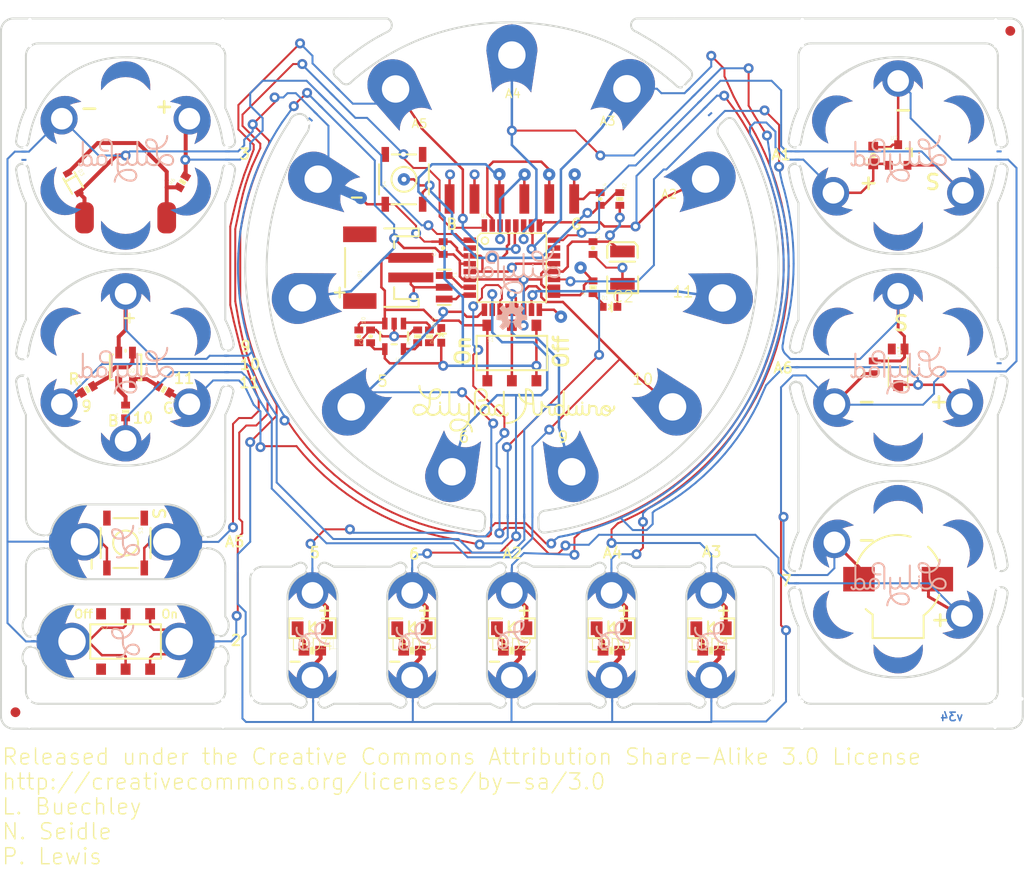
<source format=kicad_pcb>
(kicad_pcb (version 20211014) (generator pcbnew)
  (layers (0 "F.Cu" signal) (31 "B.Cu" signal) (34 "B.Paste" user) (35 "F.Paste" user) (36 "B.SilkS" user "B.Silkscreen") (37 "F.SilkS" user "F.Silkscreen") (38 "B.Mask" user) (39 "F.Mask" user) (44 "Edge.Cuts" user))
  (net 0 "")
  (net 1 "RED")
  (net 2 "BLU")
  (net 3 "GRN")
  (net 4 "N$10")
  (net 5 "SINK1")
  (net 6 "SINK2")
  (net 7 "N$18")
  (net 8 "N$19")
  (net 9 "N$20")
  (net 10 "N$21")
  (net 11 "N$22")
  (net 12 "N$23")
  (net 13 "N$24")
  (net 14 "N$25")
  (net 15 "N$26")
  (net 16 "N$27")
  (net 17 "N$28")
  (net 18 "N$29")
  (net 19 "N$30")
  (net 20 "N$31")
  (net 21 "N$32")
  (net 22 "GND")
  (net 23 "VCC")
  (net 24 "RST")
  (net 25 "D11")
  (net 26 "D13")
  (net 27 "RXI")
  (net 28 "TXO")
  (net 29 "D5")
  (net 30 "N$2")
  (net 31 "D9")
  (net 32 "N$1")
  (net 33 "N$3")
  (net 34 "DTR")
  (net 35 "D6")
  (net 36 "D10")
  (net 37 "VBATT")
  (net 38 "N$33")
  (net 39 "FTDI_VCC")
  (net 40 "A2")
  (net 41 "A3")
  (net 42 "A4")
  (net 43 "A5")
  (net 44 "STAT")
  (net 45 "PROG")
  (net 46 "N$5")
  (net 47 "N$8")
  (net 48 "D2")
  (net 49 "D3")
  (net 50 "N$12")
  (net 51 "N$14")
  (net 52 "D7")
  (net 53 "D12")
  (net 54 "A6")
  (net 55 "A1")
  (footprint "boardEagle:PETAL-SMALL-2SIDE" (layer "F.Cu") (at 102.6311 79.0286 -120)
    (fp_text reference "VIBE-0" hide)
    (fp_text value "SEWTAP6" hide)
  )
  (footprint "boardEagle:MOUSE-BITE-2" (layer "F.Cu") (at 198.1581 104.3686 90)
    (fp_text reference "U$6" hide)
    (fp_text value "MOUSE-BITE-2" hide)
  )
  (footprint "boardEagle:0402-RES" (layer "F.Cu") (at 156.7712 96.2085 90)
    (fp_text reference "R1")
    (fp_text value "330")
  )
  (footprint "boardEagle:PETAL-SMALL-2SIDE" (layer "F.Cu") (at 181.2711 86.5786 -60)
    (fp_text reference "TEMP+0" hide)
    (fp_text value "SEWTAP6" hide)
  )
  (footprint "boardEagle:PETAL-NOHOLE-2SIDE" (layer "F.Cu") (at 194.4711 78.9786 120)
    (fp_text reference "TEMP3" hide)
    (fp_text value "SEWTAP-NOHOLE2" hide)
  )
  (footprint "boardEagle:PETAL-SMALL-2SIDE" (layer "F.Cu") (at 187.8711 75.1786 180)
    (fp_text reference "TEMP-0" hide)
    (fp_text value "SEWTAP6" hide)
  )
  (footprint "boardEagle:PETAL-NOHOLE-2SIDE" (layer "F.Cu") (at 187.8711 90.3786)
    (fp_text reference "TEMP2" hide)
    (fp_text value "SEWTAP-NOHOLE2" hide)
  )
  (footprint "boardEagle:0402-CAP" (layer "F.Cu") (at 157.5011 87.2084 -90)
    (fp_text reference "C4")
    (fp_text value "0.1uF")
  )
  (footprint "" (layer "F.Cu") (at 178.0489 140.0302)
    (fp_text reference "@HOLE29" hide)
    (fp_text value "")
  )
  (footprint "" (layer "F.Cu") (at 99.3165 140.9599)
    (fp_text reference "@HOLE7" hide)
    (fp_text value "")
  )
  (footprint "boardEagle:C0402" (layer "F.Cu") (at 185.3311 104.3686 90)
    (fp_text reference "R7")
    (fp_text value "10K")
  )
  (footprint "boardEagle:TQFP32-08" (layer "F.Cu") (at 148.5011 94.2084)
    (fp_text reference "U1")
    (fp_text value "ATMEGA328")
  )
  (footprint "boardEagle:TEMT6000-SEN" (layer "F.Cu") (at 187.8711 104.3686 -90)
    (fp_text reference "U3")
    (fp_text value "TEMT6000")
  )
  (footprint "" (layer "F.Cu") (at 197.7492 138.4174)
    (fp_text reference "@HOLE32" hide)
    (fp_text value "")
  )
  (footprint "boardEagle:PETAL-SMALL-2SIDE" (layer "F.Cu") (at 148.5011 127.3556 180)
    (fp_text reference "LED+2" hide)
    (fp_text value "SEWTAP6" hide)
  )
  (footprint "" (layer "F.Cu") (at 99.3165 138.8695)
    (fp_text reference "@HOLE3" hide)
    (fp_text value "")
  )
  (footprint "" (layer "F.Cu") (at 197.8177 70.0456)
    (fp_text reference "@HOLE46" hide)
    (fp_text value "")
  )
  (footprint "boardEagle:LILYPAD-BRD-LAYERS-SMALL" (layer "F.Cu") (at 187.8711 82.7786)
    (fp_text reference "U$28" hide)
    (fp_text value "" hide)
  )
  (footprint "" (layer "F.Cu") (at 199.9514 138.1556)
    (fp_text reference "@HOLE63" hide)
    (fp_text value "")
  )
  (footprint "boardEagle:PETAL-LONG-1-2SIDE" (layer "F.Cu") (at 142.3911 115.0385 73.7)
    (fp_text reference "U$1" hide)
    (fp_text value "SEWTAP9" hide)
  )
  (footprint "" (layer "F.Cu") (at 178.0489 138.9457)
    (fp_text reference "@HOLE27" hide)
    (fp_text value "")
  )
  (footprint "" (layer "F.Cu") (at 119.0574 140.9828)
    (fp_text reference "@HOLE13" hide)
    (fp_text value "")
  )
  (footprint "boardEagle:SOT23-3" (layer "F.Cu") (at 187.8711 82.7786)
    (fp_text reference "U2")
    (fp_text value "MCP9700")
  )
  (footprint "boardEagle:MOUST-BITE-1-(2_HOLES)" (layer "F.Cu") (at 101.0285 122.1486 -90)
    (fp_text reference "U$42" hide)
    (fp_text value "MOUSE-BITE-12_HOLES" hide)
  )
  (footprint "" (layer "F.Cu") (at 121.4831 125.1333)
    (fp_text reference "@HOLE72" hide)
    (fp_text value "")
  )
  (footprint "boardEagle:0402-CAP" (layer "F.Cu") (at 132.9012 101.2084 -90)
    (fp_text reference "C10")
    (fp_text value "4.7uF")
  )
  (footprint "boardEagle:MOUST-BITE-1-(2_HOLES)" (layer "F.Cu") (at 148.4757 125.0188 180)
    (fp_text reference "U$12" hide)
    (fp_text value "MOUSE-BITE-12_HOLES" hide)
  )
  (footprint "boardEagle:PETAL-SMALL-2SIDE" (layer "F.Cu") (at 194.3711 108.1186 60)
    (fp_text reference "LIGHT+0" hide)
    (fp_text value "SEWTAP6" hide)
  )
  (footprint "boardEagle:PETAL-LONG-1-2SIDE" (layer "F.Cu") (at 160.2412 75.9485 -122.7)
    (fp_text reference "A3/17" hide)
    (fp_text value "SEWTAP9" hide)
  )
  (footprint "boardEagle:MOUST-BITE-1-(2_HOLES)" (layer "F.Cu") (at 158.7373 138.2522)
    (fp_text reference "U$19" hide)
    (fp_text value "MOUSE-BITE-12_HOLES" hide)
  )
  (footprint "boardEagle:PETAL-NOHOLE-2SIDE" (layer "F.Cu") (at 181.3711 100.6086 -120)
    (fp_text reference "LIGHT1" hide)
    (fp_text value "SEWTAP-NOHOLE2" hide)
  )
  (footprint "boardEagle:TACTILE_SWITCH_SMD" (layer "F.Cu") (at 109.1311 122.2756 -90)
    (fp_text reference "S3")
    (fp_text value "")
  )
  (footprint "" (layer "F.Cu") (at 99.375 70.5536)
    (fp_text reference "@HOLE17" hide)
    (fp_text value "")
  )
  (footprint "boardEagle:MOUST-BITE-1-(2_HOLES)" (layer "F.Cu") (at 117.2337 122.1486 90)
    (fp_text reference "U$40" hide)
    (fp_text value "MOUSE-BITE-12_HOLES" hide)
  )
  (footprint "boardEagle:PETAL-LONG-1-2SIDE" (layer "F.Cu") (at 132.1012 108.4185 40.9)
    (fp_text reference "U$41" hide)
    (fp_text value "SEWTAP9" hide)
  )
  (footprint "boardEagle:MOUSE-BITE-2" (layer "F.Cu") (at 177.5841 82.7786 -90)
    (fp_text reference "U$2" hide)
    (fp_text value "MOUSE-BITE-2" hide)
  )
  (footprint "boardEagle:LED-0603" (layer "F.Cu") (at 141.3012 101.1085)
    (fp_text reference "D4")
    (fp_text value "Yellow")
  )
  (footprint "boardEagle:VIBE-MOTOR-10MM-SMD" (layer "F.Cu") (at 109.1311 81.8896)
    (fp_text reference "M1" hide)
    (fp_text value "MOTORSMD" hide)
  )
  (footprint "boardEagle:PETAL-NOHOLE-2SIDE" (layer "F.Cu") (at 187.8711 111.8586)
    (fp_text reference "LIGHT2" hide)
    (fp_text value "SEWTAP-NOHOLE2" hide)
  )
  (footprint "" (layer "F.Cu") (at 99.3165 140.462)
    (fp_text reference "@HOLE6" hide)
    (fp_text value "")
  )
  (footprint "boardEagle:MOUST-BITE-1-(2_HOLES)" (layer "F.Cu") (at 148.4757 138.3284)
    (fp_text reference "U$17" hide)
    (fp_text value "MOUSE-BITE-12_HOLES" hide)
  )
  (footprint "boardEagle:PETAL-LONG-1-2SIDE" (layer "F.Cu") (at 148.5011 72.5085 -90)
    (fp_text reference "A4/18" hide)
    (fp_text value "SEWTAP9" hide)
  )
  (footprint "boardEagle:PETAL-SMALL-2SIDE" (layer "F.Cu") (at 128.1811 127.3556 180)
    (fp_text reference "LED+4" hide)
    (fp_text value "SEWTAP6" hide)
  )
  (footprint "boardEagle:LED-0603" (layer "F.Cu") (at 158.5011 98.2085 -90)
    (fp_text reference "D1")
    (fp_text value "Status")
  )
  (footprint "" (layer "F.Cu") (at 197.7492 141.0285)
    (fp_text reference "@HOLE37" hide)
    (fp_text value "")
  )
  (footprint "boardEagle:PETAL-MEDIUM-2SIDE" (layer "F.Cu") (at 113.0681 122.1486 90)
    (fp_text reference "BUTTONS0" hide)
    (fp_text value "SEWTAP8" hide)
  )
  (footprint "boardEagle:0603-RES" (layer "F.Cu") (at 138.3211 133.2476)
    (fp_text reference "R10")
    (fp_text value "100")
  )
  (footprint "boardEagle:MOUSE-BITE-3(NO_PADS)" (layer "F.Cu") (at 98.8441 104.3686 -90)
    (fp_text reference "U$48" hide)
    (fp_text value "MOUSE-BITE-3(NO_PADS)" hide)
  )
  (footprint "boardEagle:RESONATOR-SMD" (layer "F.Cu") (at 141.6011 96.2085 -90)
    (fp_text reference "Y1")
    (fp_text value "8MHz")
  )
  (footprint "" (layer "F.Cu") (at 122.0012 125.1358)
    (fp_text reference "@HOLE71" hide)
    (fp_text value "")
  )
  (footprint "" (layer "F.Cu") (at 99.9871 130.9116)
    (fp_text reference "@HOLE0" hide)
    (fp_text value "")
  )
  (footprint "" (layer "F.Cu") (at 178.1073 70.0151)
    (fp_text reference "@HOLE40" hide)
    (fp_text value "")
  )
  (footprint "boardEagle:MOUST-BITE-1-(2_HOLES)" (layer "F.Cu") (at 128.2573 138.2776)
    (fp_text reference "U$15" hide)
    (fp_text value "MOUSE-BITE-12_HOLES" hide)
  )
  (footprint "boardEagle:PETAL-LONG-1-2SIDE" (layer "F.Cu") (at 168.2711 85.1685 -155.5)
    (fp_text reference "A2/16" hide)
    (fp_text value "SEWTAP9" hide)
  )
  (footprint "boardEagle:MOUST-BITE-1-(2_HOLES)" (layer "F.Cu") (at 118.5291 132.2832 90)
    (fp_text reference "U$46" hide)
    (fp_text value "MOUSE-BITE-12_HOLES" hide)
  )
  (footprint "boardEagle:PETAL-SMALL-2SIDE" (layer "F.Cu") (at 148.5011 135.9916)
    (fp_text reference "LED-2" hide)
    (fp_text value "SEWTAP6" hide)
  )
  (footprint "" (layer "F.Cu") (at 197.8177 71.0972)
    (fp_text reference "@HOLE48" hide)
    (fp_text value "")
  )
  (footprint "boardEagle:PETAL-LONG-1-2SIDE" (layer "F.Cu") (at 136.6331 75.9725 -57.3)
    (fp_text reference "A5/19" hide)
    (fp_text value "SEWTAP9" hide)
  )
  (footprint "boardEagle:PETAL-LONG-1-2SIDE" (layer "F.Cu") (at 169.9811 97.2984 171.8)
    (fp_text reference "U$4" hide)
    (fp_text value "SEWTAP9" hide)
  )
  (footprint "boardEagle:LED-1206" (layer "F.Cu") (at 158.6411 130.9616 180)
    (fp_text reference "LED0")
    (fp_text value "White")
  )
  (footprint "" (layer "F.Cu") (at 198.8669 138.1556)
    (fp_text reference "@HOLE61" hide)
    (fp_text value "")
  )
  (footprint "boardEagle:0402-RES" (layer "F.Cu") (at 109.1311 108.8686 90)
    (fp_text reference "R4")
    (fp_text value "100")
  )
  (footprint "" (layer "F.Cu") (at 97.8078 138.1556)
    (fp_text reference "@HOLE67" hide)
    (fp_text value "")
  )
  (footprint "boardEagle:MOUSE-BITE-4" (layer "F.Cu") (at 119.4435 104.4448 90)
    (fp_text reference "U$20" hide)
    (fp_text value "MOUSE-BITE-4" hide)
  )
  (footprint "boardEagle:0402-RES" (layer "F.Cu") (at 138.9011 101.2084 90)
    (fp_text reference "R13")
    (fp_text value "10k")
  )
  (footprint "boardEagle:SOD-323" (layer "F.Cu") (at 103.7971 85.5726 -60)
    (fp_text reference "D3")
    (fp_text value "")
  )
  (footprint "boardEagle:PETAL-SMALL-2SIDE" (layer "F.Cu") (at 168.8211 127.3556 180)
    (fp_text reference "LED+1" hide)
    (fp_text value "SEWTAP6" hide)
  )
  (footprint "" (layer "F.Cu") (at 99.375 71.5595)
    (fp_text reference "@HOLE19" hide)
    (fp_text value "")
  )
  (footprint "boardEagle:MOUST-BITE-1-(2_HOLES)" (layer "F.Cu") (at 168.8211 125.0188 180)
    (fp_text reference "U$13" hide)
    (fp_text value "MOUSE-BITE-12_HOLES" hide)
  )
  (footprint "boardEagle:JST-2-SMD" (layer "F.Cu") (at 134.5011 94.2084 90)
    (fp_text reference "JP1")
    (fp_text value "LiPo")
  )
  (footprint "" (layer "F.Cu") (at 119.0371 71.1251)
    (fp_text reference "@HOLE24" hide)
    (fp_text value "")
  )
  (footprint "boardEagle:1X06-SMD" (layer "F.Cu") (at 148.5011 82.2084 180)
    (fp_text reference "JP2" hide)
    (fp_text value "" hide)
  )
  (footprint "boardEagle:0402-RES" (layer "F.Cu") (at 140.1011 101.2085 -90)
    (fp_text reference "R12")
    (fp_text value "330")
  )
  (footprint "" (layer "F.Cu") (at 96.7385 138.1556)
    (fp_text reference "@HOLE70" hide)
    (fp_text value "")
  )
  (footprint "boardEagle:PETAL-SMALL-2SIDE" (layer "F.Cu") (at 138.3411 135.9916)
    (fp_text reference "LED-3" hide)
    (fp_text value "SEWTAP6" hide)
  )
  (footprint "boardEagle:MOUSE-BITE-2" (layer "F.Cu") (at 177.5079 125.9586 -90)
    (fp_text reference "U$32" hide)
    (fp_text value "MOUSE-BITE-2" hide)
  )
  (footprint "boardEagle:PETAL-NOHOLE-2SIDE" (layer "F.Cu") (at 187.8711 118.4586 180)
    (fp_text reference "UNK1" hide)
    (fp_text value "SEWTAP-NOHOLE2" hide)
  )
  (footprint "" (layer "F.Cu") (at 119.0574 139.4333)
    (fp_text reference "@HOLE10" hide)
    (fp_text value "")
  )
  (footprint "boardEagle:0402-CAP" (layer "F.Cu") (at 134.1011 101.2084 90)
    (fp_text reference "C9")
    (fp_text value "4.7uF")
  )
  (footprint "boardEagle:MOUSE-BITE-3(NO_PADS)" (layer "F.Cu") (at 198.1581 125.9586 90)
    (fp_text reference "U$49" hide)
    (fp_text value "MOUSE-BITE-3(NO_PADS)" hide)
  )
  (footprint "boardEagle:PETAL-NOHOLE-2SIDE" (layer "F.Cu") (at 115.6653 86.5764 60)
    (fp_text reference "VIBE3" hide)
    (fp_text value "SEWTAP-NOHOLE2" hide)
  )
  (footprint "" (layer "F.Cu") (at 178.1073 71.5646)
    (fp_text reference "@HOLE43" hide)
    (fp_text value "")
  )
  (footprint "boardEagle:PETAL-LONG-1-2SIDE" (layer "F.Cu") (at 127.1192 97.2844 8.2)
    (fp_text reference "U$45" hide)
    (fp_text value "SEWTAP9" hide)
  )
  (footprint "boardEagle:PETAL-NOHOLE-2SIDE" (layer "F.Cu") (at 102.6287 100.6094 -120)
    (fp_text reference "U$27" hide)
    (fp_text value "SEWTAP-NOHOLE2" hide)
  )
  (footprint "" (layer "F.Cu") (at 178.0489 139.4866)
    (fp_text reference "@HOLE28" hide)
    (fp_text value "")
  )
  (footprint "boardEagle:PETAL-SMALL-2SIDE" (layer "F.Cu") (at 115.6298 79.0287 120)
    (fp_text reference "VIBE+0" hide)
    (fp_text value "SEWTAP6" hide)
  )
  (footprint "" (layer "F.Cu") (at 119.0371 70.6171)
    (fp_text reference "@HOLE23" hide)
    (fp_text value "")
  )
  (footprint "" (layer "F.Cu") (at 99.9617 133.6802)
    (fp_text reference "@HOLE1" hide)
    (fp_text value "")
  )
  (footprint "boardEagle:PETAL-SMALL-2SIDE" (layer "F.Cu") (at 194.3611 129.7086 60)
    (fp_text reference "U$33+0" hide)
    (fp_text value "SEWTAP6" hide)
  )
  (footprint "boardEagle:PETAL-SMALL-2SIDE" (layer "F.Cu") (at 109.1311 111.8616)
    (fp_text reference "U$24" hide)
    (fp_text value "SEWTAP6" hide)
  )
  (footprint "boardEagle:LED-1206" (layer "F.Cu") (at 168.8011 130.9616 180)
    (fp_text reference "LED1")
    (fp_text value "White")
  )
  (footprint "boardEagle:0402-CAP" (layer "F.Cu") (at 141.5011 92.2085 90)
    (fp_text reference "C3")
    (fp_text value "1.0uF")
  )
  (footprint "" (layer "F.Cu") (at 120.5966 138.1736)
    (fp_text reference "@HOLE52" hide)
    (fp_text value "")
  )
  (footprint "boardEagle:PETAL-NOHOLE-2SIDE" (layer "F.Cu") (at 109.1311 90.2786)
    (fp_text reference "VIBE2" hide)
    (fp_text value "SEWTAP-NOHOLE2" hide)
  )
  (footprint "" (layer "F.Cu") (at 121.4831 125.1333)
    (fp_text reference "@HOLE73" hide)
    (fp_text value "")
  )
  (footprint "boardEagle:MOUST-BITE-1-(2_HOLES)" (layer "F.Cu") (at 168.8465 138.2522)
    (fp_text reference "U$18" hide)
    (fp_text value "MOUSE-BITE-12_HOLES" hide)
  )
  (footprint "" (layer "F.Cu") (at 175.9611 138.1023)
    (fp_text reference "@HOLE60" hide)
    (fp_text value "")
  )
  (footprint "boardEagle:LED-1206" (layer "F.Cu") (at 148.4811 130.9616 180)
    (fp_text reference "LED2")
    (fp_text value "White")
  )
  (footprint "boardEagle:PETAL-NOHOLE-2SIDE" (layer "F.Cu") (at 194.3711 122.2086 120)
    (fp_text reference "UNK2" hide)
    (fp_text value "SEWTAP-NOHOLE2" hide)
  )
  (footprint "" (layer "F.Cu") (at 174.9678 138.0897)
    (fp_text reference "@HOLE59" hide)
    (fp_text value "")
  )
  (footprint "" (layer "F.Cu") (at 119.0574 139.9769)
    (fp_text reference "@HOLE11" hide)
    (fp_text value "")
  )
  (footprint "" (layer "F.Cu") (at 197.8177 69.5047)
    (fp_text reference "@HOLE45" hide)
    (fp_text value "")
  )
  (footprint "boardEagle:0603-RES" (layer "F.Cu") (at 148.4811 133.2476)
    (fp_text reference "R9")
    (fp_text value "100")
  )
  (footprint "" (layer "F.Cu") (at 175.4885 138.1075)
    (fp_text reference "@HOLE58" hide)
    (fp_text value "")
  )
  (footprint "boardEagle:MOUST-BITE-1-(2_HOLES)" (layer "F.Cu") (at 128.1811 125.0188)
    (fp_text reference "U$10" hide)
    (fp_text value "MOUSE-BITE-12_HOLES" hide)
  )
  (footprint "" (layer "F.Cu") (at 178.1073 71.0667)
    (fp_text reference "@HOLE42" hide)
    (fp_text value "")
  )
  (footprint "" (layer "F.Cu") (at 197.8177 71.5951)
    (fp_text reference "@HOLE49" hide)
    (fp_text value "")
  )
  (footprint "" (layer "F.Cu") (at 119.0371 69.0119)
    (fp_text reference "@HOLE20" hide)
    (fp_text value "")
  )
  (footprint "" (layer "F.Cu") (at 176.9236 138.0923)
    (fp_text reference "@HOLE57" hide)
    (fp_text value "")
  )
  (footprint "boardEagle:PETAL-SMALL-2SIDE" (layer "F.Cu") (at 115.6335 108.1278 60)
    (fp_text reference "U$23" hide)
    (fp_text value "SEWTAP6" hide)
  )
  (footprint "boardEagle:PETAL-NOHOLE-2SIDE" (layer "F.Cu") (at 109.1311 75.2786 180)
    (fp_text reference "VIBE4" hide)
    (fp_text value "SEWTAP-NOHOLE2" hide)
  )
  (footprint "" (layer "F.Cu") (at 121.0132 125.1333)
    (fp_text reference "@HOLE74" hide)
    (fp_text value "")
  )
  (footprint "boardEagle:PETAL-LONG-1-2SIDE" (layer "F.Cu") (at 128.7311 85.1785 -24.5)
    (fp_text reference "U$43" hide)
    (fp_text value "SEWTAP9" hide)
  )
  (footprint "boardEagle:PETAL-NOHOLE-2SIDE" (layer "F.Cu") (at 194.3611 100.6186 120)
    (fp_text reference "LIGHT3" hide)
    (fp_text value "SEWTAP-NOHOLE2" hide)
  )
  (footprint "boardEagle:BUZZER-CCV" (layer "F.Cu") (at 187.8711 125.9586)
    (fp_text reference "B1" hide)
    (fp_text value "Buzzer" hide)
  )
  (footprint "" (layer "F.Cu") (at 178.1073 69.4742)
    (fp_text reference "@HOLE39" hide)
    (fp_text value "")
  )
  (footprint "boardEagle:SOT23-5" (layer "F.Cu") (at 136.5011 101.2085 180)
    (fp_text reference "U4")
    (fp_text value "MCP73831")
  )
  (footprint "" (layer "F.Cu") (at 122.0063 138.1684)
    (fp_text reference "@HOLE50" hide)
    (fp_text value "")
  )
  (footprint "" (layer "F.Cu") (at 99.375 68.9484)
    (fp_text reference "@HOLE14" hide)
    (fp_text value "")
  )
  (footprint "boardEagle:PETAL-LONG-1-2SIDE" (layer "F.Cu") (at 154.6112 115.0385 106.3)
    (fp_text reference "U$37" hide)
    (fp_text value "SEWTAP9" hide)
  )
  (footprint "boardEagle:0402-RES" (layer "F.Cu") (at 114.9302 85.4585 60)
    (fp_text reference "R6")
    (fp_text value "33")
  )
  (footprint "boardEagle:PETAL-MEDIUM-2SIDE" (layer "F.Cu") (at 114.3381 132.3086 90)
    (fp_text reference "SLIDEON0" hide)
    (fp_text value "SEWTAP8" hide)
  )
  (footprint "boardEagle:PETAL-SMALL-2SIDE" (layer "F.Cu") (at 138.3411 127.3556 180)
    (fp_text reference "LED+3" hide)
    (fp_text value "SEWTAP6" hide)
  )
  (footprint "boardEagle:MOUSE-BITE-6" (layer "F.Cu") (at 148.5011 119.5832)
    (fp_text reference "U$51" hide)
    (fp_text value "MOUSE-BITE-66" hide)
  )
  (footprint "boardEagle:PETAL-NOHOLE-2SIDE" (layer "F.Cu") (at 115.6335 100.6094 120)
    (fp_text reference "U$26" hide)
    (fp_text value "SEWTAP-NOHOLE2" hide)
  )
  (footprint "" (layer "F.Cu") (at 197.8177 70.5892)
    (fp_text reference "@HOLE47" hide)
    (fp_text value "")
  )
  (footprint "" (layer "F.Cu") (at 199.4078 138.1556)
    (fp_text reference "@HOLE62" hide)
    (fp_text value "")
  )
  (footprint "boardEagle:PETAL-SMALL-2SIDE" (layer "F.Cu") (at 194.4711 86.5786 60)
    (fp_text reference "TEMPS0" hide)
    (fp_text value "SEWTAP6" hide)
  )
  (footprint "boardEagle:AYZ0202" (layer "F.Cu") (at 109.1311 132.3086)
    (fp_text reference "S2")
    (fp_text value "AYZ0202")
  )
  (footprint "boardEagle:0603-CAP" (layer "F.Cu") (at 185.3311 82.7786 90)
    (fp_text reference "C5")
    (fp_text value "0.1uF")
  )
  (footprint "" (layer "F.Cu") (at 98.8594 138.1556)
    (fp_text reference "@HOLE69" hide)
    (fp_text value "")
  )
  (footprint "boardEagle:MOUSE-BITE-2" (layer "F.Cu") (at 98.7679 82.804 -90)
    (fp_text reference "U$47" hide)
    (fp_text value "MOUSE-BITE-2" hide)
  )
  (footprint "boardEagle:LED-1206" (layer "F.Cu") (at 128.1611 130.9616 180)
    (fp_text reference "LED4")
    (fp_text value "White")
  )
  (footprint "boardEagle:LILYPAD-BRD-LAYERS-SMALL" (layer "F.Cu") (at 109.1311 104.3686)
    (fp_text reference "U$38" hide)
    (fp_text value "" hide)
  )
  (footprint "boardEagle:0402-RES" (layer "F.Cu") (at 159.5012 87.2085 -90)
    (fp_text reference "R2")
    (fp_text value "10K")
  )
  (footprint "" (layer "F.Cu") (at 119.0472 138.2879)
    (fp_text reference "@HOLE8" hide)
    (fp_text value "")
  )
  (footprint "boardEagle:TACTILE_SWITCH_SMD" (layer "F.Cu") (at 137.5012 85.2085 90)
    (fp_text reference "S4")
    (fp_text value "Reset")
  )
  (footprint "boardEagle:PETAL-NOHOLE-2SIDE" (layer "F.Cu") (at 181.3711 129.7086 -60)
    (fp_text reference "UNK4" hide)
    (fp_text value "SEWTAP-NOHOLE2" hide)
  )
  (footprint "" (layer "F.Cu") (at 178.0489 138.425)
    (fp_text reference "@HOLE26" hide)
    (fp_text value "")
  )
  (footprint "" (layer "F.Cu") (at 119.0574 140.4849)
    (fp_text reference "@HOLE12" hide)
    (fp_text value "")
  )
  (footprint "boardEagle:PETAL-MEDIUM-2SIDE" (layer "F.Cu") (at 105.1941 122.1486 -90)
    (fp_text reference "BUTTON-0" hide)
    (fp_text value "SEWTAP8" hide)
  )
  (footprint "boardEagle:PETAL-SMALL-2SIDE" (layer "F.Cu") (at 158.6611 135.9916)
    (fp_text reference "LED-0" hide)
    (fp_text value "SEWTAP6" hide)
  )
  (footprint "boardEagle:LILYPAD-BRD-LAYERS-SMALL" (layer "F.Cu") (at 187.8711 125.9586)
    (fp_text reference "U$36" hide)
    (fp_text value "" hide)
  )
  (footprint "boardEagle:MOUST-BITE-1-(2_HOLES)" (layer "F.Cu") (at 99.7331 132.2832 -90)
    (fp_text reference "U$44" hide)
    (fp_text value "MOUSE-BITE-12_HOLES" hide)
  )
  (footprint "boardEagle:MOUSE-BITE-6" (layer "F.Cu") (at 167.9054 77.5941 131)
    (fp_text reference "U$7" hide)
    (fp_text value "MOUSE-BITE-66" hide)
  )
  (footprint "boardEagle:MOUST-BITE-1-(2_HOLES)" (layer "F.Cu") (at 138.3157 125.0188 180)
    (fp_text reference "U$11" hide)
    (fp_text value "MOUSE-BITE-12_HOLES" hide)
  )
  (footprint "" (layer "F.Cu") (at 197.7492 139.479)
    (fp_text reference "@HOLE34" hide)
    (fp_text value "")
  )
  (footprint "boardEagle:PETAL-SMALL-2SIDE" (layer "F.Cu") (at 181.3711 122.2086 -120)
    (fp_text reference "U$32-0" hide)
    (fp_text value "SEWTAP6" hide)
  )
  (footprint "" (layer "F.Cu") (at 198.3385 138.1556)
    (fp_text reference "@HOLE65" hide)
    (fp_text value "")
  )
  (footprint "boardEagle:MOUSE-BITE-3" (layer "F.Cu") (at 177.5587 104.3686 -90)
    (fp_text reference "U$33" hide)
    (fp_text value "MOUSE-BITE-3" hide)
  )
  (footprint "" (layer "F.Cu") (at 197.8177 68.984)
    (fp_text reference "@HOLE44" hide)
    (fp_text value "")
  )
  (footprint "boardEagle:LILYPAD-BRD-LAYERS-SMALL" (layer "F.Cu") (at 109.1311 82.7786)
    (fp_text reference "U$50" hide)
    (fp_text value "" hide)
  )
  (footprint "" (layer "F.Cu") (at 178.1073 70.5587)
    (fp_text reference "@HOLE41" hide)
    (fp_text value "")
  )
  (footprint "" (layer "F.Cu") (at 99.375 69.4691)
    (fp_text reference "@HOLE15" hide)
    (fp_text value "")
  )
  (footprint "boardEagle:PETAL-SMALL-2SIDE" (layer "F.Cu") (at 158.6611 127.3556 180)
    (fp_text reference "LED+0" hide)
    (fp_text value "SEWTAP6" hide)
  )
  (footprint "" (layer "F.Cu") (at 119.0371 69.5326)
    (fp_text reference "@HOLE21" hide)
    (fp_text value "")
  )
  (footprint "" (layer "F.Cu") (at 120.076 138.1685)
    (fp_text reference "@HOLE53" hide)
    (fp_text value "")
  )
  (footprint "boardEagle:EIA3528" (layer "F.Cu") (at 159.7711 94.2085 90)
    (fp_text reference "C2")
    (fp_text value "47uF")
  )
  (footprint "boardEagle:LED-1206" (layer "F.Cu") (at 138.3211 130.9616 180)
    (fp_text reference "LED3")
    (fp_text value "White")
  )
  (footprint "boardEagle:PETAL-SMALL-2SIDE" (layer "F.Cu") (at 168.8211 135.9916)
    (fp_text reference "LED-1" hide)
    (fp_text value "SEWTAP6" hide)
  )
  (footprint "" (layer "F.Cu") (at 98.3514 138.1556)
    (fp_text reference "@HOLE68" hide)
    (fp_text value "")
  )
  (footprint "boardEagle:AYZ0202" (layer "F.Cu") (at 148.5011 102.9085)
    (fp_text reference "S1")
    (fp_text value "On/Off")
  )
  (footprint "" (layer "F.Cu") (at 119.0574 138.8924)
    (fp_text reference "@HOLE9" hide)
    (fp_text value "")
  )
  (footprint "boardEagle:0603-RES" (layer "F.Cu") (at 128.1611 133.2476)
    (fp_text reference "R11")
    (fp_text value "100")
  )
  (footprint "boardEagle:PETAL-SMALL-2SIDE" (layer "F.Cu") (at 109.1311 96.8756 180)
    (fp_text reference "U$25" hide)
    (fp_text value "SEWTAP6" hide)
  )
  (footprint "boardEagle:0402-RES" (layer "F.Cu") (at 113.0311 106.6186 150)
    (fp_text reference "R5")
    (fp_text value "100")
  )
  (footprint "" (layer "F.Cu") (at 178.0489 140.5382)
    (fp_text reference "@HOLE30" hide)
    (fp_text value "")
  )
  (footprint "" (layer "F.Cu") (at 99.3165 139.4104)
    (fp_text reference "@HOLE4" hide)
    (fp_text value "")
  )
  (footprint "boardEagle:PETAL-SMALL-2SIDE" (layer "F.Cu") (at 187.8711 96.8686 180)
    (fp_text reference "LIGHTS0" hide)
    (fp_text value "SEWTAP6" hide)
  )
  (footprint "" (layer "F.Cu") (at 119.5399 138.1609)
    (fp_text reference "@HOLE54" hide)
    (fp_text value "")
  )
  (footprint "boardEagle:PETAL-SMALL-2SIDE" (layer "F.Cu") (at 128.1811 135.9916)
    (fp_text reference "LED-4" hide)
    (fp_text value "SEWTAP6" hide)
  )
  (footprint "" (layer "F.Cu") (at 200.4594 138.1556)
    (fp_text reference "@HOLE64" hide)
    (fp_text value "")
  )
  (footprint "" (layer "F.Cu") (at 119.0371 71.623)
    (fp_text reference "@HOLE25" hide)
    (fp_text value "")
  )
  (footprint "boardEagle:LILYPAD-BRD-LAYERS-SMALL" (layer "F.Cu") (at 187.8711 104.3686)
    (fp_text reference "U$34" hide)
    (fp_text value "" hide)
  )
  (footprint "boardEagle:MOUSE-BITE-2" (layer "F.Cu") (at 198.1581 82.7786 90)
    (fp_text reference "U$3" hide)
    (fp_text value "MOUSE-BITE-2" hide)
  )
  (footprint "boardEagle:0402-CAP" (layer "F.Cu") (at 156.7712 92.2085 -90)
    (fp_text reference "C1")
    (fp_text value "0.1uF")
  )
  (footprint "boardEagle:MOUSE-BITE-6" (layer "F.Cu") (at 129.2987 77.47 -132)
    (fp_text reference "U$8" hide)
    (fp_text value "MOUSE-BITE-66" hide)
  )
  (footprint "" (layer "F.Cu") (at 178.1073 68.9535)
    (fp_text reference "@HOLE38" hide)
    (fp_text value "")
  )
  (footprint "boardEagle:0603-RES" (layer "F.Cu") (at 158.6411 133.2476)
    (fp_text reference "R0")
    (fp_text value "100")
  )
  (footprint "" (layer "F.Cu") (at 119.6543 125.1282)
    (fp_text reference "@HOLE76" hide)
    (fp_text value "")
  )
  (footprint "" (layer "F.Cu") (at 119.0371 70.0735)
    (fp_text reference "@HOLE22" hide)
    (fp_text value "")
  )
  (footprint "" (layer "F.Cu") (at 197.7492 140.0226)
    (fp_text reference "@HOLE35" hide)
    (fp_text value "")
  )
  (footprint "boardEagle:FIDUCIAL-1X2" (layer "F.Cu") (at 97.9043 139.5222)
    (fp_text reference "JP4" hide)
    (fp_text value "FIDUCIAL1X2" hide)
  )
  (footprint "" (layer "F.Cu") (at 197.7492 138.9381)
    (fp_text reference "@HOLE33" hide)
    (fp_text value "")
  )
  (footprint "" (layer "F.Cu") (at 120.1242 125.1231)
    (fp_text reference "@HOLE75" hide)
    (fp_text value "")
  )
  (footprint "boardEagle:LOGO-LPA" (layer "F.Cu") (at 148.5011 108.2085)
    (fp_text reference "LOGO0" hide)
    (fp_text value "LOGO-LPLPA" hide)
  )
  (footprint "boardEagle:PETAL-NOHOLE-2SIDE" (layer "F.Cu") (at 187.8711 133.4586)
    (fp_text reference "UNK3" hide)
    (fp_text value "SEWTAP-NOHOLE2" hide)
  )
  (footprint "" (layer "F.Cu") (at 99.3165 138.3488)
    (fp_text reference "@HOLE2" hide)
    (fp_text value "")
  )
  (footprint "" (layer "F.Cu") (at 197.7492 140.5306)
    (fp_text reference "@HOLE36" hide)
    (fp_text value "")
  )
  (footprint "boardEagle:PETAL-NOHOLE-2SIDE" (layer "F.Cu") (at 181.2711 78.9786 -120)
    (fp_text reference "TEMP1" hide)
    (fp_text value "SEWTAP-NOHOLE2" hide)
  )
  (footprint "boardEagle:PETAL-SMALL-2SIDE" (layer "F.Cu") (at 181.3811 108.1186 -60)
    (fp_text reference "LIGHT-0" hide)
    (fp_text value "SEWTAP6" hide)
  )
  (footprint "boardEagle:PETAL-MEDIUM-2SIDE" (layer "F.Cu") (at 103.9241 132.3086 -90)
    (fp_text reference "SLIDEOFF0" hide)
    (fp_text value "SEWTAP8" hide)
  )
  (footprint "boardEagle:FIDUCIAL-1X2" (layer "F.Cu") (at 199.3011 70.0786)
    (fp_text reference "JP3" hide)
    (fp_text value "FIDUCIAL1X2" hide)
  )
  (footprint "" (layer "F.Cu") (at 177.3885 138.0771)
    (fp_text reference "@HOLE56" hide)
    (fp_text value "")
  )
  (footprint "boardEagle:MOUST-BITE-1-(2_HOLES)" (layer "F.Cu") (at 138.4173 138.2522)
    (fp_text reference "U$16" hide)
    (fp_text value "MOUSE-BITE-12_HOLES" hide)
  )
  (footprint "" (layer "F.Cu") (at 97.2669 138.1556)
    (fp_text reference "@HOLE66" hide)
    (fp_text value "")
  )
  (footprint "boardEagle:0402-RES" (layer "F.Cu") (at 105.2311 106.6186 30)
    (fp_text reference "R3")
    (fp_text value "200")
  )
  (footprint "" (layer "F.Cu") (at 177.8456 138.0617)
    (fp_text reference "@HOLE55" hide)
    (fp_text value "")
  )
  (footprint "boardEagle:PETAL-LONG-1-2SIDE" (layer "F.Cu") (at 164.9011 108.4185 139.1)
    (fp_text reference "U$39" hide)
    (fp_text value "SEWTAP9" hide)
  )
  (footprint "" (layer "F.Cu") (at 121.5084 138.1761)
    (fp_text reference "@HOLE51" hide)
    (fp_text value "")
  )
  (footprint "" (layer "F.Cu") (at 99.375 71.0616)
    (fp_text reference "@HOLE18" hide)
    (fp_text value "")
  )
  (footprint "boardEagle:PETAL-NOHOLE-2SIDE" (layer "F.Cu") (at 102.6311 86.5286 -60)
    (fp_text reference "VIBE1" hide)
    (fp_text value "SEWTAP-NOHOLE2" hide)
  )
  (footprint "boardEagle:0603-RES" (layer "F.Cu") (at 168.8011 133.2476)
    (fp_text reference "R8")
    (fp_text value "100")
  )
  (footprint "boardEagle:PETAL-SMALL-2SIDE" (layer "F.Cu") (at 102.6287 108.1278 -60)
    (fp_text reference "U$22" hide)
    (fp_text value "SEWTAP6" hide)
  )
  (footprint "" (layer "F.Cu") (at 178.0489 141.0361)
    (fp_text reference "@HOLE31" hide)
    (fp_text value "")
  )
  (footprint "" (layer "F.Cu") (at 99.3165 139.954)
    (fp_text reference "@HOLE5" hide)
    (fp_text value "")
  )
  (footprint "boardEagle:LED-TRICOLOR-SMD" (layer "F.Cu") (at 109.1311 104.3686 180)
    (fp_text reference "D2")
    (fp_text value "LED-TRICOLOR")
  )
  (footprint "" (layer "F.Cu") (at 99.375 70.01)
    (fp_text reference "@HOLE16" hide)
    (fp_text value "")
  )
  (footprint "boardEagle:MOUST-BITE-1-(2_HOLES)" (layer "F.Cu") (at 158.6357 125.0188 180)
    (fp_text reference "U$14" hide)
    (fp_text value "MOUSE-BITE-12_HOLES" hide)
  )
  (footprint "boardEagle:MOUSE-BITE-2" (layer "F.Cu") (at 119.5197 82.7786 90)
    (fp_text reference "U$5" hide)
    (fp_text value "MOUSE-BITE-2" hide)
  )
  (footprint "boardEagle:LOGO-LILYPAD" (layer "B.Cu") (at 109.1311 104.3686 180)
    (fp_text reference "U$9" hide)
    (fp_text value "" hide)
  )
  (footprint "boardEagle:PAD.03X.05" (layer "B.Cu") (at 154.9012 84.7085 180)
    (fp_text reference "TP-DTR0" hide)
    (fp_text value "" hide)
  )
  (footprint "boardEagle:OSHW-LOGO-S" (layer "B.Cu") (at 148.5011 99.2886 180)
    (fp_text reference "U$52" hide)
    (fp_text value "OSHW-LOGOS" hide)
  )
  (footprint "boardEagle:PAD.03X.05" (layer "B.Cu") (at 133.1011 87.1085 180)
    (fp_text reference "PP-GND0" hide)
    (fp_text value "" hide)
  )
  (footprint "boardEagle:LOGO-L" (layer "B.Cu") (at 148.4249 131.6228 90)
    (fp_text reference "LOGO5" hide)
    (fp_text value "LOGO-LPL" hide)
  )
  (footprint "boardEagle:LOGO-L" (layer "B.Cu") (at 128.1557 131.7752 90)
    (fp_text reference "LOGO7" hide)
    (fp_text value "LOGO-LPL" hide)
  )
  (footprint "boardEagle:PAD.03X.05" (layer "B.Cu") (at 149.8011 84.7085 180)
    (fp_text reference "TP-RX0" hide)
    (fp_text value "" hide)
  )
  (footprint "boardEagle:LOGO-LILYPAD" (layer "B.Cu") (at 148.5011 94.2086 180)
    (fp_text reference "U$21" hide)
    (fp_text value "LOGO-LPLP" hide)
  )
  (footprint "boardEagle:LOGO-L" (layer "B.Cu") (at 109.1311 132.3086 180)
    (fp_text reference "LOGO1" hide)
    (fp_text value "LOGO-LPL" hide)
  )
  (footprint "boardEagle:LOGO-LILYPAD" (layer "B.Cu") (at 187.8711 82.7786 180)
    (fp_text reference "U$30" hide)
    (fp_text value "LOGO-LPLP" hide)
  )
  (footprint "boardEagle:PAD.03X.05" (layer "B.Cu") (at 152.3011 84.7085 90)
    (fp_text reference "TP-TX0" hide)
    (fp_text value "" hide)
  )
  (footprint "boardEagle:PAD.03X.05" (layer "B.Cu") (at 147.2311 84.6836 180)
    (fp_text reference "TP1" hide)
    (fp_text value "" hide)
  )
  (footprint "boardEagle:LOGO-L" (layer "B.Cu") (at 138.3665 131.7752 90)
    (fp_text reference "LOGO6" hide)
    (fp_text value "LOGO-LPL" hide)
  )
  (footprint "boardEagle:PAD.03X.05" (layer "B.Cu") (at 155.5012 94.2085 180)
    (fp_text reference "PP-SCK0" hide)
    (fp_text value "" hide)
  )
  (footprint "boardEagle:LOGO-LILYPAD" (layer "B.Cu") (at 109.1311 82.7786 180)
    (fp_text reference "U$29" hide)
    (fp_text value "LOGO-LPLP" hide)
  )
  (footprint "boardEagle:PAD.03X.05" (layer "B.Cu") (at 153.5012 99.2085 180)
    (fp_text reference "PP-MISO0" hide)
    (fp_text value "" hide)
  )
  (footprint "boardEagle:LOGO-LILYPAD" (layer "B.Cu") (at 187.8711 125.9586 180)
    (fp_text reference "U$35" hide)
    (fp_text value "LOGO-LPLP" hide)
  )
  (footprint "boardEagle:LOGO-L" (layer "B.Cu") (at 109.1311 122.1486 180)
    (fp_text reference "LOGO2" hide)
    (fp_text value "LOGO-LPL" hide)
  )
  (footprint "boardEagle:LOGO-L" (layer "B.Cu") (at 168.7703 131.7752 90)
    (fp_text reference "LOGO4" hide)
    (fp_text value "LOGO-LPL" hide)
  )
  (footprint "boardEagle:LOGO-L" (layer "B.Cu") (at 158.7373 131.6736 90)
    (fp_text reference "LOGO3" hide)
    (fp_text value "LOGO-LPL" hide)
  )
  (footprint "boardEagle:PAD.03X.05" (layer "B.Cu") (at 137.5012 85.2085 180)
    (fp_text reference "PP-RST0" hide)
    (fp_text value "" hide)
  )
  (footprint "boardEagle:LOGO-LILYPAD" (layer "B.Cu") (at 187.8711 104.3686 180)
    (fp_text reference "U$31" hide)
    (fp_text value "LOGO-LPLP" hide)
  )
  (gr_line (start 197.7619 105.8189) (end 197.6272 106.4997) (layer "Edge.Cuts") (width 0.2032))
  (gr_line (start 177.9803 84.2289) (end 178.115 84.9097) (layer "Edge.Cuts") (width 0.2032))
  (gr_arc (start 198.3994 81.9607) (mid 197.950387 81.774713) (end 197.7644 81.3257) (layer "Edge.Cuts") (width 0.2032))
  (gr_line (start 177.7111 130.7973) (end 177.7111 137.3886) (layer "Edge.Cuts") (width 0.2032))
  (gr_line (start 198.0311 77.9399) (end 198.0311 72.6186) (layer "Edge.Cuts") (width 0.2032))
  (gr_line (start 176.7103 124.5108) (end 176.7662 124.14) (layer "Edge.Cuts") (width 0.2032))
  (gr_arc (start 171.3611 135.4328) (mid 171.060878 136.740424) (end 170.1165 137.693401) (layer "Edge.Cuts") (width 0.2032))
  (gr_line (start 119.2987 109.1997) (end 119.2911 109.2073) (layer "Edge.Cuts") (width 0.2032))
  (gr_arc (start 132.041899 75.3618) (mid 139.676698 70.73212) (end 148.4757 69.215) (layer "Edge.Cuts") (width 0.2032))
  (gr_line (start 177.7035 121.1275) (end 177.7111 121.1199) (layer "Edge.Cuts") (width 0.2032))
  (gr_arc (start 147.205699 137.6934) (mid 146.261322 136.740423) (end 145.9611 135.4328) (layer "Edge.Cuts") (width 0.2032))
  (gr_arc (start 109.1057 92.7862) (mid 102.803881 90.62548) (end 99.3775 84.912202) (layer "Edge.Cuts") (width 0.2032))
  (gr_line (start 198.0387 109.1997) (end 198.0311 109.2073) (layer "Edge.Cuts") (width 0.2032))
  (gr_arc (start 135.8011 127.9144) (mid 136.101322 126.606776) (end 137.0457 125.6538) (layer "Edge.Cuts") (width 0.2032))
  (gr_line (start 159.6519 137.8392) (end 159.9743 137.6858) (layer "Edge.Cuts") (width 0.2032))
  (gr_arc (start 138.9524 124.6941) (mid 139.280683 124.335763) (end 139.766201 124.314601) (layer "Edge.Cuts") (width 0.2032))
  (gr_arc (start 176.7662 80.96) (mid 177.12245 79.413594) (end 177.7111 77.9399) (layer "Edge.Cuts") (width 0.2032))
  (gr_line (start 137.3503 137.8392) (end 137.0279 137.6858) (layer "Edge.Cuts") (width 0.2032))
  (gr_arc (start 118.0033 133.2789) (mid 117.818008 133.897914) (end 117.5131 134.4676) (layer "Edge.Cuts") (width 0.2032))
  (gr_arc (start 105.1179 125.9586) (mid 103.362312 125.520101) (end 102.019101 124.307601) (layer "Edge.Cuts") (width 0.2032))
  (gr_arc (start 151.0411 135.4328) (mid 150.740878 136.740424) (end 149.7965 137.693401) (layer "Edge.Cuts") (width 0.2032))
  (gr_line (start 163.7411 71.7296) (end 163.8681 71.8312) (layer "Edge.Cuts") (width 0.2032))
  (gr_arc (start 100.2411 138.6586) (mid 99.343074 138.286626) (end 98.9711 137.3886) (layer "Edge.Cuts") (width 0.2032))
  (gr_arc (start 139.3319 125.508) (mid 138.973586 125.179647) (end 138.9524 124.6941) (layer "Edge.Cuts") (width 0.2032))
  (gr_line (start 140.5153 124.6861) (end 139.8956 124.3736) (layer "Edge.Cuts") (width 0.2032))
  (gr_arc (start 118.8161 106.8249) (mid 119.033863 106.387972) (end 119.4968 106.233) (layer "Edge.Cuts") (width 0.2032))
  (gr_arc (start 120.2944 81.3257) (mid 120.108413 81.774713) (end 119.6594 81.9607) (layer "Edge.Cuts") (width 0.2032))
  (gr_arc (start 178.2699 123.1392) (mid 178.570182 122.258678) (end 178.9557 121.412) (layer "Edge.Cuts") (width 0.2032))
  (gr_line (start 198.0387 99.5375) (end 198.0311 99.5299) (layer "Edge.Cuts") (width 0.2032))
  (gr_line (start 198.0387 87.6097) (end 198.0311 87.6173) (layer "Edge.Cuts") (width 0.2032))
  (gr_line (start 135.8519 70.1548) (end 135.3947 70.3834) (layer "Edge.Cuts") (width 0.2032))
  (gr_arc (start 115.5319 128.6764) (mid 116.328918 129.040461) (end 117.0305 129.5654) (layer "Edge.Cuts") (width 0.2032))
  (gr_arc (start 116.243099 124.3076) (mid 114.899888 125.5201) (end 113.1443 125.9586) (layer "Edge.Cuts") (width 0.2032))
  (gr_arc (start 121.8311 125.9586) (mid 122.203074 125.060574) (end 123.1011 124.6886) (layer "Edge.Cuts") (width 0.2032))
  (gr_line (start 136.1669 124.6861) (end 136.7866 124.3736) (layer "Edge.Cuts") (width 0.2032))
  (gr_arc (start 102.0191 124.3076) (mid 101.714192 123.737914) (end 101.5289 123.1189) (layer "Edge.Cuts") (width 0.2032))
  (gr_line (start 98.9635 77.9475) (end 98.9711 77.9399) (layer "Edge.Cuts") (width 0.2032))
  (gr_arc (start 140.8811 135.4328) (mid 140.580878 136.740424) (end 139.6365 137.693401) (layer "Edge.Cuts") (width 0.2032))
  (gr_line (start 173.9011 124.6886) (end 171.003 124.6886) (layer "Edge.Cuts") (width 0.2032))
  (gr_line (start 160.8353 124.6861) (end 160.2156 124.3736) (layer "Edge.Cuts") (width 0.2032))
  (gr_line (start 198.0311 94.2086) (end 198.0336 87.6275) (layer "Edge.Cuts") (width 0.2032))
  (gr_arc (start 98.9711 72.6186) (mid 99.343074 71.720574) (end 100.2411 71.3486) (layer "Edge.Cuts") (width 0.2032))
  (gr_arc (start 169.8119 125.508) (mid 169.453586 125.179647) (end 169.4324 124.6941) (layer "Edge.Cuts") (width 0.2032))
  (gr_arc (start 187.8203 72.771) (mid 190.529782 73.113737) (end 193.0273 74.2188) (layer "Edge.Cuts") (width 0.2032))
  (gr_line (start 119.2987 87.6097) (end 119.2911 87.6173) (layer "Edge.Cuts") (width 0.2032))
  (gr_line (start 145.7325 120.4976) (end 145.7833 119.8626) (layer "Edge.Cuts") (width 0.2032))
  (gr_arc (start 97.9627 105.8672) (mid 98.148687 105.418187) (end 98.5977 105.2322) (layer "Edge.Cuts") (width 0.2032))
  (gr_line (start 177.7035 99.5375) (end 177.7111 99.5299) (layer "Edge.Cuts") (width 0.2032))
  (gr_line (start 199.0319 124.5108) (end 198.976 124.14) (layer "Edge.Cuts") (width 0.2032))
  (gr_line (start 127.1903 137.8392) (end 126.8679 137.6858) (layer "Edge.Cuts") (width 0.2032))
  (gr_line (start 156.4361 138.6586) (end 150.6855 138.6586) (layer "Edge.Cuts") (width 0.2032))
  (gr_line (start 167.8303 137.8392) (end 167.5079 137.6858) (layer "Edge.Cuts") (width 0.2032))
  (gr_arc (start 187.9219 135.9662) (mid 185.212418 135.623463) (end 182.7149 134.5184) (layer "Edge.Cuts") (width 0.2032))
  (gr_line (start 177.7111 121.1199) (end 177.7111 115.7986) (layer "Edge.Cuts") (width 0.2032))
  (gr_line (start 166.6469 138.6611) (end 167.2666 138.9736) (layer "Edge.Cuts") (width 0.2032))
  (gr_arc (start 198.0311 99.5299) (mid 198.61975 101.003594) (end 198.976 102.55) (layer "Edge.Cuts") (width 0.2032))
  (gr_arc (start 177.7111 72.6186) (mid 178.083074 71.720574) (end 178.9811 71.3486) (layer "Edge.Cuts") (width 0.2032))
  (gr_line (start 165.0111 68.8086) (end 161.2011 68.8086) (layer "Edge.Cuts") (width 0.2032))
  (gr_arc (start 98.6028 105.1865) (mid 99.051813 105.372487) (end 99.2378 105.8215) (layer "Edge.Cuts") (width 0.2032))
  (gr_arc (start 132.0419 72.5932) (mid 133.424528 71.569388) (end 134.8867 70.6628) (layer "Edge.Cuts") (width 0.2032))
  (gr_line (start 119.0219 81.3283) (end 118.8872 80.6475) (layer "Edge.Cuts") (width 0.2032))
  (gr_line (start 126.756 124.3146) (end 126.6292 124.3744) (layer "Edge.Cuts") (width 0.2032))
  (gr_line (start 153.2509 138.6586) (end 156.4767 138.6586) (layer "Edge.Cuts") (width 0.2032))
  (gr_line (start 125.6411 127.9144) (end 125.6411 135.5598) (layer "Edge.Cuts") (width 0.2032))
  (gr_line (start 197.7619 84.2289) (end 197.6272 84.9097) (layer "Edge.Cuts") (width 0.2032))
  (gr_arc (start 187.8965 92.7862) (mid 181.606679 90.661843) (end 178.1175 85.013802) (layer "Edge.Cuts") (width 0.2032))
  (gr_arc (start 98.9711 87.6173) (mid 98.38245 86.143606) (end 98.0262 84.5972) (layer "Edge.Cuts") (width 0.2032))
  (gr_line (start 171.3611 135.4328) (end 171.3611 127.7874) (layer "Edge.Cuts") (width 0.2032))
  (gr_arc (start 119.206799 131.655901) (mid 118.531285 131.73365) (end 117.9987 131.3109) (layer "Edge.Cuts") (width 0.2032))
  (gr_arc (start 149.9262 139.0326) (mid 149.440682 139.011437) (end 149.1124 138.6531) (layer "Edge.Cuts") (width 0.2032))
  (gr_arc (start 97.9678 84.2315) (mid 98.153787 83.782487) (end 98.6028 83.5965) (layer "Edge.Cuts") (width 0.2032))
  (gr_arc (start 151.1935 119.7102) (mid 151.209559 120.167307) (end 151.2189 120.6246) (layer "Edge.Cuts") (width 0.2032))
  (gr_arc (start 136.915998 124.3146) (mid 137.401517 124.335762) (end 137.7298 124.6941) (layer "Edge.Cuts") (width 0.2032))
  (gr_arc (start 127.5698 124.6941) (mid 127.548614 125.179647) (end 127.1903 125.508) (layer "Edge.Cuts") (width 0.2032))
  (gr_line (start 175.1711 137.3886) (end 175.1711 125.9586) (layer "Edge.Cuts") (width 0.2032))
  (gr_arc (start 114.4143 128.4986) (mid 116.169889 128.9371) (end 117.5131 130.1496) (layer "Edge.Cuts") (width 0.2032))
  (gr_line (start 98.9711 124.6886) (end 98.9711 129.7178) (layer "Edge.Cuts") (width 0.2032))
  (gr_arc (start 182.7149 134.5184) (mid 181.484399 133.628375) (end 180.3781 132.588) (layer "Edge.Cuts") (width 0.2032))
  (gr_line (start 147.076 139.0326) (end 146.9492 138.9728) (layer "Edge.Cuts") (width 0.2032))
  (gr_arc (start 197.7644 127.4115) (mid 197.950387 126.962487) (end 198.3994 126.7765) (layer "Edge.Cuts") (width 0.2032))
  (gr_arc (start 156.1211 127.9144) (mid 156.421322 126.606776) (end 157.3657 125.6538) (layer "Edge.Cuts") (width 0.2032))
  (gr_arc (start 98.5977 105.2322) (mid 99.046713 105.418187) (end 99.2327 105.8672) (layer "Edge.Cuts") (width 0.2032))
  (gr_line (start 119.2911 124.6886) (end 119.2911 129.7432) (layer "Edge.Cuts") (width 0.2032))
  (gr_line (start 198.0387 77.9475) (end 198.0311 77.9399) (layer "Edge.Cuts") (width 0.2032))
  (gr_line (start 118.0211 71.3486) (end 100.2411 71.3486) (layer "Edge.Cuts") (width 0.2032))
  (gr_arc (start 195.3641 97.7392) (mid 196.683471 99.570823) (end 197.4977 101.6762) (layer "Edge.Cuts") (width 0.2032))
  (gr_arc (start 192.7733 134.6962) (mid 190.431874 135.653127) (end 187.9219 135.9662) (layer "Edge.Cuts") (width 0.2032))
  (gr_arc (start 196.7865 87.3252) (mid 195.082842 89.71079) (end 192.7733 91.5162) (layer "Edge.Cuts") (width 0.2032))
  (gr_arc (start 151.0411 135.4328) (mid 150.740878 136.740424) (end 149.7965 137.693401) (layer "Edge.Cuts") (width 0.2032))
  (gr_arc (start 197.624699 128.092201) (mid 194.198319 133.805479) (end 187.8965 135.9662) (layer "Edge.Cuts") (width 0.2032))
  (gr_arc (start 138.9524 138.6531) (mid 138.973586 138.167553) (end 139.3319 137.8392) (layer "Edge.Cuts") (width 0.2032))
  (gr_arc (start 187.9219 114.3762) (mid 185.212418 114.033463) (end 182.7149 112.9284) (layer "Edge.Cuts") (width 0.2032))
  (gr_arc (start 99.377499 102.234999) (mid 102.80388 96.52172) (end 109.1057 94.361) (layer "Edge.Cuts") (width 0.2032))
  (gr_arc (start 178.9557 78.232) (mid 180.659359 75.846411) (end 182.9689 74.041) (layer "Edge.Cuts") (width 0.2032))
  (gr_arc (start 178.1048 102.2807) (mid 177.918813 102.729713) (end 177.4698 102.9157) (layer "Edge.Cuts") (width 0.2032))
  (gr_arc (start 109.1565 114.3762) (mid 102.866679 112.251843) (end 99.3775 106.603802) (layer "Edge.Cuts") (width 0.2032))
  (gr_arc (start 136.915998 124.3146) (mid 137.401517 124.335762) (end 137.7298 124.6941) (layer "Edge.Cuts") (width 0.2032))
  (gr_arc (start 109.1311 114.3762) (mid 102.883321 112.19214) (end 99.377499 106.578401) (layer "Edge.Cuts") (width 0.2032))
  (gr_line (start 135.8011 127.9144) (end 135.8011 135.5598) (layer "Edge.Cuts") (width 0.2032))
  (gr_arc (start 180.3781 110.998) (mid 179.058729 109.166377) (end 178.2445 107.061) (layer "Edge.Cuts") (width 0.2032))
  (gr_line (start 118.8695 102.0472) (end 118.8872 102.2375) (layer "Edge.Cuts") (width 0.2032))
  (gr_arc (start 182.968899 74.041) (mid 185.310326 73.084073) (end 187.8203 72.771) (layer "Edge.Cuts") (width 0.2032))
  (gr_arc (start 98.9711 109.2073) (mid 98.38245 107.733606) (end 98.0262 106.1872) (layer "Edge.Cuts") (width 0.2032))
  (gr_arc (start 177.7111 87.6173) (mid 177.12245 86.143606) (end 176.7662 84.5972) (layer "Edge.Cuts") (width 0.2032))
  (gr_arc (start 187.8457 114.3762) (mid 181.543881 112.21548) (end 178.1175 106.502202) (layer "Edge.Cuts") (width 0.2032))
  (gr_line (start 199.0319 102.9208) (end 198.976 102.55) (layer "Edge.Cuts") (width 0.2032))
  (gr_arc (start 197.4977 107.061) (mid 197.187852 108.005649) (end 196.7865 108.9152) (layer "Edge.Cuts") (width 0.2032))
  (gr_arc (start 187.8965 114.3762) (mid 181.606679 112.251843) (end 178.1175 106.603802) (layer "Edge.Cuts") (width 0.2032))
  (gr_line (start 199.0319 105.8164) (end 198.976 106.1872) (layer "Edge.Cuts") (width 0.2032))
  (gr_arc (start 159.2724 138.6531) (mid 159.293586 138.167553) (end 159.6519 137.8392) (layer "Edge.Cuts") (width 0.2032))
  (gr_line (start 129.6062 124.3146) (end 129.733 124.3744) (layer "Edge.Cuts") (width 0.2032))
  (gr_arc (start 137.7298 124.6941) (mid 137.708614 125.179647) (end 137.3503 125.508) (layer "Edge.Cuts") (width 0.2032))
  (gr_line (start 127.1143 78.5622) (end 127.4191 78.7146) (layer "Edge.Cuts") (width 0.2032))
  (gr_arc (start 118.0211 71.3486) (mid 118.919126 71.720574) (end 119.2911 72.6186) (layer "Edge.Cuts") (width 0.2032))
  (gr_arc (start 193.0273 117.3988) (mid 194.257801 118.288825) (end 195.3641 119.3292) (layer "Edge.Cuts") (width 0.2032))
  (gr_arc (start 119.2911 77.9399) (mid 119.87975 79.413594) (end 120.236 80.96) (layer "Edge.Cuts") (width 0.2032))
  (gr_arc (start 97.7011 141.1986) (mid 96.803074 140.826626) (end 96.4311 139.9286) (layer "Edge.Cuts") (width 0.2032))
  (gr_arc (start 177.7111 109.2073) (mid 177.169777 107.883266) (end 176.8374 106.492) (layer "Edge.Cuts") (width 0.2032))
  (gr_arc (start 117.513099 134.4676) (mid 116.169888 135.6801) (end 114.4143 136.1186) (layer "Edge.Cuts") (width 0.2032))
  (gr_arc (start 180.3781 110.998) (mid 179.058729 109.166377) (end 178.2445 107.061) (layer "Edge.Cuts") (width 0.2032))
  (gr_line (start 126.756 139.0326) (end 126.6292 138.9728) (layer "Edge.Cuts") (width 0.2032))
  (gr_arc (start 101.5335 121.1509) (mid 101.226677 121.475628) (end 100.7801 121.4882) (layer "Edge.Cuts") (width 0.2032))
  (gr_arc (start 149.4919 125.508) (mid 149.133586 125.179647) (end 149.1124 124.6941) (layer "Edge.Cuts") (width 0.2032))
  (gr_line (start 119.2911 99.5299) (end 119.2911 87.6224) (layer "Edge.Cuts") (width 0.2032))
  (gr_line (start 99.3267 102.2604) (end 99.2759 102.4636) (layer "Edge.Cuts") (width 0.2032))
  (gr_arc (start 98.6028 83.5965) (mid 99.051813 83.782487) (end 99.2378 84.2315) (layer "Edge.Cuts") (width 0.2032))
  (gr_arc (start 166.6621 74.041) (mid 166.869549 74.541945) (end 166.6367 75.0316) (layer "Edge.Cuts") (width 0.2032))
  (gr_arc (start 140.8811 135.4328) (mid 140.580878 136.740424) (end 139.6365 137.693401) (layer "Edge.Cuts") (width 0.2032))
  (gr_arc (start 125.8189 79.3496) (mid 126.310207 78.698607) (end 127.114301 78.562201) (layer "Edge.Cuts") (width 0.2032))
  (gr_arc (start 149.644099 125.577599) (mid 150.665708 126.478235) (end 151.0411 127.7874) (layer "Edge.Cuts") (width 0.2032))
  (gr_line (start 97.9703 105.8164) (end 98.0262 106.1872) (layer "Edge.Cuts") (width 0.2032))
  (gr_line (start 98.9635 99.5375) (end 98.9711 99.5299) (layer "Edge.Cuts") (width 0.2032))
  (gr_arc (start 167.395998 124.3146) (mid 167.881517 124.335762) (end 168.2098 124.6941) (layer "Edge.Cuts") (width 0.2032))
  (gr_line (start 160.8353 138.6611) (end 160.2156 138.9736) (layer "Edge.Cuts") (width 0.2032))
  (gr_arc (start 99.2378 102.9157) (mid 99.051813 103.364713) (end 98.6028 103.5507) (layer "Edge.Cuts") (width 0.2032))
  (gr_arc (start 170.1927 79.1718) (mid 170.706501 78.95244) (end 171.2087 79.1972) (layer "Edge.Cuts") (width 0.2032))
  (gr_line (start 120.2919 84.2264) (end 120.236 84.5972) (layer "Edge.Cuts") (width 0.2032))
  (gr_arc (start 163.7411 71.7296) (mid 165.122117 72.696704) (end 166.4081 73.787) (layer "Edge.Cuts") (width 0.2032))
  (gr_line (start 160.0862 139.0326) (end 160.213 138.9728) (layer "Edge.Cuts") (width 0.2032))
  (gr_line (start 170.2462 124.3146) (end 170.373 124.3744) (layer "Edge.Cuts") (width 0.2032))
  (gr_arc (start 177.9778 81.3257) (mid 177.791813 81.774713) (end 177.3428 81.9607) (layer "Edge.Cuts") (width 0.2032))
  (gr_arc (start 145.199099 121.107199) (mid 128.194824 112.154877) (end 121.3231 94.2086) (layer "Edge.Cuts") (width 0.2032))
  (gr_arc (start 197.5231 106.9086) (mid 193.994058 112.33961) (end 187.8457 114.376202) (layer "Edge.Cuts") (width 0.2032))
  (gr_arc (start 166.2811 127.9144) (mid 166.581322 126.606776) (end 167.5257 125.6538) (layer "Edge.Cuts") (width 0.2032))
  (gr_line (start 97.9703 102.9208) (end 98.0262 102.55) (layer "Edge.Cuts") (width 0.2032))
  (gr_arc (start 199.0344 81.3257) (mid 198.848413 81.774713) (end 198.3994 81.9607) (layer "Edge.Cuts") (width 0.2032))
  (gr_arc (start 100.7491 134.4676) (mid 100.444192 133.897914) (end 100.2589 133.2789) (layer "Edge.Cuts") (width 0.2032))
  (gr_line (start 143.7513 124.6886) (end 140.5255 124.6886) (layer "Edge.Cuts") (width 0.2032))
  (gr_arc (start 169.6339 80.8482) (mid 172.521341 87.238614) (end 173.4947 94.1832) (layer "Edge.Cuts") (width 0.2032))
  (gr_arc (start 135.8011 68.8086) (mid 136.263014 69.465229) (end 135.851899 70.154802) (layer "Edge.Cuts") (width 0.2032))
  (gr_arc (start 160.0862 139.0326) (mid 159.600682 139.011437) (end 159.2724 138.6531) (layer "Edge.Cuts") (width 0.2032))
  (gr_arc (start 137.198099 137.769601) (mid 136.17649 136.868964) (end 135.8011 135.5598) (layer "Edge.Cuts") (width 0.2032))
  (gr_line (start 98.9635 109.1997) (end 98.9711 109.2073) (layer "Edge.Cuts") (width 0.2032))
  (gr_line (start 160.8709 124.6886) (end 166.2811 124.6886) (layer "Edge.Cuts") (width 0.2032))
  (gr_arc (start 118.7831 106.9086) (mid 115.254058 112.33961) (end 109.1057 114.376202) (layer "Edge.Cuts") (width 0.2032))
  (gr_arc (start 135.8011 127.9144) (mid 136.101322 126.606776) (end 137.0457 125.6538) (layer "Edge.Cuts") (width 0.2032))
  (gr_arc (start 139.636499 125.653799) (mid 140.580877 126.606776) (end 140.8811 127.9144) (layer "Edge.Cuts") (width 0.2032))
  (gr_arc (start 123.5075 94.1324) (mid 124.567887 87.035167) (end 127.5715 80.518001) (layer "Edge.Cuts") (width 0.2032))
  (gr_line (start 120.1395 102.0497) (end 120.1548 102.0064) (layer "Edge.Cuts") (width 0.2032))
  (gr_line (start 139.3319 125.508) (end 139.6543 125.6614) (layer "Edge.Cuts") (width 0.2032))
  (gr_line (start 177.9803 127.4089) (end 178.115 128.0897) (layer "Edge.Cuts") (width 0.2032))
  (gr_arc (start 187.9219 92.7862) (mid 185.212418 92.443463) (end 182.7149 91.3384) (layer "Edge.Cuts") (width 0.2032))
  (gr_arc (start 159.956499 125.653799) (mid 160.900877 126.606776) (end 161.2011 127.9144) (layer "Edge.Cuts") (width 0.2032))
  (gr_arc (start 149.644099 125.577599) (mid 150.665708 126.478235) (end 151.0411 127.7874) (layer "Edge.Cuts") (width 0.2032))
  (gr_line (start 197.7619 127.4089) (end 197.6272 128.0897) (layer "Edge.Cuts") (width 0.2032))
  (gr_line (start 200.5711 139.9286) (end 200.5711 70.0786) (layer "Edge.Cuts") (width 0.2032))
  (gr_arc (start 198.3994 126.7765) (mid 198.848413 126.962487) (end 199.0344 127.4115) (layer "Edge.Cuts") (width 0.2032))
  (gr_line (start 169.8119 125.508) (end 170.1343 125.6614) (layer "Edge.Cuts") (width 0.2032))
  (gr_line (start 119.2911 77.9399) (end 119.2911 72.6186) (layer "Edge.Cuts") (width 0.2032))
  (gr_line (start 120.2919 81.3308) (end 120.236 80.96) (layer "Edge.Cuts") (width 0.2032))
  (gr_arc (start 118.884699 84.912201) (mid 115.458319 90.625479) (end 109.1565 92.7862) (layer "Edge.Cuts") (width 0.2032))
  (gr_line (start 119.2911 119.6086) (end 119.2886 109.22) (layer "Edge.Cuts") (width 0.2032))
  (gr_arc (start 137.3503 137.8392) (mid 137.708614 138.167553) (end 137.7298 138.6531) (layer "Edge.Cuts") (width 0.2032))
  (gr_arc (start 119.2911 99.5299) (mid 119.818235 100.734919) (end 120.1548 102.0064) (layer "Edge.Cuts") (width 0.2032))
  (gr_line (start 177.7111 115.7986) (end 177.7136 109.22) (layer "Edge.Cuts") (width 0.2032))
  (gr_arc (start 197.5231 128.4986) (mid 193.994058 133.92961) (end 187.8457 135.966202) (layer "Edge.Cuts") (width 0.2032))
  (gr_line (start 139.7662 139.0326) (end 139.893 138.9728) (layer "Edge.Cuts") (width 0.2032))
  (gr_arc (start 121.3231 94.2086) (mid 122.461715 86.44347) (end 125.8189 79.3496) (layer "Edge.Cuts") (width 0.2032))
  (gr_arc (start 167.8303 137.8392) (mid 168.188614 138.167553) (end 168.2098 138.6531) (layer "Edge.Cuts") (width 0.2032))
  (gr_arc (start 197.7644 84.2315) (mid 197.950387 83.782487) (end 198.3994 83.5965) (layer "Edge.Cuts") (width 0.2032))
  (gr_arc (start 170.116499 125.653799) (mid 171.060877 126.606776) (end 171.3611 127.9144) (layer "Edge.Cuts") (width 0.2032))
  (gr_arc (start 169.964099 125.577599) (mid 170.985708 126.478235) (end 171.3611 127.7874) (layer "Edge.Cuts") (width 0.2032))
  (gr_line (start 176.7103 81.3308) (end 176.7662 80.96) (layer "Edge.Cuts") (width 0.2032))
  (gr_arc (start 135.3947 70.3834) (mid 135.144497 70.530003) (end 134.8867 70.6628) (layer "Edge.Cuts") (width 0.2032))
  (gr_arc (start 168.2098 124.6941) (mid 168.188614 125.179647) (end 167.8303 125.508) (layer "Edge.Cuts") (width 0.2032))
  (gr_arc (start 139.7662 139.0326) (mid 139.280682 139.011437) (end 138.9524 138.6531) (layer "Edge.Cuts") (width 0.2032))
  (gr_arc (start 197.4977 85.471) (mid 197.187852 86.415649) (end 196.7865 87.3252) (layer "Edge.Cuts") (width 0.2032))
  (gr_line (start 129.6062 139.0326) (end 129.733 138.9728) (layer "Edge.Cuts") (width 0.2032))
  (gr_arc (start 187.8965 94.361) (mid 194.198319 96.521721) (end 197.6247 102.235) (layer "Edge.Cuts") (width 0.2032))
  (gr_line (start 146.2913 138.6586) (end 140.5255 138.6586) (layer "Edge.Cuts") (width 0.2032))
  (gr_line (start 127.1903 125.508) (end 126.8679 125.6614) (layer "Edge.Cuts") (width 0.2032))
  (gr_arc (start 125.6411 127.9144) (mid 126.000877 126.55548) (end 127.0229 125.5903) (layer "Edge.Cuts") (width 0.2032))
  (gr_line (start 99.2403 105.8189) (end 99.375 106.4997) (layer "Edge.Cuts") (width 0.2032))
  (gr_line (start 99.2403 81.3283) (end 99.375 80.6475) (layer "Edge.Cuts") (width 0.2032))
  (gr_arc (start 96.4311 70.0786) (mid 96.803074 69.180574) (end 97.7011 68.8086) (layer "Edge.Cuts") (width 0.2032))
  (gr_line (start 197.7619 81.3283) (end 197.6272 80.6475) (layer "Edge.Cuts") (width 0.2032))
  (gr_arc (start 159.804099 125.577599) (mid 160.825708 126.478235) (end 161.2011 127.7874) (layer "Edge.Cuts") (width 0.2032))
  (gr_arc (start 97.9678 105.8215) (mid 98.153787 105.372487) (end 98.6028 105.1865) (layer "Edge.Cuts") (width 0.2032))
  (gr_line (start 146.3269 138.6611) (end 146.9466 138.9736) (layer "Edge.Cuts") (width 0.2032))
  (gr_line (start 105.2195 118.3386) (end 113.1443 118.3386) (layer "Edge.Cuts") (width 0.2032))
  (gr_line (start 120.1293 106.8629) (end 120.1141 106.8247) (layer "Edge.Cuts") (width 0.2032))
  (gr_line (start 136.916 124.3146) (end 136.7892 124.3744) (layer "Edge.Cuts") (width 0.2032))
  (gr_arc (start 161.1757 70.1548) (mid 162.104482 70.698045) (end 163.0299 71.247) (layer "Edge.Cuts") (width 0.2032))
  (gr_arc (start 176.7662 124.14) (mid 177.12245 122.593594) (end 177.7111 121.1199) (layer "Edge.Cuts") (width 0.2032))
  (gr_arc (start 198.0311 137.3886) (mid 197.659126 138.286626) (end 196.7611 138.6586) (layer "Edge.Cuts") (width 0.2032))
  (gr_line (start 167.8303 125.508) (end 167.5079 125.6614) (layer "Edge.Cuts") (width 0.2032))
  (gr_arc (start 180.3781 89.408) (mid 179.058729 87.576377) (end 178.2445 85.471) (layer "Edge.Cuts") (width 0.2032))
  (gr_line (start 119.2911 137.3886) (end 119.2911 134.8486) (layer "Edge.Cuts") (width 0.2032))
  (gr_arc (start 192.7733 113.1062) (mid 190.431874 114.063127) (end 187.9219 114.3762) (layer "Edge.Cuts") (width 0.2032))
  (gr_arc (start 197.5231 85.3186) (mid 193.994058 90.74961) (end 187.8457 92.786202) (layer "Edge.Cuts") (width 0.2032))
  (gr_line (start 150.7109 124.6886) (end 156.1211 124.6886) (layer "Edge.Cuts") (width 0.2032))
  (gr_line (start 129.1719 137.8392) (end 129.4943 137.6858) (layer "Edge.Cuts") (width 0.2032))
  (gr_arc (start 177.3428 81.9607) (mid 176.893787 81.774713) (end 176.7078 81.3257) (layer "Edge.Cuts") (width 0.2032))
  (gr_arc (start 118.671298 107.3099) (mid 115.081496 112.436566) (end 109.1311 114.3762) (layer "Edge.Cuts") (width 0.2032))
  (gr_arc (start 175.6791 93.9546) (mid 168.928729 112.078541) (end 151.879299 121.208801) (layer "Edge.Cuts") (width 0.2032))
  (gr_arc (start 126.755998 124.3146) (mid 127.241517 124.335762) (end 127.5698 124.6941) (layer "Edge.Cuts") (width 0.2032))
  (gr_line (start 177.7035 130.7897) (end 177.7111 130.7973) (layer "Edge.Cuts") (width 0.2032))
  (gr_line (start 177.9803 81.3283) (end 178.115 80.6475) (layer "Edge.Cuts") (width 0.2032))
  (gr_line (start 130.3553 124.6861) (end 129.7356 124.3736) (layer "Edge.Cuts") (width 0.2032))
  (gr_line (start 103.8479 128.524) (end 114.5921 128.524) (layer "Edge.Cuts") (width 0.2032))
  (gr_arc (start 197.4723 107.188) (mid 197.172018 108.068522) (end 196.7865 108.9152) (layer "Edge.Cuts") (width 0.2032))
  (gr_arc (start 198.3994 83.5965) (mid 198.848413 83.782487) (end 199.0344 84.2315) (layer "Edge.Cuts") (width 0.2032))
  (gr_line (start 99.2403 102.9183) (end 99.375 102.2375) (layer "Edge.Cuts") (width 0.2032))
  (gr_arc (start 114.5921 128.524) (mid 115.068138 128.562347) (end 115.5319 128.6764) (layer "Edge.Cuts") (width 0.2032))
  (gr_arc (start 158.0498 138.6531) (mid 157.721517 139.011438) (end 157.235999 139.032601) (layer "Edge.Cuts") (width 0.2032))
  (gr_line (start 177.7035 77.9475) (end 177.7111 77.9399) (layer "Edge.Cuts") (width 0.2032))
  (gr_arc (start 103.6701 136.0932) (mid 103.194062 136.054853) (end 102.7303 135.9408) (layer "Edge.Cuts") (width 0.2032))
  (gr_arc (start 177.3428 126.7765) (mid 177.791813 126.962487) (end 177.9778 127.4115) (layer "Edge.Cuts") (width 0.2032))
  (gr_arc (start 130.4925 73.8632) (mid 131.248034 73.192576) (end 132.0419 72.5678) (layer "Edge.Cuts") (width 0.2032))
  (gr_arc (start 187.8203 115.951) (mid 190.529782 116.293737) (end 193.0273 117.3988) (layer "Edge.Cuts") (width 0.2032))
  (gr_arc (start 177.4698 105.8215) (mid 177.918813 106.007487) (end 178.1048 106.4565) (layer "Edge.Cuts") (width 0.2032))
  (gr_arc (start 123.1011 138.6586) (mid 122.203074 138.286626) (end 121.8311 137.3886) (layer "Edge.Cuts") (width 0.2032))
  (gr_arc (start 198.3994 125.1407) (mid 197.950387 124.954713) (end 197.7644 124.5057) (layer "Edge.Cuts") (width 0.2032))
  (gr_arc (start 176.8932 101.915) (mid 177.210382 100.690981) (end 177.7111 99.5299) (layer "Edge.Cuts") (width 0.2032))
  (gr_line (start 198.0311 121.1199) (end 198.0311 109.2149) (layer "Edge.Cuts") (width 0.2032))
  (gr_arc (start 161.2011 135.4328) (mid 160.900878 136.740424) (end 159.9565 137.693401) (layer "Edge.Cuts") (width 0.2032))
  (gr_arc (start 178.9557 99.822) (mid 180.659359 97.436411) (end 182.9689 95.631) (layer "Edge.Cuts") (width 0.2032))
  (gr_arc (start 118.6713 107.3099) (mid 118.714183 107.158322) (end 118.7678 107.0102) (layer "Edge.Cuts") (width 0.2032))
  (gr_arc (start 200.5711 139.9286) (mid 200.199126 140.826626) (end 199.3011 141.1986) (layer "Edge.Cuts") (width 0.2032))
  (gr_arc (start 199.0344 102.9157) (mid 198.848413 103.364713) (end 198.3994 103.5507) (layer "Edge.Cuts") (width 0.2032))
  (gr_arc (start 156.1211 127.9144) (mid 156.421322 126.606776) (end 157.3657 125.6538) (layer "Edge.Cuts") (width 0.2032))
  (gr_arc (start 99.326699 102.285799) (mid 102.801593 96.577811) (end 109.1057 94.361) (layer "Edge.Cuts") (width 0.2032))
  (gr_line (start 98.9635 87.6097) (end 98.9711 87.6173) (layer "Edge.Cuts") (width 0.2032))
  (gr_arc (start 178.117499 80.644999) (mid 181.54388 74.93172) (end 187.8457 72.771) (layer "Edge.Cuts") (width 0.2032))
  (gr_line (start 121.8311 125.9586) (end 121.8311 137.3886) (layer "Edge.Cuts") (width 0.2032))
  (gr_arc (start 145.732499 120.497599) (mid 145.591121 120.912055) (end 145.1991 121.1072) (layer "Edge.Cuts") (width 0.2032))
  (gr_arc (start 98.5977 83.6422) (mid 99.046713 83.828187) (end 99.2327 84.2772) (layer "Edge.Cuts") (width 0.2032))
  (gr_arc (start 187.8457 72.771) (mid 194.135521 74.895358) (end 197.6247 80.5434) (layer "Edge.Cuts") (width 0.2032))
  (gr_arc (start 176.7078 84.2315) (mid 176.893787 83.782487) (end 177.3428 83.5965) (layer "Edge.Cuts") (width 0.2032))
  (gr_arc (start 197.5739 80.3148) (mid 197.535596 80.200568) (end 197.4977 80.0862) (layer "Edge.Cuts") (width 0.2032))
  (gr_line (start 198.0387 130.7897) (end 198.0311 130.7973) (layer "Edge.Cuts") (width 0.2032))
  (gr_arc (start 117.477399 122.808999) (mid 118.773542 123.373156) (end 119.2911 124.6886) (layer "Edge.Cuts") (width 0.2032))
  (gr_arc (start 127.4191 78.7146) (mid 127.83513 79.617554) (end 127.5461 80.5688) (layer "Edge.Cuts") (width 0.2032))
  (gr_arc (start 197.5231 85.3186) (mid 197.555103 85.214713) (end 197.5993 85.1154) (layer "Edge.Cuts") (width 0.2032))
  (gr_arc (start 98.6028 103.5507) (mid 98.153787 103.364713) (end 97.9678 102.9157) (layer "Edge.Cuts") (width 0.2032))
  (gr_arc (start 119.0244 84.2315) (mid 119.210387 83.782487) (end 119.6594 83.5965) (layer "Edge.Cuts") (width 0.2032))
  (gr_arc (start 171.3611 138.6586) (mid 171.160434 138.657325) (end 170.9598 138.6535) (layer "Edge.Cuts") (width 0.2032))
  (gr_arc (start 119.6594 81.9607) (mid 119.210387 81.774713) (end 119.0244 81.3257) (layer "Edge.Cuts") (width 0.2032))
  (gr_arc (start 99.055399 132.961299) (mid 99.730914 132.88355) (end 100.2635 133.3063) (layer "Edge.Cuts") (width 0.2032))
  (gr_line (start 199.0319 81.3308) (end 198.976 80.96) (layer "Edge.Cuts") (width 0.2032))
  (gr_line (start 98.9711 134.7978) (end 98.9711 137.3886) (layer "Edge.Cuts") (width 0.2032))
  (gr_arc (start 157.6703 137.8392) (mid 158.028614 138.167553) (end 158.0498 138.6531) (layer "Edge.Cuts") (width 0.2032))
  (gr_arc (start 187.8965 72.771) (mid 194.198319 74.931721) (end 197.6247 80.645) (layer "Edge.Cuts") (width 0.2032))
  (gr_line (start 178.9811 138.6586) (end 196.7611 138.6586) (layer "Edge.Cuts") (width 0.2032))
  (gr_arc (start 100.2589 131.3383) (mid 100.444192 130.719286) (end 100.7491 130.1496) (layer "Edge.Cuts") (width 0.2032))
  (gr_arc (start 177.3428 83.5965) (mid 177.791813 83.782487) (end 177.9778 84.2315) (layer "Edge.Cuts") (width 0.2032))
  (gr_arc (start 132.092698 75.3364) (mid 131.567701 75.524942) (end 131.0767 75.2602) (layer "Edge.Cuts") (width 0.2032))
  (gr_line (start 178.1073 102.2833) (end 178.115 102.2375) (layer "Edge.Cuts") (width 0.2032))
  (gr_arc (start 169.4324 138.6531) (mid 169.453586 138.167553) (end 169.8119 137.8392) (layer "Edge.Cuts") (width 0.2032))
  (gr_line (start 99.3775 106.553) (end 99.3013 106.3498) (layer "Edge.Cuts") (width 0.2032))
  (gr_arc (start 147.075998 124.3146) (mid 147.561517 124.335762) (end 147.8898 124.6941) (layer "Edge.Cuts") (width 0.2032))
  (gr_arc (start 187.8457 115.951) (mid 194.135521 118.075358) (end 197.6247 123.7234) (layer "Edge.Cuts") (width 0.2032))
  (gr_line (start 99.2403 84.2289) (end 99.375 84.9097) (layer "Edge.Cuts") (width 0.2032))
  (gr_arc (start 170.2462 139.0326) (mid 169.760682 139.011437) (end 169.4324 138.6531) (layer "Edge.Cuts") (width 0.2032))
  (gr_arc (start 147.8898 124.6941) (mid 147.868614 125.179647) (end 147.5103 125.508) (layer "Edge.Cuts") (width 0.2032))
  (gr_line (start 170.2462 139.0326) (end 170.373 138.9728) (layer "Edge.Cuts") (width 0.2032))
  (gr_arc (start 157.235998 124.3146) (mid 157.721517 124.335762) (end 158.0498 124.6941) (layer "Edge.Cuts") (width 0.2032))
  (gr_arc (start 171.208699 79.1972) (mid 174.531749 86.246362) (end 175.6791 93.9546) (layer "Edge.Cuts") (width 0.2032))
  (gr_arc (start 178.2699 101.5492) (mid 178.570182 100.668678) (end 178.9557 99.822) (layer "Edge.Cuts") (width 0.2032))
  (gr_line (start 199.0319 127.4064) (end 198.976 127.7772) (layer "Edge.Cuts") (width 0.2032))
  (gr_line (start 159.6519 125.508) (end 159.9743 125.6614) (layer "Edge.Cuts") (width 0.2032))
  (gr_line (start 131.8895 68.8086) (end 97.7011 68.8086) (layer "Edge.Cuts") (width 0.2032))
  (gr_arc (start 116.7333 123.1189) (mid 116.548008 123.737914) (end 116.2431 124.3076) (layer "Edge.Cuts") (width 0.2032))
  (gr_arc (start 178.2699 101.5492) (mid 178.570182 100.668678) (end 178.9557 99.822) (layer "Edge.Cuts") (width 0.2032))
  (gr_line (start 119.2987 99.5375) (end 119.2911 99.5299) (layer "Edge.Cuts") (width 0.2032))
  (gr_line (start 164.0713 124.6886) (end 160.8455 124.6886) (layer "Edge.Cuts") (width 0.2032))
  (gr_arc (start 100.2635 131.3109) (mid 99.784683 131.766437) (end 99.124 131.749802) (layer "Edge.Cuts") (width 0.2032))
  (gr_arc (start 192.7733 91.5162) (mid 190.431874 92.473127) (end 187.9219 92.7862) (layer "Edge.Cuts") (width 0.2032))
  (gr_line (start 140.5153 138.6611) (end 139.8956 138.9736) (layer "Edge.Cuts") (width 0.2032))
  (gr_line (start 136.916 139.0326) (end 136.7892 138.9728) (layer "Edge.Cuts") (width 0.2032))
  (gr_arc (start 105.1179 125.9586) (mid 103.362312 125.520101) (end 102.019101 124.307601) (layer "Edge.Cuts") (width 0.2032))
  (gr_arc (start 169.633899 80.848199) (mid 169.473606 80.116634) (end 169.8625 79.4766) (layer "Edge.Cuts") (width 0.2032))
  (gr_line (start 139.7662 124.3146) (end 139.893 124.3744) (layer "Edge.Cuts") (width 0.2032))
  (gr_arc (start 145.9611 127.9144) (mid 146.261322 126.606776) (end 147.2057 125.6538) (layer "Edge.Cuts") (width 0.2032))
  (gr_arc (start 197.4723 85.598) (mid 197.172018 86.478522) (end 196.7865 87.3252) (layer "Edge.Cuts") (width 0.2032))
  (gr_arc (start 137.7298 138.6531) (mid 137.401517 139.011438) (end 136.915999 139.032601) (layer "Edge.Cuts") (width 0.2032))
  (gr_line (start 137.3503 125.508) (end 137.0279 125.6614) (layer "Edge.Cuts") (width 0.2032))
  (gr_line (start 153.2509 124.6886) (end 156.4767 124.6886) (layer "Edge.Cuts") (width 0.2032))
  (gr_arc (start 140.8811 135.4328) (mid 140.580878 136.740424) (end 139.6365 137.693401) (layer "Edge.Cuts") (width 0.2032))
  (gr_arc (start 178.117499 123.824999) (mid 181.54388 118.11172) (end 187.8457 115.951) (layer "Edge.Cuts") (width 0.2032))
  (gr_line (start 119.0219 84.2289) (end 118.8872 84.9097) (layer "Edge.Cuts") (width 0.2032))
  (gr_arc (start 163.0299 71.247) (mid 163.488448 71.549778) (end 163.9443 71.8566) (layer "Edge.Cuts") (width 0.2032))
  (gr_arc (start 147.385999 137.7773) (mid 146.349288 136.876911) (end 145.9611 135.5598) (layer "Edge.Cuts") (width 0.2032))
  (gr_arc (start 129.1719 125.508) (mid 128.813586 125.179647) (end 128.7924 124.6941) (layer "Edge.Cuts") (width 0.2032))
  (gr_line (start 129.1719 125.508) (end 129.4943 125.6614) (layer "Edge.Cuts") (width 0.2032))
  (gr_arc (start 119.2911 119.6086) (mid 118.801531 121.016622) (end 117.459701 121.666001) (layer "Edge.Cuts") (width 0.2032))
  (gr_line (start 176.8373 102.2858) (end 176.8932 101.915) (layer "Edge.Cuts") (width 0.2032))
  (gr_arc (start 195.3641 76.1492) (mid 196.683471 77.980823) (end 197.4977 80.0862) (layer "Edge.Cuts") (width 0.2032))
  (gr_line (start 97.9703 81.3308) (end 98.0262 80.96) (layer "Edge.Cuts") (width 0.2032))
  (gr_line (start 170.9953 138.6611) (end 170.3756 138.9736) (layer "Edge.Cuts") (width 0.2032))
  (gr_arc (start 119.6594 83.5965) (mid 120.108413 83.782487) (end 120.2944 84.2315) (layer "Edge.Cuts") (width 0.2032))
  (gr_line (start 170.9953 124.6861) (end 170.3756 124.3736) (layer "Edge.Cuts") (width 0.2032))
  (gr_line (start 130.3909 124.6886) (end 136.1567 124.6886) (layer "Edge.Cuts") (width 0.2032))
  (gr_arc (start 198.0311 121.1199) (mid 198.61975 122.593594) (end 198.976 124.14) (layer "Edge.Cuts") (width 0.2032))
  (gr_arc (start 178.117499 102.234999) (mid 181.54388 96.52172) (end 187.8457 94.361) (layer "Edge.Cuts") (width 0.2032))
  (gr_arc (start 161.175698 70.1548) (mid 160.647063 69.471485) (end 161.2011 68.8086) (layer "Edge.Cuts") (width 0.2032))
  (gr_arc (start 177.9778 124.5057) (mid 177.791813 124.954713) (end 177.3428 125.1407) (layer "Edge.Cuts") (width 0.2032))
  (gr_arc (start 139.484099 125.577599) (mid 140.505708 126.478235) (end 140.8811 127.7874) (layer "Edge.Cuts") (width 0.2032))
  (gr_arc (start 180.3781 89.408) (mid 179.058729 87.576377) (end 178.2445 85.471) (layer "Edge.Cuts") (width 0.2032))
  (gr_arc (start 182.9689 117.221) (mid 185.310325 116.26407) (end 187.8203 115.951) (layer "Edge.Cuts") (width 0.2032))
  (gr_line (start 139.3319 137.8392) (end 139.6543 137.6858) (layer "Edge.Cuts") (width 0.2032))
  (gr_arc (start 176.7027 127.4572) (mid 176.888687 127.008187) (end 177.3377 126.8222) (layer "Edge.Cuts") (width 0.2032))
  (gr_arc (start 109.1057 94.361) (mid 115.395521 96.485358) (end 118.8847 102.1334) (layer "Edge.Cuts") (width 0.2032))
  (gr_arc (start 98.9711 124.6886) (mid 99.488658 123.373156) (end 100.7848 122.809) (layer "Edge.Cuts") (width 0.2032))
  (gr_line (start 147.076 124.3146) (end 146.9492 124.3744) (layer "Edge.Cuts") (width 0.2032))
  (gr_line (start 169.8119 137.8392) (end 170.1343 137.6858) (layer "Edge.Cuts") (width 0.2032))
  (gr_arc (start 116.7287 123.1463) (mid 117.035524 122.821573) (end 117.4821 122.809002) (layer "Edge.Cuts") (width 0.2032))
  (gr_arc (start 178.9811 138.6586) (mid 178.083074 138.286626) (end 177.7111 137.3886) (layer "Edge.Cuts") (width 0.2032))
  (gr_arc (start 156.4361 138.6586) (mid 156.437868 138.659332) (end 156.4386 138.6611) (layer "Edge.Cuts") (width 0.2032))
  (gr_arc (start 113.1443 118.3386) (mid 114.899889 118.7771) (end 116.2431 119.9896) (layer "Edge.Cuts") (width 0.2032))
  (gr_arc (start 128.7924 138.6531) (mid 128.813586 138.167553) (end 129.1719 137.8392) (layer "Edge.Cuts") (width 0.2032))
  (gr_arc (start 139.484099 125.577599) (mid 140.505708 126.478235) (end 140.8811 127.7874) (layer "Edge.Cuts") (width 0.2032))
  (gr_arc (start 102.0191 119.9896) (mid 103.362311 118.7771) (end 105.1179 118.3386) (layer "Edge.Cuts") (width 0.2032))
  (gr_line (start 198.0387 121.1275) (end 198.0311 121.1199) (layer "Edge.Cuts") (width 0.2032))
  (gr_arc (start 98.9711 134.8486) (mid 98.624713 133.886518) (end 99.060099 132.961301) (layer "Edge.Cuts") (width 0.2032))
  (gr_arc (start 187.8457 94.361) (mid 194.135521 96.485358) (end 197.6247 102.1334) (layer "Edge.Cuts") (width 0.2032))
  (gr_arc (start 97.9627 84.2772) (mid 98.148687 83.828187) (end 98.5977 83.6422) (layer "Edge.Cuts") (width 0.2032))
  (gr_line (start 173.9011 138.6586) (end 171.3611 138.6586) (layer "Edge.Cuts") (width 0.2032))
  (gr_arc (start 193.0273 74.2188) (mid 194.257801 75.108825) (end 195.3641 76.1492) (layer "Edge.Cuts") (width 0.2032))
  (gr_arc (start 195.3641 119.3292) (mid 196.683471 121.160823) (end 197.4977 123.2662) (layer "Edge.Cuts") (width 0.2032))
  (gr_line (start 150.6753 124.6861) (end 150.0556 124.3736) (layer "Edge.Cuts") (width 0.2032))
  (gr_line (start 163.4109 138.6586) (end 166.6367 138.6586) (layer "Edge.Cuts") (width 0.2032))
  (gr_arc (start 180.3781 132.588) (mid 179.058729 130.756377) (end 178.2445 128.651) (layer "Edge.Cuts") (width 0.2032))
  (gr_arc (start 198.976 106.1872) (mid 198.61975 107.733606) (end 198.0311 109.2073) (layer "Edge.Cuts") (width 0.2032))
  (gr_arc (start 166.1541 75.565) (mid 165.815483 75.825535) (end 165.3921 75.7682) (layer "Edge.Cuts") (width 0.2032))
  (gr_line (start 167.396 124.3146) (end 167.2692 124.3744) (layer "Edge.Cuts") (width 0.2032))
  (gr_line (start 199.3011 141.1986) (end 97.7011 141.1986) (layer "Edge.Cuts") (width 0.2032))
  (gr_line (start 140.5509 124.6886) (end 146.3167 124.6886) (layer "Edge.Cuts") (width 0.2032))
  (gr_arc (start 158.0498 124.6941) (mid 158.028614 125.179647) (end 157.6703 125.508) (layer "Edge.Cuts") (width 0.2032))
  (gr_line (start 146.3269 124.6861) (end 146.9466 124.3736) (layer "Edge.Cuts") (width 0.2032))
  (gr_line (start 196.7611 71.3486) (end 178.9811 71.3486) (layer "Edge.Cuts") (width 0.2032))
  (gr_line (start 176.7103 127.4064) (end 176.7662 127.7772) (layer "Edge.Cuts") (width 0.2032))
  (gr_arc (start 177.4647 105.8672) (mid 177.913713 106.053187) (end 178.0997 106.5022) (layer "Edge.Cuts") (width 0.2032))
  (gr_arc (start 187.8457 92.7862) (mid 181.543881 90.62548) (end 178.1175 84.912202) (layer "Edge.Cuts") (width 0.2032))
  (gr_line (start 165.1127 68.8086) (end 199.3011 68.8086) (layer "Edge.Cuts") (width 0.2032))
  (gr_arc (start 126.885699 137.6934) (mid 125.941322 136.740423) (end 125.6411 135.4328) (layer "Edge.Cuts") (width 0.2032))
  (gr_arc (start 109.1565 92.7862) (mid 102.866679 90.661843) (end 99.3775 85.013802) (layer "Edge.Cuts") (width 0.2032))
  (gr_arc (start 109.1565 72.771) (mid 115.458319 74.931721) (end 118.8847 80.645) (layer "Edge.Cuts") (width 0.2032))
  (gr_line (start 156.1211 127.9144) (end 156.1211 135.5598) (layer "Edge.Cuts") (width 0.2032))
  (gr_arc (start 151.879299 121.208801) (mid 151.406537 121.077858) (end 151.2189 120.6246) (layer "Edge.Cuts") (width 0.2032))
  (gr_arc (start 177.4698 102.9157) (mid 177.020787 102.729713) (end 176.8348 102.2807) (layer "Edge.Cuts") (width 0.2032))
  (gr_arc (start 198.0311 77.9399) (mid 198.61975 79.413594) (end 198.976 80.96) (layer "Edge.Cuts") (width 0.2032))
  (gr_arc (start 197.7644 105.8215) (mid 197.950387 105.372487) (end 198.3994 105.1865) (layer "Edge.Cuts") (width 0.2032))
  (gr_arc (start 173.9011 124.6886) (mid 174.799126 125.060574) (end 175.1711 125.9586) (layer "Edge.Cuts") (width 0.2032))
  (gr_line (start 96.4311 70.0786) (end 96.4311 139.9286) (layer "Edge.Cuts") (width 0.2032))
  (gr_arc (start 127.1903 137.8392) (mid 127.548614 138.167553) (end 127.5698 138.6531) (layer "Edge.Cuts") (width 0.2032))
  (gr_line (start 198.0311 99.5299) (end 198.0311 94.2086) (layer "Edge.Cuts") (width 0.2032))
  (gr_arc (start 196.7865 87.3252) (mid 195.082842 89.71079) (end 192.7733 91.5162) (layer "Edge.Cuts") (width 0.2032))
  (gr_arc (start 137.7298 124.6941) (mid 137.708614 125.179647) (end 137.3503 125.508) (layer "Edge.Cuts") (width 0.2032))
  (gr_line (start 156.4869 138.6611) (end 157.1066 138.9736) (layer "Edge.Cuts") (width 0.2032))
  (gr_arc (start 196.7865 108.9152) (mid 195.082842 111.30079) (end 192.7733 113.1062) (layer "Edge.Cuts") (width 0.2032))
  (gr_arc (start 182.968899 95.631) (mid 185.310326 94.674073) (end 187.8203 94.361) (layer "Edge.Cuts") (width 0.2032))
  (gr_line (start 157.236 139.0326) (end 157.1092 138.9728) (layer "Edge.Cuts") (width 0.2032))
  (gr_arc (start 119.4968 106.233) (mid 119.945813 106.418987) (end 120.1318 106.868) (layer "Edge.Cuts") (width 0.2032))
  (gr_arc (start 119.2911 129.7686) (mid 119.637488 130.730683) (end 119.202101 131.655901) (layer "Edge.Cuts") (width 0.2032))
  (gr_line (start 166.2811 138.6586) (end 160.8455 138.6586) (layer "Edge.Cuts") (width 0.2032))
  (gr_line (start 113.0427 125.9586) (end 105.1179 125.9586) (layer "Edge.Cuts") (width 0.2032))
  (gr_arc (start 116.2431 119.9896) (mid 116.548008 120.559286) (end 116.7333 121.1783) (layer "Edge.Cuts") (width 0.2032))
  (gr_line (start 177.7035 109.1997) (end 177.7111 109.2073) (layer "Edge.Cuts") (width 0.2032))
  (gr_arc (start 198.3994 105.1865) (mid 198.848413 105.372487) (end 199.0344 105.8215) (layer "Edge.Cuts") (width 0.2032))
  (gr_line (start 123.1011 124.6886) (end 125.9967 124.6886) (layer "Edge.Cuts") (width 0.2032))
  (gr_arc (start 182.7149 112.9284) (mid 181.484399 112.038375) (end 180.3781 110.998) (layer "Edge.Cuts") (width 0.2032))
  (gr_arc (start 137.045699 137.6934) (mid 136.101322 136.740423) (end 135.8011 135.4328) (layer "Edge.Cuts") (width 0.2032))
  (gr_arc (start 130.6449 74.8284) (mid 130.340724 74.385456) (end 130.4671 73.8632) (layer "Edge.Cuts") (width 0.2032))
  (gr_arc (start 130.7211 135.4328) (mid 130.420878 136.740424) (end 129.4765 137.693401) (layer "Edge.Cuts") (width 0.2032))
  (gr_arc (start 166.6545 124.6861) (mid 166.467804 124.687975) (end 166.2811 124.6886) (layer "Edge.Cuts") (width 0.2032))
  (gr_arc (start 101.2317 135.0518) (mid 100.945475 134.750701) (end 100.6983 134.4168) (layer "Edge.Cuts") (width 0.2032))
  (gr_arc (start 120.1141 106.8247) (mid 119.794272 108.047665) (end 119.2911 109.2073) (layer "Edge.Cuts") (width 0.2032))
  (gr_arc (start 178.9557 78.232) (mid 180.659359 75.846411) (end 182.9689 74.041) (layer "Edge.Cuts") (width 0.2032))
  (gr_line (start 145.9611 127.9144) (end 145.9611 135.5598) (layer "Edge.Cuts") (width 0.2032))
  (gr_arc (start 178.2699 79.9592) (mid 178.570182 79.078678) (end 178.9557 78.232) (layer "Edge.Cuts") (width 0.2032))
  (gr_arc (start 98.6028 81.9607) (mid 98.153787 81.774713) (end 97.9678 81.3257) (layer "Edge.Cuts") (width 0.2032))
  (gr_arc (start 197.5231 128.4986) (mid 197.555103 128.394713) (end 197.5993 128.2954) (layer "Edge.Cuts") (width 0.2032))
  (gr_arc (start 176.7078 127.4115) (mid 176.893787 126.962487) (end 177.3428 126.7765) (layer "Edge.Cuts") (width 0.2032))
  (gr_arc (start 170.1927 79.1718) (mid 170.027704 79.324313) (end 169.8625 79.4766) (layer "Edge.Cuts") (width 0.2032))
  (gr_arc (start 109.1057 114.3762) (mid 102.803881 112.21548) (end 99.3775 106.502202) (layer "Edge.Cuts") (width 0.2032))
  (gr_line (start 157.6703 137.8392) (end 157.3479 137.6858) (layer "Edge.Cuts") (width 0.2032))
  (gr_arc (start 187.8965 135.9662) (mid 181.606679 133.841843) (end 178.1175 128.193802) (layer "Edge.Cuts") (width 0.2032))
  (gr_line (start 130.7211 135.4328) (end 130.7211 127.7874) (layer "Edge.Cuts") (width 0.2032))
  (gr_arc (start 145.9611 127.9144) (mid 146.261322 126.606776) (end 147.2057 125.6538) (layer "Edge.Cuts") (width 0.2032))
  (gr_arc (start 197.624699 84.912201) (mid 194.198319 90.625479) (end 187.8965 92.7862) (layer "Edge.Cuts") (width 0.2032))
  (gr_arc (start 129.324099 125.577599) (mid 130.345708 126.478235) (end 130.7211 127.7874) (layer "Edge.Cuts") (width 0.2032))
  (gr_line (start 177.9803 124.5083) (end 178.115 123.8275) (layer "Edge.Cuts") (width 0.2032))
  (gr_arc (start 149.1124 124.6941) (mid 149.440683 124.335763) (end 149.926201 124.314601) (layer "Edge.Cuts") (width 0.2032))
  (gr_arc (start 187.8203 94.361) (mid 190.529782 94.703737) (end 193.0273 95.8088) (layer "Edge.Cuts") (width 0.2032))
  (gr_line (start 149.9262 124.3146) (end 150.053 124.3744) (layer "Edge.Cuts") (width 0.2032))
  (gr_line (start 177.7111 77.9399) (end 177.7111 72.6186) (layer "Edge.Cuts") (width 0.2032))
  (gr_arc (start 149.796499 125.653799) (mid 150.740877 126.606776) (end 151.0411 127.9144) (layer "Edge.Cuts") (width 0.2032))
  (gr_line (start 157.236 124.3146) (end 157.1092 124.3744) (layer "Edge.Cuts") (width 0.2032))
  (gr_line (start 147.5103 125.508) (end 147.1879 125.6614) (layer "Edge.Cuts") (width 0.2032))
  (gr_arc (start 119.133498 132.8674) (mid 119.622648 133.825357) (end 119.2911 134.8486) (layer "Edge.Cuts") (width 0.2032))
  (gr_arc (start 197.5739 123.4948) (mid 197.535596 123.380568) (end 197.4977 123.2662) (layer "Edge.Cuts") (width 0.2032))
  (gr_arc (start 175.1711 137.3886) (mid 174.799126 138.286626) (end 173.9011 138.6586) (layer "Edge.Cuts") (width 0.2032))
  (gr_arc (start 100.784799 121.488201) (mid 99.488657 120.924044) (end 98.9711 119.6086) (layer "Edge.Cuts") (width 0.2032))
  (gr_line (start 166.6469 124.6861) (end 167.2666 124.3736) (layer "Edge.Cuts") (width 0.2032))
  (gr_arc (start 116.2431 119.9896) (mid 116.548008 120.559286) (end 116.7333 121.1783) (layer "Edge.Cuts") (width 0.2032))
  (gr_arc (start 156.1211 124.6886) (mid 156.311604 124.689225) (end 156.5021 124.6911) (layer "Edge.Cuts") (width 0.2032))
  (gr_arc (start 99.2378 81.3257) (mid 99.051813 81.774713) (end 98.6028 81.9607) (layer "Edge.Cuts") (width 0.2032))
  (gr_arc (start 166.6621 74.041) (mid 166.534627 73.914473) (end 166.4081 73.787) (layer "Edge.Cuts") (width 0.2032))
  (gr_arc (start 166.6367 75.0316) (mid 166.574715 75.109063) (end 166.5097 75.184) (layer "Edge.Cuts") (width 0.2032))
  (gr_line (start 160.0862 124.3146) (end 160.213 124.3744) (layer "Edge.Cuts") (width 0.2032))
  (gr_arc (start 196.7611 71.3486) (mid 197.659126 71.720574) (end 198.0311 72.6186) (layer "Edge.Cuts") (width 0.2032))
  (gr_arc (start 196.7865 130.5052) (mid 195.082842 132.89079) (end 192.7733 134.6962) (layer "Edge.Cuts") (width 0.2032))
  (gr_arc (start 117.5131 130.1496) (mid 117.818008 130.719286) (end 118.0033 131.3383) (layer "Edge.Cuts") (width 0.2032))
  (gr_arc (start 193.0273 95.8088) (mid 194.257801 96.698825) (end 195.3641 97.7392) (layer "Edge.Cuts") (width 0.2032))
  (gr_line (start 119.2987 77.9475) (end 119.2911 77.9399) (layer "Edge.Cuts") (width 0.2032))
  (gr_line (start 143.0909 138.6586) (end 146.3167 138.6586) (layer "Edge.Cuts") (width 0.2032))
  (gr_arc (start 145.224499 118.998999) (mid 129.629033 110.702682) (end 123.5075 94.1324) (layer "Edge.Cuts") (width 0.2032))
  (gr_line (start 163.4109 124.6886) (end 166.6367 124.6886) (layer "Edge.Cuts") (width 0.2032))
  (gr_arc (start 197.4977 128.651) (mid 197.187852 129.595649) (end 196.7865 130.5052) (layer "Edge.Cuts") (width 0.2032))
  (gr_line (start 133.5913 124.6886) (end 130.3655 124.6886) (layer "Edge.Cuts") (width 0.2032))
  (gr_arc (start 167.678099 137.769601) (mid 166.65649 136.868964) (end 166.2811 135.5598) (layer "Edge.Cuts") (width 0.2032))
  (gr_arc (start 178.9557 99.822) (mid 180.659359 97.436411) (end 182.9689 95.631) (layer "Edge.Cuts") (width 0.2032))
  (gr_arc (start 198.3994 103.5507) (mid 197.950387 103.364713) (end 197.7644 102.9157) (layer "Edge.Cuts") (width 0.2032))
  (gr_line (start 126.0069 124.6861) (end 126.6266 124.3736) (layer "Edge.Cuts") (width 0.2032))
  (gr_arc (start 130.6449 74.8284) (mid 130.866595 75.038505) (end 131.0767 75.2602) (layer "Edge.Cuts") (width 0.2032))
  (gr_arc (start 177.3377 83.6422) (mid 177.786713 83.828187) (end 177.9727 84.2772) (layer "Edge.Cuts") (width 0.2032))
  (gr_line (start 198.0311 137.3886) (end 198.0286 130.81) (layer "Edge.Cuts") (width 0.2032))
  (gr_arc (start 148.4757 69.215) (mid 157.54638 70.910547) (end 165.3921 75.768201) (layer "Edge.Cuts") (width 0.2032))
  (gr_line (start 166.276 138.6484) (end 166.6418 138.6535) (layer "Edge.Cuts") (width 0.2032))
  (gr_arc (start 198.976 84.5972) (mid 198.61975 86.143606) (end 198.0311 87.6173) (layer "Edge.Cuts") (width 0.2032))
  (gr_line (start 136.1313 138.6586) (end 130.3655 138.6586) (layer "Edge.Cuts") (width 0.2032))
  (gr_arc (start 177.7111 130.7973) (mid 177.12245 129.323606) (end 176.7662 127.7772) (layer "Edge.Cuts") (width 0.2032))
  (gr_arc (start 177.3377 126.8222) (mid 177.786713 127.008187) (end 177.9727 127.4572) (layer "Edge.Cuts") (width 0.2032))
  (gr_arc (start 119.507 102.6796) (mid 119.057987 102.493613) (end 118.872 102.0446) (layer "Edge.Cuts") (width 0.2032))
  (gr_arc (start 145.2245 118.999) (mid 145.658799 119.330571) (end 145.7833 119.8626) (layer "Edge.Cuts") (width 0.2032))
  (gr_arc (start 197.624699 106.502201) (mid 194.198319 112.215479) (end 187.8965 114.3762) (layer "Edge.Cuts") (width 0.2032))
  (gr_arc (start 168.2098 138.6531) (mid 167.881517 139.011438) (end 167.395999 139.032601) (layer "Edge.Cuts") (width 0.2032))
  (gr_arc (start 176.8297 106.5022) (mid 177.015687 106.053187) (end 177.4647 105.8672) (layer "Edge.Cuts") (width 0.2032))
  (gr_arc (start 176.8348 106.4565) (mid 177.020787 106.007487) (end 177.4698 105.8215) (layer "Edge.Cuts") (width 0.2032))
  (gr_arc (start 151.0411 135.4328) (mid 150.740878 136.740424) (end 149.7965 137.693401) (layer "Edge.Cuts") (width 0.2032))
  (gr_arc (start 129.476499 125.653799) (mid 130.420877 126.606776) (end 130.7211 127.9144) (layer "Edge.Cuts") (width 0.2032))
  (gr_line (start 98.9711 99.5299) (end 98.9711 87.6249) (layer "Edge.Cuts") (width 0.2032))
  (gr_line (start 177.7035 87.6097) (end 177.7111 87.6173) (layer "Edge.Cuts") (width 0.2032))
  (gr_line (start 100.2411 138.6586) (end 118.0211 138.6586) (layer "Edge.Cuts") (width 0.2032))
  (gr_line (start 136.1669 138.6611) (end 136.7866 138.9736) (layer "Edge.Cuts") (width 0.2032))
  (gr_arc (start 178.2699 79.9592) (mid 178.570182 79.078678) (end 178.9557 78.232) (layer "Edge.Cuts") (width 0.2032))
  (gr_line (start 151.0411 135.4328) (end 151.0411 127.7874) (layer "Edge.Cuts") (width 0.2032))
  (gr_arc (start 127.5698 138.6531) (mid 127.241517 139.011438) (end 126.755999 139.032601) (layer "Edge.Cuts") (width 0.2032))
  (gr_arc (start 176.7027 84.2772) (mid 176.888687 83.828187) (end 177.3377 83.6422) (layer "Edge.Cuts") (width 0.2032))
  (gr_arc (start 118.7831 106.9086) (mid 118.815103 106.804713) (end 118.8593 106.7054) (layer "Edge.Cuts") (width 0.2032))
  (gr_arc (start 109.1057 94.361) (mid 115.125061 96.339916) (end 118.7323 101.5492) (layer "Edge.Cuts") (width 0.2032))
  (gr_arc (start 182.7149 91.3384) (mid 181.484399 90.448375) (end 180.3781 89.408) (layer "Edge.Cuts") (width 0.2032))
  (gr_arc (start 199.0344 124.5057) (mid 198.848413 124.954713) (end 198.3994 125.1407) (layer "Edge.Cuts") (width 0.2032))
  (gr_line (start 166.2811 127.9144) (end 166.2811 135.5598) (layer "Edge.Cuts") (width 0.2032))
  (gr_line (start 156.4869 124.6861) (end 157.1066 124.3736) (layer "Edge.Cuts") (width 0.2032))
  (gr_arc (start 166.2811 127.9144) (mid 166.581322 126.606776) (end 167.5257 125.6538) (layer "Edge.Cuts") (width 0.2032))
  (gr_line (start 149.4919 137.8392) (end 149.8143 137.6858) (layer "Edge.Cuts") (width 0.2032))
  (gr_arc (start 187.8965 115.951) (mid 194.198319 118.111721) (end 197.6247 123.825) (layer "Edge.Cuts") (width 0.2032))
  (gr_arc (start 177.3428 125.1407) (mid 176.893787 124.954713) (end 176.7078 124.5057) (layer "Edge.Cuts") (width 0.2032))
  (gr_arc (start 140.8811 135.4328) (mid 140.580878 136.740424) (end 139.6365 137.693401) (layer "Edge.Cuts") (width 0.2032))
  (gr_arc (start 157.365699 137.6934) (mid 156.421322 136.740423) (end 156.1211 135.4328) (layer "Edge.Cuts") (width 0.2032))
  (gr_arc (start 157.518099 137.769601) (mid 156.49649 136.868964) (end 156.1211 135.5598) (layer "Edge.Cuts") (width 0.2032))
  (gr_arc (start 109.1565 94.361) (mid 115.458319 96.521721) (end 118.8847 102.235) (layer "Edge.Cuts") (width 0.2032))
  (gr_arc (start 199.3011 68.8086) (mid 200.199126 69.180574) (end 200.5711 70.0786) (layer "Edge.Cuts") (width 0.2032))
  (gr_arc (start 102.7303 135.9408) (mid 101.933282 135.576739) (end 101.2317 135.0518) (layer "Edge.Cuts") (width 0.2032))
  (gr_arc (start 100.780099 122.809001) (mid 101.226676 122.821572) (end 101.5335 123.1463) (layer "Edge.Cuts") (width 0.2032))
  (gr_line (start 153.9113 124.6886) (end 150.6855 124.6886) (layer "Edge.Cuts") (width 0.2032))
  (gr_line (start 177.7111 99.5299) (end 177.7111 87.6173) (layer "Edge.Cuts") (width 0.2032))
  (gr_arc (start 117.4644 121.666) (mid 116.989869 121.560818) (end 116.7287 121.1509) (layer "Edge.Cuts") (width 0.2032))
  (gr_line (start 123.1011 138.6586) (end 125.9967 138.6586) (layer "Edge.Cuts") (width 0.2032))
  (gr_line (start 157.6703 125.508) (end 157.3479 125.6614) (layer "Edge.Cuts") (width 0.2032))
  (gr_line (start 132.9309 138.6586) (end 136.1567 138.6586) (layer "Edge.Cuts") (width 0.2032))
  (gr_line (start 199.0319 84.2264) (end 198.976 84.5972) (layer "Edge.Cuts") (width 0.2032))
  (gr_arc (start 195.3641 97.7392) (mid 196.683471 99.570823) (end 197.4977 101.6762) (layer "Edge.Cuts") (width 0.2032))
  (gr_line (start 149.9262 139.0326) (end 150.053 138.9728) (layer "Edge.Cuts") (width 0.2032))
  (gr_line (start 167.396 139.0326) (end 167.2692 138.9728) (layer "Edge.Cuts") (width 0.2032))
  (gr_arc (start 130.7211 135.4328) (mid 130.420878 136.740424) (end 129.4765 137.693401) (layer "Edge.Cuts") (width 0.2032))
  (gr_line (start 147.5103 137.8392) (end 147.1879 137.6858) (layer "Edge.Cuts") (width 0.2032))
  (gr_arc (start 117.9987 133.3063) (mid 118.477517 132.850764) (end 119.1382 132.8674) (layer "Edge.Cuts") (width 0.2032))
  (gr_arc (start 166.1541 75.565) (mid 166.372191 75.301542) (end 166.6113 75.057) (layer "Edge.Cuts") (width 0.2032))
  (gr_line (start 98.9711 77.9399) (end 98.9711 72.6186) (layer "Edge.Cuts") (width 0.2032))
  (gr_line (start 131.9911 68.8086) (end 135.8011 68.8086) (layer "Edge.Cuts") (width 0.2032))
  (gr_arc (start 119.2911 137.3886) (mid 118.919126 138.286626) (end 118.0211 138.6586) (layer "Edge.Cuts") (width 0.2032))
  (gr_arc (start 120.236 84.5972) (mid 119.87975 86.143606) (end 119.2911 87.6173) (layer "Edge.Cuts") (width 0.2032))
  (gr_arc (start 198.976 127.7772) (mid 198.61975 129.323606) (end 198.0311 130.7973) (layer "Edge.Cuts") (width 0.2032))
  (gr_line (start 171.3611 138.6586) (end 171.0055 138.6586) (layer "Edge.Cuts") (width 0.2032))
  (gr_line (start 97.9703 84.2264) (end 98.0262 84.5972) (layer "Edge.Cuts") (width 0.2032))
  (gr_arc (start 98.0262 102.55) (mid 98.38245 101.003594) (end 98.9711 99.5299) (layer "Edge.Cuts") (width 0.2032))
  (gr_arc (start 129.6062 139.0326) (mid 129.120682 139.011437) (end 128.7924 138.6531) (layer "Edge.Cuts") (width 0.2032))
  (gr_arc (start 118.7831 85.3186) (mid 115.254058 90.74961) (end 109.1057 92.786202) (layer "Edge.Cuts") (width 0.2032))
  (gr_arc (start 118.7831 85.3186) (mid 118.815103 85.214713) (end 118.8593 85.1154) (layer "Edge.Cuts") (width 0.2032))
  (gr_arc (start 125.6411 127.9144) (mid 125.941322 126.606776) (end 126.8857 125.6538) (layer "Edge.Cuts") (width 0.2032))
  (gr_arc (start 103.8479 136.1186) (mid 102.092312 135.680101) (end 100.749101 134.467601) (layer "Edge.Cuts") (width 0.2032))
  (gr_arc (start 147.5103 137.8392) (mid 147.868614 138.167553) (end 147.8898 138.6531) (layer "Edge.Cuts") (width 0.2032))
  (gr_arc (start 101.5289 121.1783) (mid 101.714192 120.559286) (end 102.0191 119.9896) (layer "Edge.Cuts") (width 0.2032))
  (gr_arc (start 159.6519 125.508) (mid 159.293586 125.179647) (end 159.2724 124.6941) (layer "Edge.Cuts") (width 0.2032))
  (gr_line (start 149.4919 125.508) (end 149.8143 125.6614) (layer "Edge.Cuts") (width 0.2032))
  (gr_line (start 114.4143 136.0932) (end 103.6701 136.0932) (layer "Edge.Cuts") (width 0.2032))
  (gr_arc (start 169.4324 124.6941) (mid 169.760683 124.335763) (end 170.246201 124.314601) (layer "Edge.Cuts") (width 0.2032))
  (gr_arc (start 197.5739 101.9048) (mid 197.535596 101.790568) (end 197.4977 101.6762) (layer "Edge.Cuts") (width 0.2032))
  (gr_arc (start 161.2011 135.4328) (mid 160.900878 136.740424) (end 159.9565 137.693401) (layer "Edge.Cuts") (width 0.2032))
  (gr_arc (start 196.7865 108.9152) (mid 195.082842 111.30079) (end 192.7733 113.1062) (layer "Edge.Cuts") (width 0.2032))
  (gr_line (start 98.9711 119.6086) (end 98.9711 109.2149) (layer "Edge.Cuts") (width 0.2032))
  (gr_arc (start 120.142 102.0446) (mid 119.956013 102.493613) (end 119.507 102.6796) (layer "Edge.Cuts") (width 0.2032))
  (gr_arc (start 98.0262 80.96) (mid 98.38245 79.413594) (end 98.9711 77.9399) (layer "Edge.Cuts") (width 0.2032))
  (gr_line (start 178.1073 106.4539) (end 178.115 106.4997) (layer "Edge.Cuts") (width 0.2032))
  (gr_arc (start 159.2724 124.6941) (mid 159.600683 124.335763) (end 160.086201 124.314601) (layer "Edge.Cuts") (width 0.2032))
  (gr_line (start 197.7619 124.5083) (end 197.6272 123.8275) (layer "Edge.Cuts") (width 0.2032))
  (gr_arc (start 173.5201 94.1832) (mid 167.348796 110.636833) (end 151.8793 118.973601) (layer "Edge.Cuts") (width 0.2032))
  (gr_line (start 150.6753 138.6611) (end 150.0556 138.9736) (layer "Edge.Cuts") (width 0.2032))
  (gr_arc (start 113.1443 118.3386) (mid 114.899889 118.7771) (end 116.2431 119.9896) (layer "Edge.Cuts") (width 0.2032))
  (gr_line (start 130.3553 138.6611) (end 129.7356 138.9736) (layer "Edge.Cuts") (width 0.2032))
  (gr_arc (start 171.3611 135.4328) (mid 171.060878 136.740424) (end 170.1165 137.693401) (layer "Edge.Cuts") (width 0.2032))
  (gr_line (start 118.7323 101.5746) (end 118.8085 101.727) (layer "Edge.Cuts") (width 0.2032))
  (gr_line (start 161.2011 135.4328) (end 161.2011 127.7874) (layer "Edge.Cuts") (width 0.2032))
  (gr_arc (start 195.3641 76.1492) (mid 196.683471 77.980823) (end 197.4977 80.0862) (layer "Edge.Cuts") (width 0.2032))
  (gr_line (start 126.0069 138.6611) (end 126.6266 138.9736) (layer "Edge.Cuts") (width 0.2032))
  (gr_arc (start 187.8457 135.9662) (mid 181.543881 133.80548) (end 178.1175 128.092202) (layer "Edge.Cuts") (width 0.2032))
  (gr_arc (start 151.1935 119.7102) (mid 151.391093 119.206615) (end 151.8793 118.9736) (layer "Edge.Cuts") (width 0.2032))
  (gr_line (start 176.7103 84.2264) (end 176.7662 84.5972) (layer "Edge.Cuts") (width 0.2032))
  (gr_arc (start 128.7924 124.6941) (mid 129.120683 124.335763) (end 129.606201 124.314601) (layer "Edge.Cuts") (width 0.2032))
  (gr_arc (start 99.377499 80.644999) (mid 102.80388 74.93172) (end 109.1057 72.771) (layer "Edge.Cuts") (width 0.2032))
  (gr_arc (start 167.525699 137.6934) (mid 166.581322 136.740423) (end 166.2811 135.4328) (layer "Edge.Cuts") (width 0.2032))
  (gr_arc (start 149.1124 138.6531) (mid 149.133586 138.167553) (end 149.4919 137.8392) (layer "Edge.Cuts") (width 0.2032))
  (gr_line (start 140.8811 135.4328) (end 140.8811 127.7874) (layer "Edge.Cuts") (width 0.2032))
  (gr_arc (start 99.1287 131.7498) (mid 98.639551 130.791842) (end 98.9711 129.7686) (layer "Edge.Cuts") (width 0.2032))
  (gr_line (start 197.7619 102.9183) (end 197.6272 102.2375) (layer "Edge.Cuts") (width 0.2032))
  (gr_arc (start 147.8898 138.6531) (mid 147.561517 139.011438) (end 147.075999 139.032601) (layer "Edge.Cuts") (width 0.2032))
  (gr_arc (start 139.484099 125.577599) (mid 140.505708 126.478235) (end 140.8811 127.7874) (layer "Edge.Cuts") (width 0.2032))
  (gr_arc (start 109.1057 72.771) (mid 115.395521 74.895358) (end 118.8847 80.5434) (layer "Edge.Cuts") (width 0.2032))
  (gr_arc (start 100.7491 130.1496) (mid 102.092311 128.9371) (end 103.8479 128.4986) (layer "Edge.Cuts") (width 0.2032))
  (gr_arc (start 178.9557 121.412) (mid 180.659359 119.026411) (end 182.9689 117.221) (layer "Edge.Cuts") (width 0.2032))
  (gr_text "v34" (at 194.5767 140.4874) (layer "B.Cu") (effects (font (size 0.8636 0.8636) (thickness 0.1524)) (justify left bottom mirror)))
  (gr_text "11" (at 113.9488 106.1248) (layer "F.SilkS") (effects (font (size 1.0795 1.0795) (thickness 0.1905)) (justify left bottom)))
  (gr_text "G" (at 154.4011 90.4085) (layer "F.SilkS") (effects (font (size 1.0795 1.0795) (thickness 0.1905)) (justify left bottom)))
  (gr_text "6" (at 137.917 124.0256) (layer "F.SilkS") (effects (font (size 1.0795 1.0795) (thickness 0.1905)) (justify left bottom)))
  (gr_text "L. Buechley" (at 96.4311 150.0886) (layer "F.SilkS") (effects (font (size 1.63576 1.63576) (thickness 0.14224)) (justify left bottom)))
  (gr_text "10" (at 120.6703 104.6988) (layer "F.SilkS") (effects (font (size 1.0795 1.0795) (thickness 0.1905)) (justify left bottom)))
  (gr_text "P. Lewis" (at 96.4311 155.1686) (layer "F.SilkS") (effects (font (size 1.63576 1.63576) (thickness 0.14224)) (justify left bottom)))
  (gr_text "-" (at 157.7721 133.5786) (layer "F.SilkS") (effects (font (size 1.20904 1.20904) (thickness 0.21336)) (justify right top)))
  (gr_text "-" (at 187.2711 78.9486) (layer "F.SilkS") (effects (font (size 1.5113 1.5113) (thickness 0.2667)) (justify left bottom)))
  (gr_text "N. Seidle" (at 96.4311 152.6286) (layer "F.SilkS") (effects (font (size 1.63576 1.63576) (thickness 0.14224)) (justify left bottom)))
  (gr_text "A5" (at 138.1961 80.0464) (layer "F.SilkS") (effects (font (size 0.89408 0.89408) (thickness 0.12192)) (justify left bottom)))
  (gr_text "Off" (at 154.4012 104.6085 90) (layer "F.SilkS") (effects (font (size 1.5113 1.5113) (thickness 0.2667)) (justify left bottom)))
  (gr_text "11" (at 120.6018 106.5556) (layer "F.SilkS") (effects (font (size 1.0795 1.0795) (thickness 0.1905)) (justify left bottom)))
  (gr_text "+" (at 191.0461 130.9116) (layer "F.SilkS") (effects (font (size 1.5113 1.5113) (thickness 0.2667)) (justify left bottom)))
  (gr_text "+" (at 130.0012 97.4085) (layer "F.SilkS") (effects (font (size 1.2954 1.2954) (thickness 0.2286)) (justify left bottom)))
  (gr_text "9" (at 104.5121 108.9731) (layer "F.SilkS") (effects (font (size 1.0795 1.0795) (thickness 0.1905)) (justify left bottom)))
  (gr_text "http://creativecommons.org/licenses/by-sa/3.0" (at 96.4311 147.5486) (layer "F.SilkS") (effects (font (size 1.63576 1.63576) (thickness 0.14224)) (justify left bottom)))
  (gr_text "Off" (at 103.7971 130.0226) (layer "F.SilkS") (effects (font (size 0.8636 0.8636) (thickness 0.1524)) (justify left bottom)))
  (gr_text "10" (at 109.7514 110.1628) (layer "F.SilkS") (effects (font (size 1.0795 1.0795) (thickness 0.1905)) (justify left bottom)))
  (gr_text "10" (at 160.6811 106.2285) (layer "F.SilkS") (effects (font (size 1.1176 1.1176) (thickness 0.1524)) (justify left bottom)))
  (gr_text "-" (at 127.2921 133.5786) (layer "F.SilkS") (effects (font (size 1.20904 1.20904) (thickness 0.21336)) (justify right top)))
  (gr_text "S" (at 187.2711 100.7686) (layer "F.SilkS") (effects (font (size 1.5113 1.5113) (thickness 0.2667)) (justify left bottom)))
  (gr_text "A5" (at 119.1489 122.7734) (layer "F.SilkS") (effects (font (size 1.0795 1.0795) (thickness 0.1905)) (justify left bottom)))
  (gr_text "A4" (at 147.7211 76.9985) (layer "F.SilkS") (effects (font (size 0.89408 0.89408) (thickness 0.12192)) (justify left bottom)))
  (gr_text "5" (at 127.7671 123.8809) (layer "F.SilkS") (effects (font (size 1.0795 1.0795) (thickness 0.1905)) (justify left bottom)))
  (gr_text "A1" (at 174.8434 83.3222) (layer "F.SilkS") (effects (font (size 1.0795 1.0795) (thickness 0.1905)) (justify left bottom)))
  (gr_text "+" (at 140.5001 128.3716) (layer "F.SilkS") (effects (font (size 1.20904 1.20904) (thickness 0.21336)) (justify right top)))
  (gr_text "B" (at 141.7012 90.4085) (layer "F.SilkS") (effects (font (size 1.0795 1.0795) (thickness 0.1905)) (justify left bottom)))
  (gr_text "A2" (at 147.4521 123.9444) (layer "F.SilkS") (effects (font (size 1.0795 1.0795) (thickness 0.1905)) (justify left bottom)))
  (gr_text "-" (at 183.5531 108.6866) (layer "F.SilkS") (effects (font (size 1.5113 1.5113) (thickness 0.2667)) (justify left bottom)))
  (gr_text "-" (at 104.3305 78.7832) (layer "F.SilkS") (effects (font (size 1.5113 1.5113) (thickness 0.2667)) (justify left bottom)))
  (gr_text "+" (at 160.8201 128.3716) (layer "F.SilkS") (effects (font (size 1.20904 1.20904) (thickness 0.21336)) (justify right top)))
  (gr_text "S" (at 190.5011 86.3786) (layer "F.SilkS") (effects (font (size 1.5113 1.5113) (thickness 0.2667)) (justify left bottom)))
  (gr_text "+" (at 170.9801 128.3716) (layer "F.SilkS") (effects (font (size 1.20904 1.20904) (thickness 0.21336)) (justify right top)))
  (gr_text "5" (at 134.6812 106.4285) (layer "F.SilkS") (effects (font (size 1.1176 1.1176) (thickness 0.1524)) (justify left bottom)))
  (gr_text "+" (at 183.7411 86.3786) (layer "F.SilkS") (effects (font (size 1.5113 1.5113) (thickness 0.2667)) (justify left bottom)))
  (gr_text "2" (at 119.7534 132.8319) (layer "F.SilkS") (effects (font (size 1.0795 1.0795) (thickness 0.1905)) (justify left bottom)))
  (gr_text "-" (at 147.6121 133.5786) (layer "F.SilkS") (effects (font (size 1.20904 1.20904) (thickness 0.21336)) (justify right top)))
  (gr_text "-" (at 167.9321 133.5786) (layer "F.SilkS") (effects (font (size 1.20904 1.20904) (thickness 0.21336)) (justify right top)))
  (gr_text "B" (at 107.2055 110.4549) (layer "F.SilkS") (effects (font (size 1.0795 1.0795) (thickness 0.1905)) (justify left bottom)))
  (gr_text "A4" (at 157.6629 123.9037) (layer "F.SilkS") (effects (font (size 1.0795 1.0795) (thickness 0.1905)) (justify left bottom)))
  (gr_text "+" (at 190.9191 108.6866) (layer "F.SilkS") (effects (font (size 1.5113 1.5113) (thickness 0.2667)) (justify left bottom)))
  (gr_text "+" (at 108.6311 99.9766) (layer "F.SilkS") (effects (font (size 1.20904 1.20904) (thickness 0.21336)) (justify left bottom)))
  (gr_text "+" (at 150.6601 128.3716) (layer "F.SilkS") (effects (font (size 1.20904 1.20904) (thickness 0.21336)) (justify right top)))
  (gr_text "S" (at 113.3221 119.9896 90) (layer "F.SilkS") (effects (font (size 1.20904 1.20904) (thickness 0.21336)) (justify left bottom)))
  (gr_text "Released under the Creative Commons Attribution Share-Alike 3.0 License" (at 96.4311 145.0086) (layer "F.SilkS") (effects (font (size 1.63576 1.63576) (thickness 0.14224)) (justify left bottom)))
  (gr_text "11" (at 164.7812 97.3285) (layer "F.SilkS") (effects (font (size 1.1176 1.1176) (thickness 0.1524)) (justify left bottom)))
  (gr_text "-" (at 106.2871 125.3036 90) (layer "F.SilkS") (effects (font (size 1.20904 1.20904) (thickness 0.21336)) (justify left bottom)))
  (gr_text "G" (at 112.8121 109.1651) (layer "F.SilkS") (effects (font (size 1.0795 1.0795) (thickness 0.1905)) (justify left bottom)))
  (gr_text "+" (at 130.3401 128.3716) (layer "F.SilkS") (effects (font (size 1.20904 1.20904) (thickness 0.21336)) (justify right top)))
  (gr_text "3" (at 120.6221 83.2637) (layer "F.SilkS") (effects (font (size 1.0795 1.0795) (thickness 0.1905)) (justify left bottom)))
  (gr_text "R" (at 103.1895 106.1889) (layer "F.SilkS") (effects (font (size 1.0795 1.0795) (thickness 0.1905)) (justify left bottom)))
  (gr_text "9" (at 153.0812 112.1284) (layer "F.SilkS") (effects (font (size 1.1176 1.1176) (thickness 0.1524)) (justify left bottom)))
  (gr_text "7" (at 175.8416 126.7536) (layer "F.SilkS") (effects (font (size 1.0795 1.0795) (thickness 0.1905)) (justify left bottom)))
  (gr_text "On" (at 112.6871 130.0226) (layer "F.SilkS") (effects (font (size 0.8636 0.8636) (thickness 0.1524)) (justify left bottom)))
  (gr_text "-" (at 137.4521 133.5786) (layer "F.SilkS") (effects (font (size 1.20904 1.20904) (thickness 0.21336)) (justify right top)))
  (gr_text "+" (at 114.1755 76.8375) (layer "F.SilkS") (effects (font (size 1.5113 1.5113) (thickness 0.2667)) (justify right top)))
  (gr_text "A3" (at 167.7671 123.8046) (layer "F.SilkS") (effects (font (size 1.0795 1.0795) (thickness 0.1905)) (justify left bottom)))
  (gr_text "A2" (at 163.6402 87.2365) (layer "F.SilkS") (effects (font (size 0.89408 0.89408) (thickness 0.12192)) (justify left bottom)))
  (gr_text "A6" (at 175.0441 105.0544) (layer "F.SilkS") (effects (font (size 1.0795 1.0795) (thickness 0.1905)) (justify left bottom)))
  (gr_text "-" (at 183.5531 122.7836) (layer "F.SilkS") (effects (font (size 1.5113 1.5113) (thickness 0.2667)) (justify left bottom)))
  (gr_text "9" (at 120.7186 102.8675) (layer "F.SilkS") (effects (font (size 1.0795 1.0795) (thickness 0.1905)) (justify left bottom)))
  (gr_text "A3" (at 157.3732 79.7925) (layer "F.SilkS") (effects (font (size 0.89408 0.89408) (thickness 0.12192)) (justify left bottom)))
  (gr_text "On" (at 144.4012 104.3085 90) (layer "F.SilkS") (effects (font (size 1.5113 1.5113) (thickness 0.2667)) (justify left bottom)))
  (gr_text "6" (at 142.9811 112.1284) (layer "F.SilkS") (effects (font (size 1.1176 1.1176) (thickness 0.1524)) (justify left bottom)))
  (gr_text "-" (at 131.7372 87.7315) (layer "F.SilkS") (effects (font (size 1.2954 1.2954) (thickness 0.2286)) (justify left bottom)))
  (segment (start 107.5811 105.2686) (end 107.5811 104.8686) (width 0.4064) (layer "F.Cu") (net 1))
  (segment (start 109.3311 104.3686) (end 109.8311 103.8686) (width 0.4064) (layer "F.Cu") (net 1))
  (segment (start 105.794015 106.2936) (end 107.5811 105.2686) (width 0.4064) (layer "F.Cu") (net 1))
  (segment (start 107.5811 104.8686) (end 108.0811 104.3686) (width 0.4064) (layer "F.Cu") (net 1))
  (segment (start 109.8311 103.8686) (end 109.8311 102.8686) (width 0.4064) (layer "F.Cu") (net 1))
  (segment (start 108.0811 104.3686) (end 109.3311 104.3686) (width 0.4064) (layer "F.Cu") (net 1))
  (segment (start 109.1311 107.3686) (end 109.1311 108.2186) (width 0.4064) (layer "F.Cu") (net 2))
  (segment (start 108.4311 106.6686) (end 109.1311 107.3686) (width 0.4064) (layer "F.Cu") (net 2))
  (segment (start 109.1311 108.2186) (end 109.1811 108.2686) (width 0.4064) (layer "F.Cu") (net 2))
  (segment (start 108.4311 105.8686) (end 108.4311 106.6686) (width 0.4064) (layer "F.Cu") (net 2))
  (segment (start 109.7811 105.8686) (end 109.7811 105.5686) (width 0.4064) (layer "F.Cu") (net 3))
  (segment (start 109.7811 105.5686) (end 111.2811 105.5686) (width 0.4064) (layer "F.Cu") (net 3))
  (segment (start 109.8311 105.8686) (end 109.7811 105.8686) (width 0.4064) (layer "F.Cu") (net 3))
  (segment (start 111.2811 105.5686) (end 112.468181 106.2936) (width 0.4064) (layer "F.Cu") (net 3))
  (segment (start 106.2902 81.5086) (end 110.4011 81.5086) (width 0.4064) (layer "F.Cu") (net 4))
  (segment (start 113.3221 84.4296) (end 113.3221 85.3186) (width 0.4064) (layer "F.Cu") (net 4))
  (segment (start 113.3221 86.0215) (end 114.6052 86.021419) (width 0.4064) (layer "F.Cu") (net 4))
  (segment (start 113.3221 86.0215) (end 113.3221 89.1286) (width 0.4064) (layer "F.Cu") (net 4))
  (segment (start 113.3221 85.3186) (end 113.3221 86.0215) (width 0.4064) (layer "F.Cu") (net 4))
  (segment (start 103.2221 84.576672) (end 106.2902 81.5086) (width 0.4064) (layer "F.Cu") (net 4))
  (segment (start 110.4011 81.5086) (end 113.3221 84.4296) (width 0.4064) (layer "F.Cu") (net 4))
  (segment (start 157.7911 132.3276) (end 157.7911 133.2476) (width 0.4064) (layer "F.Cu") (net 7))
  (segment (start 157.1411 131.6776) (end 157.5816 132.1181) (width 0.4064) (layer "F.Cu") (net 7))
  (segment (start 157.5816 132.1181) (end 157.7911 132.3276) (width 0.4064) (layer "F.Cu") (net 7))
  (segment (start 157.5816 132.1181) (end 157.6451 132.1816) (width 0.254) (layer "F.Cu") (net 7))
  (segment (start 157.1411 131.6776) (end 157.1411 130.9616) (width 0.4064) (layer "F.Cu") (net 7))
  (segment (start 158.6611 127.3556) (end 160.1411 128.8356) (width 0.4064) (layer "F.Cu") (net 8))
  (segment (start 160.1411 128.8356) (end 160.1411 130.9616) (width 0.4064) (layer "F.Cu") (net 8))
  (segment (start 158.6611 127.3556) (end 158.6611 127.2286) (width 0.4064) (layer "F.Cu") (net 8))
  (segment (start 158.6611 135.9916) (end 158.6611 134.8486) (width 0.4064) (layer "F.Cu") (net 9))
  (segment (start 159.4911 134.0186) (end 159.4911 133.2476) (width 0.4064) (layer "F.Cu") (net 9))
  (segment (start 158.6611 134.8486) (end 159.4911 134.0186) (width 0.4064) (layer "F.Cu") (net 9))
  (segment (start 167.9511 132.3276) (end 167.9511 133.2476) (width 0.4064) (layer "F.Cu") (net 10))
  (segment (start 167.7416 132.1181) (end 167.9511 132.3276) (width 0.4064) (layer "F.Cu") (net 10))
  (segment (start 167.7416 132.1181) (end 167.8051 132.1816) (width 0.254) (layer "F.Cu") (net 10))
  (segment (start 167.3011 131.6776) (end 167.3011 130.9616) (width 0.4064) (layer "F.Cu") (net 10))
  (segment (start 167.3011 131.6776) (end 167.7416 132.1181) (width 0.4064) (layer "F.Cu") (net 10))
  (segment (start 170.3011 128.8356) (end 170.3011 130.9616) (width 0.4064) (layer "F.Cu") (net 11))
  (segment (start 168.8211 127.3556) (end 168.8211 127.2286) (width 0.4064) (layer "F.Cu") (net 11))
  (segment (start 168.8211 127.3556) (end 170.3011 128.8356) (width 0.4064) (layer "F.Cu") (net 11))
  (segment (start 168.8211 135.9916) (end 168.8211 134.8486) (width 0.4064) (layer "F.Cu") (net 12))
  (segment (start 168.8211 134.8486) (end 169.6511 134.0186) (width 0.4064) (layer "F.Cu") (net 12))
  (segment (start 169.6511 134.0186) (end 169.6511 133.2476) (width 0.4064) (layer "F.Cu") (net 12))
  (segment (start 147.4216 132.1181) (end 147.6311 132.3276) (width 0.4064) (layer "F.Cu") (net 13))
  (segment (start 146.9811 131.6776) (end 147.4216 132.1181) (width 0.4064) (layer "F.Cu") (net 13))
  (segment (start 147.4216 132.1181) (end 147.4851 132.1816) (width 0.254) (layer "F.Cu") (net 13))
  (segment (start 147.6311 132.3276) (end 147.6311 133.2476) (width 0.4064) (layer "F.Cu") (net 13))
  (segment (start 146.9811 131.6776) (end 146.9811 130.9616) (width 0.4064) (layer "F.Cu") (net 13))
  (segment (start 148.5011 127.3556) (end 148.5011 127.2286) (width 0.4064) (layer "F.Cu") (net 14))
  (segment (start 148.5011 127.3556) (end 149.9811 128.8356) (width 0.4064) (layer "F.Cu") (net 14))
  (segment (start 149.9811 128.8356) (end 149.9811 130.9616) (width 0.4064) (layer "F.Cu") (net 14))
  (segment (start 148.5011 134.8486) (end 149.3311 134.0186) (width 0.4064) (layer "F.Cu") (net 15))
  (segment (start 148.5011 135.9916) (end 148.5011 134.8486) (width 0.4064) (layer "F.Cu") (net 15))
  (segment (start 149.3311 134.0186) (end 149.3311 133.2476) (width 0.4064) (layer "F.Cu") (net 15))
  (segment (start 136.8211 131.6776) (end 137.2616 132.1181) (width 0.4064) (layer "F.Cu") (net 16))
  (segment (start 137.2616 132.1181) (end 137.4711 132.3276) (width 0.4064) (layer "F.Cu") (net 16))
  (segment (start 137.4711 132.3276) (end 137.4711 133.2476) (width 0.4064) (layer "F.Cu") (net 16))
  (segment (start 137.2616 132.1181) (end 137.3251 132.1816) (width 0.254) (layer "F.Cu") (net 16))
  (segment (start 136.8211 131.6776) (end 136.8211 130.9616) (width 0.4064) (layer "F.Cu") (net 16))
  (segment (start 138.3411 127.3556) (end 139.8211 128.8356) (width 0.4064) (layer "F.Cu") (net 17))
  (segment (start 139.8211 128.8356) (end 139.8211 130.9616) (width 0.4064) (layer "F.Cu") (net 17))
  (segment (start 138.3411 127.3556) (end 138.3411 127.2286) (width 0.4064) (layer "F.Cu") (net 17))
  (segment (start 139.1711 134.0186) (end 139.1711 133.2476) (width 0.4064) (layer "F.Cu") (net 18))
  (segment (start 138.3411 135.9916) (end 138.3411 134.8486) (width 0.4064) (layer "F.Cu") (net 18))
  (segment (start 138.3411 134.8486) (end 139.1711 134.0186) (width 0.4064) (layer "F.Cu") (net 18))
  (segment (start 126.6611 131.6776) (end 126.6611 130.9616) (width 0.4064) (layer "F.Cu") (net 19))
  (segment (start 127.1016 132.1181) (end 127.1651 132.1816) (width 0.254) (layer "F.Cu") (net 19))
  (segment (start 126.6611 131.6776) (end 127.1016 132.1181) (width 0.4064) (layer "F.Cu") (net 19))
  (segment (start 127.3111 132.3276) (end 127.3111 133.2476) (width 0.4064) (layer "F.Cu") (net 19))
  (segment (start 127.1016 132.1181) (end 127.3111 132.3276) (width 0.4064) (layer "F.Cu") (net 19))
  (segment (start 128.1811 127.3556) (end 128.1811 127.2286) (width 0.4064) (layer "F.Cu") (net 20))
  (segment (start 128.1811 127.3556) (end 129.6611 128.8356) (width 0.4064) (layer "F.Cu") (net 20))
  (segment (start 129.6611 128.8356) (end 129.6611 130.9616) (width 0.4064) (layer "F.Cu") (net 20))
  (segment (start 129.0111 134.0186) (end 129.0111 133.2476) (width 0.4064) (layer "F.Cu") (net 21))
  (segment (start 128.1811 134.8486) (end 129.0111 134.0186) (width 0.4064) (layer "F.Cu") (net 21))
  (segment (start 128.1811 135.9916) (end 128.1811 134.8486) (width 0.4064) (layer "F.Cu") (net 21))
  (segment (start 104.3721 86.568532) (end 104.9401 87.1366) (width 0.4064) (layer "F.Cu") (net 22))
  (segment (start 136.5412 87.7485) (end 138.7392 89.9465) (width 0.2032) (layer "F.Cu") (net 22))
  (segment (start 109.0011 133.7086) (end 109.1311 133.8386) (width 0.254) (layer "F.Cu") (net 22))
  (segment (start 141.5011 91.5585) (end 142.2512 91.5585) (width 0.254) (layer "F.Cu") (net 22))
  (segment (start 175.9331 130.6576) (end 175.9331 119.8626) (width 0.2032) (layer "F.Cu") (net 22))
  (segment (start 107.2261 122.7836) (end 107.2261 124.8156) (width 0.254) (layer "F.Cu") (net 22))
  (segment (start 145.5012 93.2085) (end 145.5011 94.6085) (width 0.254) (layer "F.Cu") (net 22))
  (segment (start 108.0116 82.9291) (end 104.3721 86.568532) (width 0.4064) (layer "F.Cu") (net 22))
  (segment (start 106.5911 122.1486) (end 107.2261 122.7836) (width 0.254) (layer "F.Cu") (net 22))
  (segment (start 181.3711 122.2086) (end 183.8711 124.7086) (width 0.3048) (layer "F.Cu") (net 22))
  (segment (start 128.758396 85.190944) (end 133.1011 87.1085) (width 0.254) (layer "F.Cu") (net 22))
  (segment (start 134.6511 100.5585) (end 135.3012 101.2085) (width 0.254) (layer "F.Cu") (net 22))
  (segment (start 159.7711 94.2085) (end 158.1212 94.2085) (width 0.2032) (layer "F.Cu") (net 22))
  (segment (start 133.1011 87.1085) (end 133.7411 87.7485) (width 0.254) (layer "F.Cu") (net 22))
  (segment (start 122.067903 85.498759) (end 122.433036 84.495561) (width 0.2032) (layer "F.Cu") (net 22))
  (segment (start 124.5235 109.2962) (end 124.5235 108.1811) (width 0.2032) (layer "F.Cu") (net 22))
  (segment (start 136.5011 101.2085) (end 137.8511 101.2085) (width 0.254) (layer "F.Cu") (net 22))
  (segment (start 144.6911 84.7185) (end 144.7012 84.7085) (width 0.254) (layer "F.Cu") (net 22))
  (segment (start 175.9331 119.8626) (end 176.1871 119.6086) (width 0.2032) (layer "F.Cu") (net 22))
  (segment (start 124.5235 108.1811) (end 124.5235 108.1811) (width 0.2032) (layer "F.Cu") (net 22))
  (segment (start 120.9878 89.6264) (end 121.199959 88.580113) (width 0.2032) (layer "F.Cu") (net 22))
  (segment (start 159.2511 96.3785) (end 159.7711 95.8585) (width 0.2032) (layer "F.Cu") (net 22))
  (segment (start 138.7392 89.9465) (end 138.7392 90.7085) (width 0.2032) (layer "F.Cu") (net 22))
  (segment (start 105.3211 132.3086) (end 106.7211 130.9086) (width 0.254) (layer "F.Cu") (net 22))
  (segment (start 183.8711 124.7086) (end 183.8711 125.9586) (width 0.3048) (layer "F.Cu") (net 22))
  (segment (start 184.4961 105.0036) (end 185.3311 105.0036) (width 0.3048) (layer "F.Cu") (net 22))
  (segment (start 120.9904 98.4072) (end 120.8151 97.3836) (width 0.2032) (layer "F.Cu") (net 22))
  (segment (start 105.3211 132.3086) (end 106.7211 133.7086) (width 0.254) (layer "F.Cu") (net 22))
  (segment (start 144.2085 93.0084) (end 145.3012 93.0085) (width 0.254) (layer "F.Cu") (net 22))
  (segment (start 122.835277 83.506658) (end 123.274068 82.53342) (width 0.2032) (layer "F.Cu") (net 22))
  (segment (start 123.102069 105.389362) (end 122.695203 104.427152) (width 0.2032) (layer "F.Cu") (net 22))
  (segment (start 144.6911 87.2084) (end 144.6911 84.7185) (width 0.254) (layer "F.Cu") (net 22))
  (segment (start 138.7392 90.7085) (end 139.5892 91.5585) (width 0.2032) (layer "F.Cu") (net 22))
  (segment (start 138.5012 96.2085) (end 138.2011 95.9085) (width 0.254) (layer "F.Cu") (net 22))
  (segment (start 121.18497 99.433617) (end 120.9904 98.4072) (width 0.2032) (layer "F.Cu") (net 22))
  (segment (start 143.5012 93.0085) (end 144.2085 93.0084) (width 0.254) (layer "F.Cu") (net 22))
  (segment (start 108.1621 82.7786) (end 108.1621 82.7786) (width 0.2032) (layer "F.Cu") (net 22))
  (segment (start 148.9012 93.8084) (end 152.7937 93.8084) (width 0.254) (layer "F.Cu") (net 22))
  (segment (start 132.9012 101.8584) (end 134.1011 100.5584) (width 0.2032) (layer "F.Cu") (net 22))
  (segment (start 148.1011 94.6085) (end 148.5011 94.2084) (width 0.254) (layer "F.Cu") (net 22))
  (segment (start 142.2512 91.5585) (end 142.9011 92.2085) (width 0.254) (layer "F.Cu") (net 22))
  (segment (start 158.1212 94.2085) (end 156.7712 92.8585) (width 0.2032) (layer "F.Cu") (net 22))
  (segment (start 122.0851 79.6036) (end 124.3203 77.3684) (width 0.2032) (layer "F.Cu") (net 22))
  (segment (start 142.9011 92.2085) (end 142.9011 92.4084) (width 0.254) (layer "F.Cu") (net 22))
  (segment (start 121.682591 101.462546) (end 121.415797 100.452492) (width 0.2032) (layer "F.Cu") (net 22))
  (segment (start 121.199959 88.580113) (end 121.450937 87.542453) (width 0.2032) (layer "F.Cu") (net 22))
  (segment (start 133.7411 87.7485) (end 135.5962 87.7485) (width 0.254) (layer "F.Cu") (net 22))
  (segment (start 122.695203 104.427152) (end 122.322696 103.451125) (width 0.2032) (layer "F.Cu") (net 22))
  (segment (start 124.3203 77.3684) (end 124.3203 76.8604) (width 0.2032) (layer "F.Cu") (net 22))
  (segment (start 138.5012 97.2085) (end 138.5012 96.2085) (width 0.254) (layer "F.Cu") (net 22))
  (segment (start 159.2511 98.2085) (end 159.2511 96.3785) (width 0.2032) (layer "F.Cu") (net 22))
  (segment (start 121.415797 100.452492) (end 121.18497 99.433617) (width 0.2032) (layer "F.Cu") (net 22))
  (segment (start 181.3811 108.1186) (end 184.4961 105.0036) (width 0.3048) (layer "F.Cu") (net 22))
  (segment (start 124.016792 107.267516) (end 123.542783 106.336547) (width 0.2032) (layer "F.Cu") (net 22))
  (segment (start 138.2011 95.9085) (end 138.2011 95.2084) (width 0.254) (layer "F.Cu") (net 22))
  (segment (start 140.3512 91.5585) (end 141.5011 91.5585) (width 0.254) (layer "F.Cu") (net 22))
  (segment (start 108.08685 82.798763) (end 108.031763 82.85385) (width 0.2032) (layer "F.Cu") (net 22))
  (segment (start 109.1311 82.7786) (end 108.1621 82.7786) (width 0.4064) (layer "F.Cu") (net 22))
  (segment (start 121.8311 111.9886) (end 124.5235 109.2962) (width 0.2032) (layer "F.Cu") (net 22))
  (segment (start 106.7211 133.7086) (end 109.0011 133.7086) (width 0.254) (layer "F.Cu") (net 22))
  (segment (start 122.322696 103.451125) (end 121.985018 102.462509) (width 0.2032) (layer "F.Cu") (net 22))
  (segment (start 145.5011 94.6085) (end 144.2085 94.6084) (width 0.254) (layer "F.Cu") (net 22))
  (segment (start 104.9401 87.1366) (end 104.9401 89.1286) (width 0.4064) (layer "F.Cu") (net 22))
  (segment (start 139.5892 91.5585) (end 140.3512 91.5585) (width 0.2032) (layer "F.Cu") (net 22))
  (segment (start 121.450937 87.542453) (end 121.740385 86.51486) (width 0.2032) (layer "F.Cu") (net 22))
  (segment (start 109.1311 133.8386) (end 109.1311 135.1336) (width 0.254) (layer "F.Cu") (net 22))
  (segment (start 120.8151 97.3836) (end 120.8151 90.5256) (width 0.2032) (layer "F.Cu") (net 22))
  (segment (start 159.7711 95.8585) (end 159.7711 94.2085) (width 0.254) (layer "F.Cu") (net 22))
  (segment (start 108.9011 130.9086) (end 109.1311 130.6786) (width 0.254) (layer "F.Cu") (net 22))
  (segment (start 148.5011 94.2084) (end 148.9012 93.8084) (width 0.254) (layer "F.Cu") (net 22))
  (segment (start 123.274068 82.53342) (end 123.7488 81.5772) (width 0.2032) (layer "F.Cu") (net 22))
  (segment (start 123.7488 81.2673) (end 122.0851 79.6036) (width 0.2032) (layer "F.Cu") (net 22))
  (segment (start 142.1511 87.2084) (end 142.1511 84.7585) (width 0.254) (layer "F.Cu") (net 22))
  (segment (start 187.8711 81.6786) (end 187.3201 81.6786) (width 0.254) (layer "F.Cu") (net 22))
  (segment (start 123.542783 106.336547) (end 123.102069 105.389362) (width 0.2032) (layer "F.Cu") (net 22))
  (segment (start 134.1011 100.5584) (end 134.6511 100.5585) (width 0.254) (layer "F.Cu") (net 22))
  (segment (start 185.3311 105.0036) (end 185.3311 105.0186) (width 0.3048) (layer "F.Cu") (net 22))
  (segment (start 121.740385 86.51486) (end 122.067903 85.498759) (width 0.2032) (layer "F.Cu") (net 22))
  (segment (start 108.1621 82.7786) (end 108.08685 82.798763) (width 0.2032) (layer "F.Cu") (net 22))
  (segment (start 104.9401 122.1486) (end 106.5911 122.1486) (width 0.254) (layer "F.Cu") (net 22))
  (segment (start 109.1311 130.6786) (end 109.1311 129.4836) (width 0.254) (layer "F.Cu") (net 22))
  (segment (start 108.031763 82.85385) (end 108.0116 82.9291) (width 0.2032) (layer "F.Cu") (net 22))
  (segment (start 142.1511 84.7585) (end 142.2011 84.7085) (width 0.254) (layer "F.Cu") (net 22))
  (segment (start 124.5235 108.1811) (end 124.016792 107.267516) (width 0.2032) (layer "F.Cu") (net 22))
  (segment (start 135.5962 87.7485) (end 136.5412 87.7485) (width 0.2032) (layer "F.Cu") (net 22))
  (segment (start 145.5011 94.6085) (end 148.1011 94.6085) (width 0.254) (layer "F.Cu") (net 22))
  (segment (start 187.8711 75.1786) (end 187.8711 81.6786) (width 0.254) (layer "F.Cu") (net 22))
  (segment (start 138.5012 96.2085) (end 141.6011 96.2085) (width 0.254) (layer "F.Cu") (net 22))
  (segment (start 145.3012 93.0085) (end 145.5012 93.2085) (width 0.254) (layer "F.Cu") (net 22))
  (segment (start 187.3201 81.6786) (end 187.0701 81.9286) (width 0.254) (layer "F.Cu") (net 22))
  (segment (start 123.7488 81.5772) (end 123.7488 81.2673) (width 0.2032) (layer "F.Cu") (net 22))
  (segment (start 142.9011 92.4084) (end 143.5012 93.0085) (width 0.254) (layer "F.Cu") (net 22))
  (segment (start 120.8151 90.5256) (end 120.9878 89.6264) (width 0.2032) (layer "F.Cu") (net 22))
  (segment (start 108.1621 82.7786) (end 108.0116 82.9291) (width 0.4064) (layer "F.Cu") (net 22))
  (segment (start 187.0701 81.9286) (end 185.3311 81.9286) (width 0.254) (layer "F.Cu") (net 22))
  (segment (start 120.9878 89.6264) (end 120.9878 89.6264) (width 0.2032) (layer "F.Cu") (net 22))
  (segment (start 135.3012 101.2085) (end 136.5011 101.2085) (width 0.254) (layer "F.Cu") (net 22))
  (segment (start 136.5011 101.2085) (end 136.5011 99.9084) (width 0.254) (layer "F.Cu") (net 22))
  (segment (start 103.6701 132.3086) (end 105.3211 132.3086) (width 0.254) (layer "F.Cu") (net 22))
  (segment (start 106.7211 130.9086) (end 108.9011 130.9086) (width 0.254) (layer "F.Cu") (net 22))
  (segment (start 137.8511 101.2085) (end 138.5012 100.5585) (width 0.254) (layer "F.Cu") (net 22))
  (segment (start 121.985018 102.462509) (end 121.682591 101.462546) (width 0.2032) (layer "F.Cu") (net 22))
  (segment (start 176.4411 131.1656) (end 175.9331 130.6576) (width 0.2032) (layer "F.Cu") (net 22))
  (segment (start 138.5012 100.5585) (end 138.9011 100.5584) (width 0.254) (layer "F.Cu") (net 22))
  (segment (start 122.433036 84.495561) (end 122.835277 83.506658) (width 0.2032) (layer "F.Cu") (net 22))
  (via (at 148.5011 94.2084) (size 1.016) (drill 0.508) (layers "F.Cu" "B.Cu") (net 22))
  (via (at 109.1311 82.7786) (size 1.016) (drill 0.508) (layers "F.Cu" "B.Cu") (net 22))
  (via (at 176.1871 119.6086) (size 1.016) (drill 0.508) (layers "F.Cu" "B.Cu") (net 22))
  (via (at 138.5012 97.2085) (size 1.016) (drill 0.508) (layers "F.Cu" "B.Cu") (net 22))
  (via (at 136.5011 101.2085) (size 1.016) (drill 0.508) (layers "F.Cu" "B.Cu") (net 22))
  (via (at 176.4411 131.1656) (size 1.016) (drill 0.508) (layers "F.Cu" "B.Cu") (net 22))
  (via (at 122.0851 79.6036) (size 1.016) (drill 0.508) (layers "F.Cu" "B.Cu") (net 22))
  (via (at 124.3203 76.8604) (size 1.016) (drill 0.508) (layers "F.Cu" "B.Cu") (net 22))
  (via (at 142.2011 84.7085) (size 1.016) (drill 0.508) (layers "F.Cu" "B.Cu") (net 22))
  (via (at 159.7711 94.2085) (size 1.016) (drill 0.508) (layers "F.Cu" "B.Cu") (net 22))
  (via (at 144.7012 84.7085) (size 1.016) (drill 0.508) (layers "F.Cu" "B.Cu") (net 22))
  (via (at 138.7392 90.7085) (size 1.016) (drill 0.508) (layers "F.Cu" "B.Cu") (net 22))
  (via (at 121.8311 111.9886) (size 1.016) (drill 0.508) (layers "F.Cu" "B.Cu") (net 22))
  (segment (start 148.5011 140.5153) (end 148.463 140.4772) (width 0.2032) (layer "B.Cu") (net 22))
  (segment (start 177.5587 105.1941) (end 178.4566 105.1941) (width 0.2032) (layer "B.Cu") (net 22))
  (segment (start 120.5611 128.4986) (end 120.5611 123.4186) (width 0.2032) (layer "B.Cu") (net 22))
  (segment (start 198.882 104.7877) (end 199.9361 103.7336) (width 0.2032) (layer "B.Cu") (net 22))
  (segment (start 193.3702 83.1977) (end 189.1411 78.9686) (width 0.2032) (layer "B.Cu") (net 22))
  (segment (start 101.0412 122.1486) (end 104.9401 122.1486) (width 0.2032) (layer "B.Cu") (net 22))
  (segment (start 198.1581 104.7877) (end 198.882 104.7877) (width 0.2032) (layer "B.Cu") (net 22))
  (segment (start 128.485715 78.42985) (end 128.4829 78.4299) (width 0.2032) (layer "B.Cu") (net 22))
  (segment (start 168.8338 140.5153) (end 168.882 140.4671) (width 0.2032) (layer "B.Cu") (net 22))
  (segment (start 122.0851 80.3148) (end 122.0851 79.6036) (width 0.2032) (layer "B.Cu") (net 22))
  (segment (start 176.1871 119.6086) (end 176.1871 124.9426) (width 0.2032) (layer "B.Cu") (net 22))
  (segment (start 168.882 140.4671) (end 174.4091 140.4671) (width 0.2032) (layer "B.Cu") (net 22))
  (segment (start 97.0915 122.1359) (end 97.0915 83.1342) (width 0.2032) (layer "B.Cu") (net 22))
  (segment (start 120.5611 123.4186) (end 121.8311 122.1486) (width 0.2032) (layer "B.Cu") (net 22))
  (segment (start 129.8067 79.7537) (end 129.8067 84.1426) (width 0.2032) (layer "B.Cu") (net 22))
  (segment (start 189.1411 76.4486) (end 187.8711 75.1786) (width 0.2032) (layer "B.Cu") (net 22))
  (segment (start 181.3711 124.8386) (end 181.3711 122.2086) (width 0.2032) (layer "B.Cu") (net 22))
  (segment (start 106.3811 82.7786) (end 109.1311 82.7786) (width 0.2032) (layer "B.Cu") (net 22))
  (segment (start 138.3411 140.5153) (end 138.4046 140.4518) (width 0.2032) (layer "B.Cu") (net 22))
  (segment (start 121.0386 131.9098) (end 121.3688 131.5796) (width 0.2032) (layer "B.Cu") (net 22))
  (segment (start 109.5502 82.3595) (end 119.5197 82.3595) (width 0.2032) (layer "B.Cu") (net 22))
  (segment (start 128.4857 78.4327) (end 129.8067 79.7537) (width 0.2032) (layer "B.Cu") (net 22))
  (segment (start 177.5079 125.5395) (end 180.6702 125.5395) (width 0.2032) (layer "B.Cu") (net 22))
  (segment (start 99.695 132.3086) (end 98.9711 132.3086) (width 0.2032) (layer "B.Cu") (net 22))
  (segment (start 128.2446 140.4518) (end 128.2446 138.2776) (width 0.2032) (layer "B.Cu") (net 22))
  (segment (start 121.0386 140.1521) (end 121.0386 131.9098) (width 0.2032) (layer "B.Cu") (net 22))
  (segment (start 180.6702 125.5395) (end 181.3711 124.8386) (width 0.2032) (layer "B.Cu") (net 22))
  (segment (start 99.2748 82.3849) (end 102.6311 79.0286) (width 0.2032) (layer "B.Cu") (net 22))
  (segment (start 128.1811 140.5153) (end 128.2446 140.4518) (width 0.2032) (layer "B.Cu") (net 22))
  (segment (start 148.463 140.4772) (end 148.463 138.3284) (width 0.2032) (layer "B.Cu") (net 22))
  (segment (start 120.6018 82.3595) (end 121.219 81.7423) (width 0.2032) (layer "B.Cu") (net 22))
  (segment (start 99.7712 132.3086) (end 103.6701 132.3086) (width 0.2032) (layer "B.Cu") (net 22))
  (segment (start 119.5197 82.3595) (end 120.6018 82.3595) (width 0.2032) (layer "B.Cu") (net 22))
  (segment (start 121.0386 140.1521) (end 121.4018 140.5153) (width 0.2032) (layer "B.Cu") (net 22))
  (segment (start 198.1581 83.1977) (end 193.3702 83.1977) (width 0.2032) (layer "B.Cu") (net 22))
  (segment (start 97.0915 122.1359) (end 101.0285 122.1359) (width 0.2032) (layer "B.Cu") (net 22))
  (segment (start 177.1396 105.1941) (end 177.5587 105.1941) (width 0.2032) (layer "B.Cu") (net 22))
  (segment (start 191.5287 105.8824) (end 192.6234 104.7877) (width 0.2032) (layer "B.Cu") (net 22))
  (segment (start 101.0285 122.1359) (end 101.0412 122.1486) (width 0.2032) (layer "B.Cu") (net 22))
  (segment (start 199.0852 83.1977) (end 198.1581 83.1977) (width 0.2032) (layer "B.Cu") (net 22))
  (segment (start 174.4091 140.4671) (end 176.4411 138.4351) (width 0.2032) (layer "B.Cu") (net 22))
  (segment (start 125.6411 76.4286) (end 126.4844 76.4286) (width 0.2032) (layer "B.Cu") (net 22))
  (segment (start 158.6611 140.5153) (end 168.8338 140.5153) (width 0.2032) (layer "B.Cu") (net 22))
  (segment (start 98.9711 132.3086) (end 97.0915 130.429) (width 0.2032) (layer "B.Cu") (net 22))
  (segment (start 103.6701 132.3086) (end 103.632 132.2705) (width 0.2032) (layer "B.Cu") (net 22))
  (segment (start 199.9361 103.7336) (end 199.9361 84.0486) (width 0.2032) (layer "B.Cu") (net 22))
  (segment (start 121.219 81.1809) (end 122.0851 80.3148) (width 0.2032) (layer "B.Cu") (net 22))
  (segment (start 99.7331 132.2705) (end 99.695 132.3086) (width 0.2032) (layer "B.Cu") (net 22))
  (segment (start 148.5011 140.5153) (end 158.6611 140.5153) (width 0.2032) (layer "B.Cu") (net 22))
  (segment (start 192.6234 104.7877) (end 198.1581 104.7877) (width 0.2032) (layer "B.Cu") (net 22))
  (segment (start 121.3688 131.5796) (end 121.3688 129.3063) (width 0.2032) (layer "B.Cu") (net 22))
  (segment (start 128.485715 78.42985) (end 128.4857 78.4327) (width 0.2032) (layer "B.Cu") (net 22))
  (segment (start 97.0915 130.429) (end 97.0915 122.1359) (width 0.2032) (layer "B.Cu") (net 22))
  (segment (start 125.2093 76.8604) (end 125.6411 76.4286) (width 0.2032) (layer "B.Cu") (net 22))
  (segment (start 175.9331 106.4006) (end 177.1396 105.1941) (width 0.2032) (layer "B.Cu") (net 22))
  (segment (start 158.7246 140.4518) (end 158.7246 138.2522) (width 0.2032) (layer "B.Cu") (net 22))
  (segment (start 102.6311 79.0286) (end 106.3811 82.7786) (width 0.2032) (layer "B.Cu") (net 22))
  (segment (start 168.8338 140.5153) (end 168.8338 138.2522) (width 0.2032) (layer "B.Cu") (net 22))
  (segment (start 181.3811 108.1186) (end 181.4411 108.1786) (width 0.2032) (layer "B.Cu") (net 22))
  (segment (start 158.6611 140.5153) (end 158.7246 140.4518) (width 0.2032) (layer "B.Cu") (net 22))
  (segment (start 97.0915 83.1342) (end 97.8408 82.3849) (width 0.2032) (layer "B.Cu") (net 22))
  (segment (start 98.7679 82.3849) (end 99.2748 82.3849) (width 0.2032) (layer "B.Cu") (net 22))
  (segment (start 191.5287 107.061) (end 191.5287 105.8824) (width 0.2032) (layer "B.Cu") (net 22))
  (segment (start 199.9361 84.0486) (end 199.0852 83.1977) (width 0.2032) (layer "B.Cu") (net 22))
  (segment (start 124.3203 76.8604) (end 125.2093 76.8604) (width 0.2032) (layer "B.Cu") (net 22))
  (segment (start 129.8067 84.1426) (end 128.758396 85.190944) (width 0.2032) (layer "B.Cu") (net 22))
  (segment (start 128.758396 85.190944) (end 133.1011 87.1085) (width 1) (layer "B.Cu") (net 22))
  (segment (start 109.1311 82.7786) (end 109.5502 82.3595) (width 0.2032) (layer "B.Cu") (net 22))
  (segment (start 121.8311 122.1486) (end 121.8311 111.9886) (width 0.2032) (layer "B.Cu") (net 22))
  (segment (start 138.4046 140.4518) (end 138.4046 138.2522) (width 0.2032) (layer "B.Cu") (net 22))
  (segment (start 175.9331 119.3546) (end 175.9331 106.4006) (width 0.2032) (layer "B.Cu") (net 22))
  (segment (start 178.4566 105.1941) (end 181.3811 108.1186) (width 0.2032) (layer "B.Cu") (net 22))
  (segment (start 190.4111 108.1786) (end 191.5287 107.061) (width 0.2032) (layer "B.Cu") (net 22))
  (segment (start 138.3411 140.5153) (end 148.5011 140.5153) (width 0.2032) (layer "B.Cu") (net 22))
  (segment (start 99.7331 132.2705) (end 99.7712 132.3086) (width 0.2032) (layer "B.Cu") (net 22))
  (segment (start 121.3688 129.3063) (end 120.5611 128.4986) (width 0.2032) (layer "B.Cu") (net 22))
  (segment (start 181.4411 108.1786) (end 190.4111 108.1786) (width 0.2032) (layer "B.Cu") (net 22))
  (segment (start 97.8408 82.3849) (end 98.7679 82.3849) (width 0.2032) (layer "B.Cu") (net 22))
  (segment (start 176.1871 119.6086) (end 175.9331 119.3546) (width 0.2032) (layer "B.Cu") (net 22))
  (segment (start 176.1871 124.9426) (end 176.784 125.5395) (width 0.2032) (layer "B.Cu") (net 22))
  (segment (start 121.4018 140.5153) (end 128.1811 140.5153) (width 0.2032) (layer "B.Cu") (net 22))
  (segment (start 176.4411 138.4351) (end 176.4411 131.1656) (width 0.2032) (layer "B.Cu") (net 22))
  (segment (start 176.784 125.5395) (end 177.5079 125.5395) (width 0.2032) (layer "B.Cu") (net 22))
  (segment (start 121.219 81.7423) (end 121.219 81.1809) (width 0.2032) (layer "B.Cu") (net 22))
  (segment (start 126.4844 76.4286) (end 128.485715 78.42985) (width 0.2032) (layer "B.Cu") (net 22))
  (segment (start 189.1411 78.9686) (end 189.1411 76.4486) (width 0.2032) (layer "B.Cu") (net 22))
  (segment (start 128.1811 140.5153) (end 138.3411 140.5153) (width 0.2032) (layer "B.Cu") (net 22))
  (segment (start 189.9031 106.1466) (end 187.9631 106.1466) (width 0.254) (layer "F.Cu") (net 23))
  (segment (start 142.013639 121.067974) (end 143.9977 121.4044) (width 0.2032) (layer "F.Cu") (net 23))
  (segment (start 151.7012 94.6085) (end 152.7937 94.6084) (width 0.254) (layer "F.Cu") (net 23))
  (segment (start 140.7012 92.2085) (end 141.3512 92.8584) (width 0.254) (layer "F.Cu") (net 23))
  (segment (start 141.3512 92.8584) (end 141.5011 92.8585) (width 0.254) (layer "F.Cu") (net 23))
  (segment (start 143.2012 93.7084) (end 143.3012 93.8084) (width 0.254) (layer "F.Cu") (net 23))
  (segment (start 127.586499 112.462027) (end 128.251199 113.217657) (width 0.2032) (layer "F.Cu") (net 23))
  (segment (start 149.7012 95.4085) (end 151.5012 95.4085) (width 0.254) (layer "F.Cu") (net 23))
  (segment (start 154.2011 92.0085) (end 154.6511 91.5585) (width 0.254) (layer "F.Cu") (net 23))
  (segment (start 184.0711 86.5786) (end 185.3311 85.3186) (width 0.254) (layer "F.Cu") (net 23))
  (segment (start 146.3573 120.6881) (end 146.7993 120.2461) (width 0.2032) (layer "F.Cu") (net 23))
  (segment (start 141.5011 92.8585) (end 142.5511 92.8584) (width 0.254) (layer "F.Cu") (net 23))
  (segment (start 159.5012 89.1085) (end 159.5012 87.8585) (width 0.254) (layer "F.Cu") (net 23))
  (segment (start 109.1311 96.8756) (end 109.1311 96.7486) (width 0.4064) (layer "F.Cu") (net 23))
  (segment (start 192.3991 106.1466) (end 194.3711 108.1186) (width 0.254) (layer "F.Cu") (net 23))
  (segment (start 143.2012 93.5085) (end 143.2012 93.7084) (width 0.254) (layer "F.Cu") (net 23))
  (segment (start 126.2761 77.7494) (end 126.690827 77.261774) (width 0.2032) (layer "F.Cu") (net 23))
  (segment (start 158.5011 91.6085) (end 159.7711 92.5585) (width 0.254) (layer "F.Cu") (net 23))
  (segment (start 126.347811 110.876047) (end 126.951715 111.681095) (width 0.2032) (layer "F.Cu") (net 23))
  (segment (start 128.944809 113.946841) (end 129.666277 114.648474) (width 0.2032) (layer "F.Cu") (net 23))
  (segment (start 187.9631 106.1466) (end 187.8811 106.2286) (width 0.3048) (layer "F.Cu") (net 23))
  (segment (start 137.5011 92.2085) (end 140.7012 92.2085) (width 0.254) (layer "F.Cu") (net 23))
  (segment (start 131.188372 115.964874) (end 131.986692 116.577645) (width 0.2032) (layer "F.Cu") (net 23))
  (segment (start 134.516122 118.22325) (end 135.399828 118.704777) (width 0.2032) (layer "F.Cu") (net 23))
  (segment (start 149.6761 100.0834) (end 148.5011 100.0835) (width 0.254) (layer "F.Cu") (net 23))
  (segment (start 129.666277 114.648474) (end 130.414509 115.321491) (width 0.2032) (layer "F.Cu") (net 23))
  (segment (start 137.220095 119.562862) (end 138.153896 119.938121) (width 0.2032) (layer "F.Cu") (net 23))
  (segment (start 151.8011 96.2085) (end 152.7937 96.2084) (width 0.254) (layer "F.Cu") (net 23))
  (segment (start 135.399828 118.704777) (end 136.301608 119.15154) (width 0.2032) (layer "F.Cu") (net 23))
  (segment (start 181.2711 86.5786) (end 184.0711 86.5786) (width 0.254) (layer "F.Cu") (net 23))
  (segment (start 144.9248 121.5822) (end 144.9375 121.5949) (width 0.2032) (layer "F.Cu") (net 23))
  (segment (start 151.5012 95.4085) (end 151.5011 95.9085) (width 0.254) (layer "F.Cu") (net 23))
  (segment (start 151.5011 95.9085) (end 151.8011 96.2085) (width 0.254) (layer "F.Cu") (net 23))
  (segment (start 143.9977 121.4044) (end 144.9248 121.5822) (width 0.2032) (layer "F.Cu") (net 23))
  (segment (start 145.5826 121.595) (end 145.608 121.5974) (width 0.2032) (layer "F.Cu") (net 23))
  (segment (start 143.2012 93.7084) (end 143.2012 95.1085) (width 0.254) (layer "F.Cu") (net 23))
  (segment (start 143.2012 95.1085) (end 143.5011 95.4085) (width 0.254) (layer "F.Cu") (net 23))
  (segment (start 158.4511 91.5585) (end 158.5011 91.6085) (width 0.254) (layer "F.Cu") (net 23))
  (segment (start 154.2011 94.1085) (end 154.2011 92.0085) (width 0.254) (layer "F.Cu") (net 23))
  (segment (start 126.690827 77.261774) (end 127.6311 76.3944) (width 0.2032) (layer "F.Cu") (net 23))
  (segment (start 153.7011 94.6085) (end 154.2011 94.1085) (width 0.254) (layer "F.Cu") (net 23))
  (segment (start 154.6511 91.5585) (end 156.7712 91.5585) (width 0.254) (layer "F.Cu") (net 23))
  (segment (start 139.101597 120.276746) (end 140.061761 120.578225) (width 0.2032) (layer "F.Cu") (net 23))
  (segment (start 146.7993 120.2461) (end 149.9006 120.2461) (width 0.2032) (layer "F.Cu") (net 23))
  (segment (start 125.7757 110.0481) (end 125.775701 110.048101) (width 0.2032) (layer "F.Cu") (net 23))
  (segment (start 145.608 121.5974) (end 146.1338 121.5974) (width 0.2032) (layer "F.Cu") (net 23))
  (segment (start 186.7711 83.6286) (end 186.9211 83.7786) (width 0.254) (layer "F.Cu") (net 23))
  (segment (start 130.414509 115.321491) (end 131.188372 115.964874) (width 0.2032) (layer "F.Cu") (net 23))
  (segment (start 143.5011 95.4085) (end 144.2085 95.4084) (width 0.254) (layer "F.Cu") (net 23))
  (segment (start 146.3573 121.3739) (end 146.3573 120.6881) (width 0.2032) (layer "F.Cu") (net 23))
  (segment (start 140.061761 120.578225) (end 141.032932 120.842101) (width 0.2032) (layer "F.Cu") (net 23))
  (segment (start 149.9006 120.2461) (end 151.9809 122.3264) (width 0.2032) (layer "F.Cu") (net 23))
  (segment (start 151.5012 95.4085) (end 151.5011 94.8085) (width 0.254) (layer "F.Cu") (net 23))
  (segment (start 142.5511 92.8584) (end 143.2012 93.5085) (width 0.254) (layer "F.Cu") (net 23))
  (segment (start 185.3311 83.6286) (end 186.7711 83.6286) (width 0.254) (layer "F.Cu") (net 23))
  (segment (start 148.5011 100.0835) (end 148.5011 105.7335) (width 0.254) (layer "F.Cu") (net 23))
  (segment (start 151.5011 94.8085) (end 151.7012 94.6085) (width 0.254) (layer "F.Cu") (net 23))
  (segment (start 136.5011 91.2085) (end 137.5011 92.2085) (width 0.254) (layer "F.Cu") (net 23))
  (segment (start 144.9375 121.5949) (end 145.5826 121.595) (width 0.2032) (layer "F.Cu") (net 23))
  (segment (start 152.7937 94.6084) (end 153.7011 94.6085) (width 0.254) (layer "F.Cu") (net 23))
  (segment (start 144.2085 95.4084) (end 149.7012 95.4085) (width 0.254) (layer "F.Cu") (net 23))
  (segment (start 131.986692 116.577645) (end 132.80826 117.158878) (width 0.2032) (layer "F.Cu") (net 23))
  (segment (start 156.7712 91.5585) (end 158.4511 91.5585) (width 0.254) (layer "F.Cu") (net 23))
  (segment (start 125.3313 109.7889) (end 125.7757 110.0481) (width 0.2032) (layer "F.Cu") (net 23))
  (segment (start 189.9031 106.1466) (end 192.3991 106.1466) (width 0.254) (layer "F.Cu") (net 23))
  (segment (start 141.032932 120.842101) (end 142.013639 121.067974) (width 0.2032) (layer "F.Cu") (net 23))
  (segment (start 128.251199 113.217657) (end 128.944809 113.946841) (width 0.2032) (layer "F.Cu") (net 23))
  (segment (start 133.651829 117.70769) (end 134.516122 118.22325) (width 0.2032) (layer "F.Cu") (net 23))
  (segment (start 136.301608 119.15154) (end 137.220095 119.562862) (width 0.2032) (layer "F.Cu") (net 23))
  (segment (start 143.3012 93.8084) (end 144.2085 93.8084) (width 0.254) (layer "F.Cu") (net 23))
  (segment (start 126.951715 111.681095) (end 127.586499 112.462027) (width 0.2032) (layer "F.Cu") (net 23))
  (segment (start 109.1311 100.5586) (end 109.1311 96.8756) (width 0.4064) (layer "F.Cu") (net 23))
  (segment (start 126.2761 77.7494) (end 126.2761 77.7494) (width 0.2032) (layer "F.Cu") (net 23))
  (segment (start 149.7012 100.1085) (end 149.6761 100.0834) (width 0.254) (layer "F.Cu") (net 23))
  (segment (start 108.4311 102.8686) (end 108.4311 101.2586) (width 0.4064) (layer "F.Cu") (net 23))
  (segment (start 132.80826 117.158878) (end 133.651829 117.70769) (width 0.2032) (layer "F.Cu") (net 23))
  (segment (start 108.4311 101.2586) (end 109.1311 100.5586) (width 0.4064) (layer "F.Cu") (net 23))
  (segment (start 138.153896 119.938121) (end 139.101597 120.276746) (width 0.2032) (layer "F.Cu") (net 23))
  (segment (start 151.9809 122.3264) (end 152.5143 122.3264) (width 0.2032) (layer "F.Cu") (net 23))
  (segment (start 125.775701 110.048101) (end 126.347811 110.876047) (width 0.2032) (layer "F.Cu") (net 23))
  (segment (start 146.1338 121.5974) (end 146.3573 121.3739) (width 0.2032) (layer "F.Cu") (net 23))
  (segment (start 185.3311 85.3186) (end 185.3311 83.6286) (width 0.254) (layer "F.Cu") (net 23))
  (segment (start 158.5011 91.6085) (end 158.5011 90.9084) (width 0.254) (layer "F.Cu") (net 23))
  (segment (start 125.3313 109.7889) (end 125.3313 109.7889) (width 0.2032) (layer "F.Cu") (net 23))
  (segment (start 186.9211 83.7786) (end 186.8711 83.7786) (width 0.4064) (layer "F.Cu") (net 23))
  (via (at 189.9031 106.1466) (size 1.016) (drill 0.508) (layers "F.Cu" "B.Cu") (net 23))
  (via (at 149.7012 100.1085) (size 1.016) (drill 0.508) (layers "F.Cu" "B.Cu") (net 23))
  (via (at 127.6311 76.3944) (size 1.016) (drill 0.508) (layers "F.Cu" "B.Cu") (net 23))
  (via (at 158.5011 90.9084) (size 1.016) (drill 0.508) (layers "F.Cu" "B.Cu") (net 23))
  (via (at 136.5011 91.2085) (size 1.016) (drill 0.508) (layers "F.Cu" "B.Cu") (net 23))
  (via (at 152.5143 122.3264) (size 1.016) (drill 0.508) (layers "F.Cu" "B.Cu") (net 23))
  (via (at 126.2761 77.7494) (size 1.016) (drill 0.508) (layers "F.Cu" "B.Cu") (net 23))
  (via (at 125.3313 109.7889) (size 1.016) (drill 0.508) (layers "F.Cu" "B.Cu") (net 23))
  (via (at 149.7012 95.4085) (size 1.016) (drill 0.508) (layers "F.Cu" "B.Cu") (net 23))
  (via (at 159.5012 89.1085) (size 1.016) (drill 0.508) (layers "F.Cu" "B.Cu") (net 23))
  (segment (start 161.301049 118.873668) (end 162.235784 118.354504) (width 0.2032) (layer "B.Cu") (net 23))
  (segment (start 165.645325 117.367684) (end 166.470219 116.754113) (width 0.2032) (layer "B.Cu") (net 23))
  (segment (start 172.034385 110.746607) (end 172.583042 109.877186) (width 0.2032) (layer "B.Cu") (net 23))
  (segment (start 178.2064 83.1977) (end 181.2711 86.2624) (width 0.2032) (layer "B.Cu") (net 23))
  (segment (start 120.620121 92.764735) (end 120.694441 91.748823) (width 0.2032) (layer "B.Cu") (net 23))
  (segment (start 188.7601 104.3559) (end 189.9031 105.4989) (width 0.2032) (layer "B.Cu") (net 23))
  (segment (start 123.445607 106.067823) (end 123.997424 107.124685) (width 0.2032) (layer "B.Cu") (net 23))
  (segment (start 125.3846 109.3573) (end 125.3313 109.7889) (width 0.2032) (layer "B.Cu") (net 23))
  (segment (start 173.542673 82.058137) (end 173.172181 81.314818) (width 0.2032) (layer "B.Cu") (net 23))
  (segment (start 166.573038 115.242389) (end 167.364217 114.523156) (width 0.2032) (layer "B.Cu") (net 23))
  (segment (start 173.09567 108.986046) (end 173.571409 108.074679) (width 0.2032) (layer "B.Cu") (net 23))
  (segment (start 170.832714 112.414507) (end 171.450616 111.592853) (width 0.2032) (layer "B.Cu") (net 23))
  (segment (start 175.611682 88.291024) (end 175.37614 87.273129) (width 0.2032) (layer "B.Cu") (net 23))
  (segment (start 174.4091 106.1974) (end 175.1203 105.4608) (width 0.2032) (layer "B.Cu") (net 23))
  (segment (start 181.2711 86.2624) (end 181.2711 86.5786) (width 0.2032) (layer "B.Cu") (net 23))
  (segment (start 136.5011 91.2085) (end 136.5011 92.2085) (width 0.254) (layer "B.Cu") (net 23))
  (segment (start 152.5143 122.2248) (end 153.2509 121.666) (width 0.2032) (layer "B.Cu") (net 23))
  (segment (start 173.2559 79.4131) (end 174.4294 79.4131) (width 0.2032) (layer "B.Cu") (net 23))
  (segment (start 172.7683 79.9007) (end 173.2559 79.4131) (width 0.2032) (layer "B.Cu") (net 23))
  (segment (start 122.66624 83.874255) (end 123.079443 82.943199) (width 0.2032) (layer "B.Cu") (net 23))
  (segment (start 173.172181 81.314818) (end 172.7683 80.5891) (width 0.2032) (layer "B.Cu") (net 23))
  (segment (start 112.0775 103.505) (end 117.3861 103.505) (width 0.2032) (layer "B.Cu") (net 23))
  (segment (start 177.5841 83.1977) (end 178.2064 83.1977) (width 0.2032) (layer "B.Cu") (net 23))
  (segment (start 175.3692 81.9607) (end 176.6062 83.1977) (width 0.2032) (layer "B.Cu") (net 23))
  (segment (start 122.0089 102.7938) (end 122.0089 102.793799) (width 0.2032) (layer "B.Cu") (net 23))
  (segment (start 120.712575 96.834462) (end 120.631012 95.819105) (width 0.2032) (layer "B.Cu") (net 23))
  (segment (start 121.189386 99.851404) (end 120.991966 98.852091) (width 0.2032) (layer "B.Cu") (net 23))
  (segment (start 153.2509 121.666) (end 154.298982 121.454371) (width 0.2032) (layer "B.Cu") (net 23))
  (segment (start 125.078862 79.39728) (end 126.2761 77.7494) (width 0.2032) (layer "B.Cu") (net 23))
  (segment (start 166.470219 116.754113) (end 167.269318 116.107307) (width 0.2032) (layer "B.Cu") (net 23))
  (segment (start 176.162435 95.562691) (end 176.202396 94.518663) (width 0.2032) (layer "B.Cu") (net 23))
  (segment (start 170.874501 110.501348) (end 171.480162 109.620192) (width 0.2032) (layer "B.Cu") (net 23))
  (segment (start 160.8201 120.9548) (end 162.2425 120.9548) (width 0.2032) (layer "B.Cu") (net 23))
  (segment (start 127.6311 76.3944) (end 129.018265 77.781454) (width 0.2032) (layer "B.Cu") (net 23))
  (segment (start 170.181714 113.210193) (end 170.832714 112.414507) (width 0.2032) (layer "B.Cu") (net 23))
  (segment (start 119.4435 103.1875) (end 121.5644 103.1875) (width 0.2032) (layer "B.Cu") (net 23))
  (segment (start 154.298982 121.454371) (end 155.338149 121.202591) (width 0.2032) (layer "B.Cu") (net 23))
  (segment (start 122.450776 103.901141) (end 122.929861 104.992898) (width 0.2032) (layer "B.Cu") (net 23))
  (segment (start 162.8521 119.1768) (end 163.0299 118.999) (width 0.2032) (layer "B.Cu") (net 23))
  (segment (start 158.5011 90.9084) (end 159.5011 89.9085) (width 0.254) (layer "B.Cu") (net 23))
  (segment (start 170.2354 111.358559) (end 170.874501 110.501348) (width 0.2032) (layer "B.Cu") (net 23))
  (segment (start 172.583042 109.877186) (end 173.09567 108.986046) (width 0.2032) (layer "B.Cu") (net 23))
  (segment (start 163.0299 118.999) (end 163.923724 118.491068) (width 0.2032) (layer "B.Cu") (net 23))
  (segment (start 175.96611 90.349948) (end 175.808433 89.317123) (width 0.2032) (layer "B.Cu") (net 23))
  (segment (start 160.347039 119.356499) (end 161.301049 118.873668) (width 0.2032) (layer "B.Cu") (net 23))
  (segment (start 121.378188 87.73588) (end 121.644488 86.752678) (width 0.2032) (layer "B.Cu") (net 23))
  (segment (start 120.991966 98.852091) (end 120.832952 97.845951) (width 0.2032) (layer "B.Cu") (net 23))
  (segment (start 175.1203 105.4608) (end 176.2252 104.3559) (width 0.2032) (layer "B.Cu") (net 23))
  (segment (start 173.9773 104.902) (end 174.2567 104.2035) (width 0.2032) (layer "B.Cu") (net 23))
  (segment (start 157.892556 120.396527) (end 158.7881 120.0404) (width 0.2032) (layer "B.Cu") (net 23))
  (segment (start 158.7881 120.0404) (end 159.5755 119.7102) (width 0.2032) (layer "B.Cu") (net 23))
  (segment (start 177.5587 104.3559) (end 188.7601 104.3559) (width 0.2032) (layer "B.Cu") (net 23))
  (segment (start 124.528433 80.254385) (end 125.078862 79.39728) (width 0.2032) (layer "B.Cu") (net 23))
  (segment (start 117.3861 103.505) (end 117.7036 103.1875) (width 0.2032) (layer "B.Cu") (net 23))
  (segment (start 174.1805 83.5914) (end 174.1805 83.5914) (width 0.2032) (layer "B.Cu") (net 23))
  (segment (start 162.2425 120.9548) (end 162.8521 120.3452) (width 0.2032) (layer "B.Cu") (net 23))
  (segment (start 157.383604 120.580124) (end 158.386866 120.210359) (width 0.2032) (layer "B.Cu") (net 23))
  (segment (start 120.832952 97.845951) (end 120.712575 96.834462) (width 0.2032) (layer "B.Cu") (net 23))
  (segment (start 121.698226 101.823705) (end 121.424921 100.842427) (width 0.2032) (layer "B.Cu") (net 23))
  (segment (start 172.587629 107.791293) (end 173.087796 106.846257) (width 0.2032) (layer "B.Cu") (net 23))
  (segment (start 159.5755 119.7102) (end 160.8201 120.9548) (width 0.2032) (layer "B.Cu") (net 23))
  (segment (start 175.805569 98.67517) (end 175.963879 97.642441) (width 0.2032) (layer "B.Cu") (net 23))
  (segment (start 158.386866 120.210359) (end 159.375165 119.802283) (width 0.2032) (layer "B.Cu") (net 23))
  (segment (start 168.78483 114.718377) (end 169.498704 113.978579) (width 0.2032) (layer "B.Cu") (net 23))
  (segment (start 176.163394 92.42982) (end 176.084488 91.388012) (width 0.2032) (layer "B.Cu") (net 23))
  (segment (start 176.082891 96.60445) (end 176.162435 95.562691) (width 0.2032) (layer "B.Cu") (net 23))
  (segment (start 175.372026 100.718899) (end 175.60819 99.701148) (width 0.2032) (layer "B.Cu") (net 23))
  (segment (start 156.064871 121.007744) (end 156.984395 120.719124) (width 0.2032) (layer "B.Cu") (net 23))
  (segment (start 174.2567 104.2035) (end 174.4345 103.7082) (width 0.2032) (layer "B.Cu") (net 23))
  (segment (start 152.5143 122.3264) (end 152.5143 122.2248) (width 0.2032) (layer "B.Cu") (net 23))
  (segment (start 121.948236 85.780392) (end 122.288987 84.820449) (width 0.2032) (layer "B.Cu") (net 23))
  (segment (start 159.375165 119.802283) (end 160.347039 119.356499) (width 0.2032) (layer "B.Cu") (net 23))
  (segment (start 163.0299 118.999) (end 163.0299 118.999) (width 0.2032) (layer "B.Cu") (net 23))
  (segment (start 120.959438 89.729252) (end 121.149726 88.728556) (width 0.2032) (layer "B.Cu") (net 23))
  (segment (start 121.149726 88.728556) (end 121.378188 87.73588) (width 0.2032) (layer "B.Cu") (net 23))
  (segment (start 136.5011 92.2085) (end 132.1012 96.6084) (width 0.254) (layer "B.Cu") (net 23))
  (segment (start 168.12715 113.774026) (end 168.860707 112.99611) (width 0.2032) (layer "B.Cu") (net 23))
  (segment (start 134.5311 83.2944) (end 134.5311 87.8586) (width 0.2032) (layer "B.Cu") (net 23))
  (segment (start 172.051486 108.716395) (end 172.587629 107.791293) (width 0.2032) (layer "B.Cu") (net 23))
  (segment (start 164.79602 117.946992) (end 165.645325 117.367684) (width 0.2032) (layer "B.Cu") (net 23))
  (segment (start 173.551248 105.882684) (end 173.9773 104.902) (width 0.2032) (layer "B.Cu") (net 23))
  (segment (start 169.498704 113.978579) (end 170.181714 113.210193) (width 0.2032) (layer "B.Cu") (net 23))
  (segment (start 175.37614 87.273129) (end 174.7901 85.2678) (width 0.2032) (layer "B.Cu") (net 23))
  (segment (start 164.910663 116.586957) (end 165.754783 115.930662) (width 0.2032) (layer "B.Cu") (net 23))
  (segment (start 109.1311 96.8756) (end 109.1311 100.5586) (width 0.2032) (layer "B.Cu") (net 23))
  (segment (start 122.0089 102.7938) (end 122.450776 103.901141) (width 0.2032) (layer "B.Cu") (net 23))
  (segment (start 155.338149 121.202591) (end 156.366863 120.911031) (width 0.2032) (layer "B.Cu") (net 23))
  (segment (start 175.097417 101.726956) (end 175.372026 100.718899) (width 0.2032) (layer "B.Cu") (net 23))
  (segment (start 134.5311 87.8586) (end 136.5011 89.8286) (width 0.2032) (layer "B.Cu") (net 23))
  (segment (start 159.5011 89.9085) (end 159.5012 89.1085) (width 0.254) (layer "B.Cu") (net 23))
  (segment (start 165.754783 115.930662) (end 166.573038 115.242389) (width 0.2032) (layer "B.Cu") (net 23))
  (segment (start 174.784758 102.723869) (end 175.097417 101.726956) (width 0.2032) (layer "B.Cu") (net 23))
  (segment (start 168.860707 112.99611) (end 169.563804 112.190557) (width 0.2032) (layer "B.Cu") (net 23))
  (segment (start 176.6062 83.1977) (end 177.5841 83.1977) (width 0.2032) (layer "B.Cu") (net 23))
  (segment (start 176.2252 104.3559) (end 177.5587 104.3559) (width 0.2032) (layer "B.Cu") (net 23))
  (segment (start 174.1805 83.5914) (end 173.879011 82.81752) (width 0.2032) (layer "B.Cu") (net 23))
  (segment (start 173.087796 106.846257) (end 173.551248 105.882684) (width 0.2032) (layer "B.Cu") (net 23))
  (segment (start 123.079443 82.943199) (end 123.52799 82.028646) (width 0.2032) (layer "B.Cu") (net 23))
  (segment (start 171.480162 109.620192) (end 172.051486 108.716395) (width 0.2032) (layer "B.Cu") (net 23))
  (segment (start 172.7683 80.5891) (end 172.7683 79.9007) (width 0.2032) (layer "B.Cu") (net 23))
  (segment (start 176.202396 94.518663) (end 176.202715 93.473871) (width 0.2032) (layer "B.Cu") (net 23))
  (segment (start 122.0089 102.793799) (end 121.698226 101.823705) (width 0.2032) (layer "B.Cu") (net 23))
  (segment (start 129.018265 77.781454) (end 134.5311 83.2944) (width 0.2032) (layer "B.Cu") (net 23))
  (segment (start 121.424921 100.842427) (end 121.189386 99.851404) (width 0.2032) (layer "B.Cu") (net 23))
  (segment (start 163.149861 117.799775) (end 164.041927 117.210302) (width 0.2032) (layer "B.Cu") (net 23))
  (segment (start 153.2509 121.666) (end 153.2509 121.666) (width 0.2032) (layer "B.Cu") (net 23))
  (segment (start 154.196833 121.48151) (end 155.135256 121.26199) (width 0.2032) (layer "B.Cu") (net 23))
  (segment (start 169.563804 112.190557) (end 170.2354 111.358559) (width 0.2032) (layer "B.Cu") (net 23))
  (segment (start 167.364217 114.523156) (end 168.12715 113.774026) (width 0.2032) (layer "B.Cu") (net 23))
  (segment (start 175.60819 99.701148) (end 175.805569 98.67517) (width 0.2032) (layer "B.Cu") (net 23))
  (segment (start 155.135256 121.26199) (end 156.064871 121.007744) (width 0.2032) (layer "B.Cu") (net 23))
  (segment (start 123.997424 107.124685) (end 125.2067 109.1794) (width 0.2032) (layer "B.Cu") (net 23))
  (segment (start 153.2509 121.666) (end 153.2509 121.666) (width 0.2032) (layer "B.Cu") (net 23))
  (segment (start 168.041287 115.42835) (end 168.78483 114.718377) (width 0.2032) (layer "B.Cu") (net 23))
  (segment (start 125.2067 109.1794) (end 125.3846 109.3573) (width 0.2032) (layer "B.Cu") (net 23))
  (segment (start 120.588383 94.80137) (end 120.584751 93.782749) (width 0.2032) (layer "B.Cu") (net 23))
  (segment (start 156.984395 120.719124) (end 157.892556 120.396527) (width 0.2032) (layer "B.Cu") (net 23))
  (segment (start 122.929861 104.992898) (end 123.445607 106.067823) (width 0.2032) (layer "B.Cu") (net 23))
  (segment (start 121.644488 86.752678) (end 121.948236 85.780392) (width 0.2032) (layer "B.Cu") (net 23))
  (segment (start 173.879011 82.81752) (end 173.542673 82.058137) (width 0.2032) (layer "B.Cu") (net 23))
  (segment (start 177.5587 104.3559) (end 177.546 104.3686) (width 0.2032) (layer "B.Cu") (net 23))
  (segment (start 117.7036 103.1875) (end 119.4435 103.1875) (width 0.2032) (layer "B.Cu") (net 23))
  (segment (start 121.5644 103.1875) (end 122.0089 102.7938) (width 0.2032) (layer "B.Cu") (net 23))
  (segment (start 162.235784 118.354504) (end 163.149861 117.799775) (width 0.2032) (layer "B.Cu") (net 23))
  (segment (start 174.7901 85.2678) (end 174.1805 83.5914) (width 0.2032) (layer "B.Cu") (net 23))
  (segment (start 120.694441 91.748823) (end 120.807602 90.7365) (width 0.2032) (layer "B.Cu") (net 23))
  (segment (start 162.8521 120.3452) (end 162.8521 119.1768) (width 0.2032) (layer "B.Cu") (net 23))
  (segment (start 119.4435 103.1875) (end 119.2022 103.1875) (width 0.2032) (layer "B.Cu") (net 23))
  (segment (start 174.4345 103.7082) (end 174.4345 103.7082) (width 0.2032) (layer "B.Cu") (net 23))
  (segment (start 176.202715 93.473871) (end 176.163394 92.42982) (width 0.2032) (layer "B.Cu") (net 23))
  (segment (start 171.450616 111.592853) (end 172.034385 110.746607) (width 0.2032) (layer "B.Cu") (net 23))
  (segment (start 123.52799 82.028646) (end 124.011223 81.131936) (width 0.2032) (layer "B.Cu") (net 23))
  (segment (start 174.4345 103.7082) (end 174.784758 102.723869) (width 0.2032) (layer "B.Cu") (net 23))
  (segment (start 167.269318 116.107307) (end 168.041287 115.42835) (width 0.2032) (layer "B.Cu") (net 23))
  (segment (start 122.288987 84.820449) (end 122.66624 83.874255) (width 0.2032) (layer "B.Cu") (net 23))
  (segment (start 174.4294 79.4131) (end 175.3692 80.3529) (width 0.2032) (layer "B.Cu") (net 23))
  (segment (start 175.3692 80.3529) (end 175.3692 81.9607) (width 0.2032) (layer "B.Cu") (net 23))
  (segment (start 176.084488 91.388012) (end 175.96611 90.349948) (width 0.2032) (layer "B.Cu") (net 23))
  (segment (start 109.1311 100.5586) (end 112.0775 103.505) (width 0.2032) (layer "B.Cu") (net 23))
  (segment (start 156.366863 120.911031) (end 157.383604 120.580124) (width 0.2032) (layer "B.Cu") (net 23))
  (segment (start 175.963879 97.642441) (end 176.082891 96.60445) (width 0.2032) (layer "B.Cu") (net 23))
  (segment (start 163.923724 118.491068) (end 164.79602 117.946992) (width 0.2032) (layer "B.Cu") (net 23))
  (segment (start 136.5011 89.8286) (end 136.5011 91.2085) (width 0.2032) (layer "B.Cu") (net 23))
  (segment (start 120.584751 93.782749) (end 120.620121 92.764735) (width 0.2032) (layer "B.Cu") (net 23))
  (segment (start 175.808433 89.317123) (end 175.611682 88.291024) (width 0.2032) (layer "B.Cu") (net 23))
  (segment (start 153.2509 121.666) (end 154.196833 121.48151) (width 0.2032) (layer "B.Cu") (net 23))
  (segment (start 120.631012 95.819105) (end 120.588383 94.80137) (width 0.2032) (layer "B.Cu") (net 23))
  (segment (start 164.041927 117.210302) (end 164.910663 116.586957) (width 0.2032) (layer "B.Cu") (net 23))
  (segment (start 132.1012 96.6084) (end 127.14889 97.280122) (width 0.254) (layer "B.Cu") (net 23))
  (segment (start 173.571409 108.074679) (end 174.4091 106.1974) (width 0.2032) (layer "B.Cu") (net 23))
  (segment (start 122.0089 102.7938) (end 122.0089 102.7938) (width 0.2032) (layer "B.Cu") (net 23))
  (segment (start 120.807602 90.7365) (end 120.959438 89.729252) (width 0.2032) (layer "B.Cu") (net 23))
  (segment (start 189.9031 105.4989) (end 189.9031 106.1466) (width 0.2032) (layer "B.Cu") (net 23))
  (segment (start 124.011223 81.131936) (end 124.528433 80.254385) (width 0.2032) (layer "B.Cu") (net 23))
  (segment (start 149.7012 95.4085) (end 149.7012 100.1085) (width 0.254) (layer "B.Cu") (net 23))
  (segment (start 147.5012 93.2085) (end 148.0012 92.7085) (width 0.254) (layer "F.Cu") (net 24))
  (segment (start 156.7337 88.6258) (end 157.5011 87.8584) (width 0.254) (layer "F.Cu") (net 24))
  (segment (start 148.0012 92.0084) (end 148.2011 91.8085) (width 0.254) (layer "F.Cu") (net 24))
  (segment (start 148.1011 90.7085) (end 148.1011 89.9158) (width 0.254) (layer "F.Cu") (net 24))
  (segment (start 157.5011 87.8584) (end 157.8512 87.8584) (width 0.254) (layer "F.Cu") (net 24))
  (segment (start 140.1191 85.8266) (end 139.1193 85.8266) (width 0.254) (layer "F.Cu") (net 24))
  (segment (start 139.1193 85.8266) (end 138.5012 85.2085) (width 0.254) (layer "F.Cu") (net 24))
  (segment (start 139.4062 86.5395) (end 140.1191 85.8266) (width 0.254) (layer "F.Cu") (net 24))
  (segment (start 157.8512 87.8584) (end 159.1511 86.5585) (width 0.254) (layer "F.Cu") (net 24))
  (segment (start 156.2057 88.6258) (end 156.7337 88.6258) (width 0.254) (layer "F.Cu") (net 24))
  (segment (start 148.2011 90.8085) (end 148.1011 90.7085) (width 0.254) (layer "F.Cu") (net 24))
  (segment (start 146.5012 93.2085) (end 147.5012 93.2085) (width 0.254) (layer "F.Cu") (net 24))
  (segment (start 139.4062 87.7485) (end 139.4062 86.5395) (width 0.254) (layer "F.Cu") (net 24))
  (segment (start 159.1511 86.5585) (end 159.5012 86.5585) (width 0.254) (layer "F.Cu") (net 24))
  (segment (start 148.2011 91.8085) (end 148.2011 90.8085) (width 0.254) (layer "F.Cu") (net 24))
  (segment (start 138.5012 85.2085) (end 137.5012 85.2085) (width 0.254) (layer "F.Cu") (net 24))
  (segment (start 148.0012 92.7085) (end 148.0012 92.0084) (width 0.254) (layer "F.Cu") (net 24))
  (via (at 146.5012 93.2085) (size 1.016) (drill 0.508) (layers "F.Cu" "B.Cu") (net 24))
  (via (at 137.5012 85.2085) (size 1.016) (drill 0.508) (layers "F.Cu" "B.Cu") (net 24))
  (via (at 156.2057 88.6258) (size 1.016) (drill 0.508) (layers "F.Cu" "B.Cu") (net 24))
  (via (at 140.1191 85.8266) (size 1.016) (drill 0.508) (layers "F.Cu" "B.Cu") (net 24))
  (segment (start 151.5011 93.2085) (end 155.6011 89.1084) (width 0.254) (layer "B.Cu") (net 24))
  (segment (start 155.6011 89.1084) (end 156.0837 88.6258) (width 0.254) (layer "B.Cu") (net 24))
  (segment (start 142.4051 90.6526) (end 144.961 93.2085) (width 0.254) (layer "B.Cu") (net 24))
  (segment (start 142.4051 88.6206) (end 142.4051 90.6526) (width 0.254) (layer "B.Cu") (net 24))
  (segment (start 144.961 93.2085) (end 146.5012 93.2085) (width 0.254) (layer "B.Cu") (net 24))
  (segment (start 156.0837 88.6258) (end 156.2057 88.6258) (width 0.254) (layer "B.Cu") (net 24))
  (segment (start 140.1191 85.8266) (end 140.1191 86.3346) (width 0.254) (layer "B.Cu") (net 24))
  (segment (start 140.1191 86.3346) (end 142.4051 88.6206) (width 0.254) (layer "B.Cu") (net 24))
  (segment (start 146.5012 93.2085) (end 151.5011 93.2085) (width 0.254) (layer "B.Cu") (net 24))
  (segment (start 127.204908 113.191408) (end 127.89467 113.953986) (width 0.2032) (layer "F.Cu") (net 25))
  (segment (start 141.057314 121.569948) (end 142.0622 121.7879) (width 0.2032) (layer "F.Cu") (net 25))
  (segment (start 128.613544 114.689186) (end 129.360445 115.395894) (width 0.2032) (layer "F.Cu") (net 25))
  (segment (start 129.360445 115.395894) (end 130.134245 116.073045) (width 0.2032) (layer "F.Cu") (net 25))
  (segment (start 113.594015 106.9436) (end 115.6311 108.1186) (width 0.4064) (layer "F.Cu") (net 25))
  (segment (start 139.076732 121.017779) (end 140.061657 121.313112) (width 0.2032) (layer "F.Cu") (net 25))
  (segment (start 131.757823 117.334626) (end 132.60515 117.917151) (width 0.2032) (layer "F.Cu") (net 25))
  (segment (start 147.9931 112.4966) (end 157.3911 103.0986) (width 0.2032) (layer "F.Cu") (net 25))
  (segment (start 122.8776 112.4026) (end 126.5453 112.4026) (width 0.2032) (layer "F.Cu") (net 25))
  (segment (start 126.545301 112.402601) (end 127.204908 113.191408) (width 0.2032) (layer "F.Cu") (net 25))
  (segment (start 122.8776 112.4991) (end 122.8776 112.4026) (width 0.2032) (layer "F.Cu") (net 25))
  (segment (start 127.89467 113.953986) (end 128.613544 114.689186) (width 0.2032) (layer "F.Cu") (net 25))
  (segment (start 138.104028 120.684395) (end 139.076732 121.017779) (width 0.2032) (layer "F.Cu") (net 25))
  (segment (start 135.273827 119.461259) (end 136.201138 119.905547) (width 0.2032) (layer "F.Cu") (net 25))
  (segment (start 126.5453 112.4026) (end 126.545301 112.402601) (width 0.2032) (layer "F.Cu") (net 25))
  (segment (start 134.364481 118.981271) (end 135.273827 119.461259) (width 0.2032) (layer "F.Cu") (net 25))
  (segment (start 132.60515 117.917151) (end 133.474474 118.466309) (width 0.2032) (layer "F.Cu") (net 25))
  (segment (start 133.474474 118.466309) (end 134.364481 118.981271) (width 0.2032) (layer "F.Cu") (net 25))
  (segment (start 142.0622 121.7879) (end 145.2144 122.4254) (width 0.2032) (layer "F.Cu") (net 25))
  (segment (start 136.201138 119.905547) (end 137.145014 120.313464) (width 0.2032) (layer "F.Cu") (net 25))
  (segment (start 130.933773 116.719614) (end 131.757823 117.334626) (width 0.2032) (layer "F.Cu") (net 25))
  (segment (start 150.6011 97.0084) (end 150.5011 97.1084) (width 0.254) (layer "F.Cu") (net 25))
  (segment (start 130.134245 116.073045) (end 130.933773 116.719614) (width 0.2032) (layer "F.Cu") (net 25))
  (segment (start 115.6311 108.1186) (end 115.6335 108.1278) (width 0.4064) (layer "F.Cu") (net 25))
  (segment (start 140.061657 121.313112) (end 141.057314 121.569948) (width 0.2032) (layer "F.Cu") (net 25))
  (segment (start 137.145014 120.313464) (end 138.104028 120.684395) (width 0.2032) (layer "F.Cu") (net 25))
  (segment (start 150.5011 97.1084) (end 150.5011 98.501) (width 0.254) (layer "F.Cu") (net 25))
  (via (at 150.6011 97.0084) (size 1.016) (drill 0.508) (layers "F.Cu" "B.Cu") (net 25))
  (via (at 147.9931 112.4966) (size 1.016) (drill 0.508) (layers "F.Cu" "B.Cu") (net 25))
  (via (at 122.8776 112.4991) (size 1.016) (drill 0.508) (layers "F.Cu" "B.Cu") (net 25))
  (via (at 145.2144 122.4254) (size 1.016) (drill 0.508) (layers "F.Cu" "B.Cu") (net 25))
  (via (at 157.3911 103.0986) (size 1.016) (drill 0.508) (layers "F.Cu" "B.Cu") (net 25))
  (segment (start 120.6754 105.7021) (end 121.2977 106.3244) (width 0.2032) (layer "B.Cu") (net 25))
  (segment (start 157.3911 103.0986) (end 157.3911 96.6085) (width 0.2032) (layer "B.Cu") (net 25))
  (segment (start 165.1512 96.6085) (end 165.1635 96.5962) (width 0.254) (layer "B.Cu") (net 25))
  (segment (start 122.1867 108.1786) (end 122.8776 108.8695) (width 0.2032) (layer "B.Cu") (net 25))
  (segment (start 148.082 119.5832) (end 148.0693 119.5959) (width 0.2032) (layer "B.Cu") (net 25))
  (segment (start 121.2977 106.3244) (end 122.1867 108.1786) (width 0.2032) (layer "B.Cu") (net 25))
  (segment (start 119.4435 105.7021) (end 120.6754 105.7021) (width 0.2032) (layer "B.Cu") (net 25))
  (segment (start 157.3911 96.6085) (end 151.0011 96.6084) (width 0.254) (layer "B.Cu") (net 25))
  (segment (start 145.2144 122.4254) (end 145.3135 122.3086) (width 0.2032) (layer "B.Cu") (net 25))
  (segment (start 151.0011 96.6084) (end 150.6011 97.0084) (width 0.254) (layer "B.Cu") (net 25))
  (segment (start 122.8776 108.8695) (end 122.8776 112.4991) (width 0.2032) (layer "B.Cu") (net 25))
  (segment (start 118.0592 105.7021) (end 119.4435 105.7021) (width 0.2032) (layer "B.Cu") (net 25))
  (segment (start 148.082 119.5832) (end 148.082 112.5855) (width 0.2032) (layer "B.Cu") (net 25))
  (segment (start 165.1635 96.5962) (end 169.951406 97.294122) (width 0.254) (layer "B.Cu") (net 25))
  (segment (start 147.4927 122.3086) (end 148.082 121.7193) (width 0.2032) (layer "B.Cu") (net 25))
  (segment (start 148.082 112.5855) (end 147.9931 112.4966) (width 0.2032) (layer "B.Cu") (net 25))
  (segment (start 145.3135 122.3086) (end 147.4927 122.3086) (width 0.2032) (layer "B.Cu") (net 25))
  (segment (start 148.082 121.7193) (end 148.082 119.5832) (width 0.2032) (layer "B.Cu") (net 25))
  (segment (start 169.951406 97.294122) (end 169.9514 95.3389) (width 0.2032) (layer "B.Cu") (net 25))
  (segment (start 157.3911 96.6085) (end 165.1512 96.6085) (width 0.254) (layer "B.Cu") (net 25))
  (segment (start 115.6335 108.1278) (end 118.0592 105.7021) (width 0.2032) (layer "B.Cu") (net 25))
  (segment (start 155.8521 96.0085) (end 156.3021 95.5585) (width 0.254) (layer "F.Cu") (net 26))
  (segment (start 156.7712 95.5585) (end 155.5012 94.2085) (width 0.254) (layer "F.Cu") (net 26))
  (segment (start 155.8521 96.6085) (end 155.8521 96.0085) (width 0.254) (layer "F.Cu") (net 26))
  (segment (start 156.3021 95.5585) (end 156.7712 95.5585) (width 0.254) (layer "F.Cu") (net 26))
  (segment (start 155.4521 97.0085) (end 155.8521 96.6085) (width 0.254) (layer "F.Cu") (net 26))
  (segment (start 152.7937 97.0084) (end 155.4521 97.0085) (width 0.254) (layer "F.Cu") (net 26))
  (via (at 155.5012 94.2085) (size 1.016) (drill 0.508) (layers "F.Cu" "B.Cu") (net 26))
  (segment (start 149.7711 84.7384) (end 149.7711 87.2084) (width 0.254) (layer "F.Cu") (net 27))
  (segment (start 149.8011 84.7085) (end 149.7711 84.7384) (width 0.254) (layer "F.Cu") (net 27))
  (segment (start 147.3012 91.3085) (end 147.3011 89.9158) (width 0.254) (layer "F.Cu") (net 27))
  (via (at 149.8011 84.7085) (size 1.016) (drill 0.508) (layers "F.Cu" "B.Cu") (net 27))
  (via (at 147.3012 91.3085) (size 1.016) (drill 0.508) (layers "F.Cu" "B.Cu") (net 27))
  (segment (start 147.3011 87.2084) (end 149.8011 84.7085) (width 0.254) (layer "B.Cu") (net 27))
  (segment (start 147.3012 91.3085) (end 147.3011 87.2084) (width 0.254) (layer "B.Cu") (net 27))
  (segment (start 146.6012 83.4085) (end 151.5011 83.4085) (width 0.254) (layer "F.Cu") (net 28))
  (segment (start 146.5012 89.2085) (end 146.0012 88.7085) (width 0.254) (layer "F.Cu") (net 28))
  (segment (start 146.5011 89.9158) (end 146.5012 89.2085) (width 0.254) (layer "F.Cu") (net 28))
  (segment (start 152.3011 84.7085) (end 152.3112 84.7185) (width 0.254) (layer "F.Cu") (net 28))
  (segment (start 151.5011 83.4085) (end 152.3011 84.2085) (width 0.254) (layer "F.Cu") (net 28))
  (segment (start 152.3011 84.2085) (end 152.3011 84.7085) (width 0.254) (layer "F.Cu") (net 28))
  (segment (start 146.0012 88.7085) (end 146.0012 84.0085) (width 0.254) (layer "F.Cu") (net 28))
  (segment (start 146.0012 84.0085) (end 146.6012 83.4085) (width 0.254) (layer "F.Cu") (net 28))
  (segment (start 152.3112 84.7185) (end 152.3111 87.2084) (width 0.254) (layer "F.Cu") (net 28))
  (via (at 152.3011 84.7085) (size 1.016) (drill 0.508) (layers "F.Cu" "B.Cu") (net 28))
  (segment (start 143.3998 98.7085) (end 143.9037 99.2124) (width 0.254) (layer "F.Cu") (net 29))
  (segment (start 146.5961 110.0836) (end 143.4211 106.9086) (width 0.2032) (layer "F.Cu") (net 29))
  (segment (start 144.9897 99.2124) (end 145.7011 98.501) (width 0.254) (layer "F.Cu") (net 29))
  (segment (start 141.5011 98.7085) (end 143.3998 98.7085) (width 0.254) (layer "F.Cu") (net 29))
  (segment (start 127.9779 122.3518) (end 129.4511 120.8786) (width 0.2032) (layer "F.Cu") (net 29))
  (segment (start 143.9037 99.2124) (end 144.9897 99.2124) (width 0.254) (layer "F.Cu") (net 29))
  (segment (start 129.4511 120.8786) (end 131.9911 120.8786) (width 0.2032) (layer "F.Cu") (net 29))
  (via (at 127.9779 122.3518) (size 1.016) (drill 0.508) (layers "F.Cu" "B.Cu") (net 29))
  (via (at 146.5961 110.0836) (size 1.016) (drill 0.508) (layers "F.Cu" "B.Cu") (net 29))
  (via (at 131.9911 120.8786) (size 1.016) (drill 0.508) (layers "F.Cu" "B.Cu") (net 29))
  (via (at 141.5011 98.7085) (size 1.016) (drill 0.508) (layers "F.Cu" "B.Cu") (net 29))
  (via (at 143.4211 106.9086) (size 1.016) (drill 0.508) (layers "F.Cu" "B.Cu") (net 29))
  (segment (start 132.123875 108.39886) (end 135.5011 105.2085) (width 0.254) (layer "B.Cu") (net 29))
  (segment (start 146.398 120.9828) (end 146.4056 119.4943) (width 0.2032) (layer "B.Cu") (net 29))
  (segment (start 142.8344 121.2317) (end 144.9222 121.6024) (width 0.2032) (layer "B.Cu") (net 29))
  (segment (start 144.9222 121.6024) (end 145.8189 121.6024) (width 0.2032) (layer "B.Cu") (net 29))
  (segment (start 128.1684 122.5423) (end 127.9779 122.3518) (width 0.2032) (layer "B.Cu") (net 29))
  (segment (start 146.4056 119.4943) (end 146.4056 110.2741) (width 0.2032) (layer "B.Cu") (net 29))
  (segment (start 143.4211 106.9086) (end 133.6141 106.9086) (width 0.2032) (layer "B.Cu") (net 29))
  (segment (start 131.9911 120.8786) (end 132.3442 121.2317) (width 0.2032) (layer "B.Cu") (net 29))
  (segment (start 132.3442 121.2317) (end 142.8344 121.2317) (width 0.2032) (layer "B.Cu") (net 29))
  (segment (start 128.1684 125.0188) (end 128.1684 125.2982) (width 0.2032) (layer "B.Cu") (net 29))
  (segment (start 128.1684 125.0188) (end 128.1684 122.5423) (width 0.2032) (layer "B.Cu") (net 29))
  (segment (start 146.4056 110.2741) (end 146.5961 110.0836) (width 0.2032) (layer "B.Cu") (net 29))
  (segment (start 141.5011 99.2085) (end 141.5011 98.7085) (width 0.254) (layer "B.Cu") (net 29))
  (segment (start 145.8189 121.6024) (end 146.398 120.9828) (width 0.2032) (layer "B.Cu") (net 29))
  (segment (start 133.6141 106.9086) (end 132.123875 108.39886) (width 0.2032) (layer "B.Cu") (net 29))
  (segment (start 135.5011 105.2085) (end 141.5011 99.2085) (width 0.254) (layer "B.Cu") (net 29))
  (segment (start 157.7511 98.2085) (end 157.7511 97.8384) (width 0.2032) (layer "F.Cu") (net 30))
  (segment (start 157.7511 97.8384) (end 156.7712 96.8585) (width 0.2032) (layer "F.Cu") (net 30))
  (segment (start 102.6287 108.1278) (end 102.5811 108.1186) (width 0.4064) (layer "F.Cu") (net 31))
  (segment (start 148.9012 97.3085) (end 148.9011 98.501) (width 0.254) (layer "F.Cu") (net 31))
  (segment (start 148.5011 96.9085) (end 148.9012 97.3085) (width 0.254) (layer "F.Cu") (net 31))
  (segment (start 102.5811 108.1186) (end 104.668181 106.9436) (width 0.4064) (layer "F.Cu") (net 31))
  (via (at 148.5011 96.9085) (size 1.016) (drill 0.508) (layers "F.Cu" "B.Cu") (net 31))
  (segment (start 122.1359 105.0544) (end 122.548432 105.936382) (width 0.2032) (layer "B.Cu") (net 31))
  (segment (start 153.3011 108.1786) (end 153.3011 110.5085) (width 0.254) (layer "B.Cu") (net 31))
  (segment (start 123.473907 107.649385) (end 123.985476 108.47786) (width 0.2032) (layer "B.Cu") (net 31))
  (segment (start 106.7308 104.0257) (end 119.4435 104.0257) (width 0.2032) (layer "B.Cu") (net 31))
  (segment (start 123.985476 108.47786) (end 124.5286 109.286) (width 0.2032) (layer "B.Cu") (net 31))
  (segment (start 102.6287 108.1278) (end 106.7308 104.0257) (width 0.2032) (layer "B.Cu") (net 31))
  (segment (start 143.063 121.8667) (end 143.3957 122.1994) (width 0.2032) (layer "B.Cu") (net 31))
  (segment (start 122.994655 106.801805) (end 123.473907 107.649385) (width 0.2032) (layer "B.Cu") (net 31))
  (segment (start 119.4435 104.0257) (end 121.4882 104.0257) (width 0.2032) (layer "B.Cu") (net 31))
  (segment (start 152.3111 108.1786) (end 153.3011 108.1786) (width 0.2032) (layer "B.Cu") (net 31))
  (segment (start 130.2944 121.8667) (end 143.063 121.8667) (width 0.2032) (layer "B.Cu") (net 31))
  (segment (start 122.1359 105.0544) (end 122.1359 105.0544) (width 0.2032) (layer "B.Cu") (net 31))
  (segment (start 149.7584 110.7313) (end 152.3111 108.1786) (width 0.2032) (layer "B.Cu") (net 31))
  (segment (start 121.4882 104.0257) (end 121.8311 104.3686) (width 0.2032) (layer "B.Cu") (net 31))
  (segment (start 149.0011 101.3084) (end 148.5011 100.8084) (width 0.254) (layer "B.Cu") (net 31))
  (segment (start 151.0011 101.3084) (end 149.0011 101.3084) (width 0.254) (layer "B.Cu") (net 31))
  (segment (start 149.7711 120.8786) (end 149.7584 119.5451) (width 0.2032) (layer "B.Cu") (net 31))
  (segment (start 143.3957 122.1994) (end 144.4473 123.251) (width 0.2032) (layer "B.Cu") (net 31))
  (segment (start 153.3011 108.1786) (end 153.3011 103.6084) (width 0.254) (layer "B.Cu") (net 31))
  (segment (start 143.3957 122.1994) (end 143.4033 122.2426) (width 0.2032) (layer "B.Cu") (net 31))
  (segment (start 121.8311 104.3686) (end 122.1359 105.0544) (width 0.2032) (layer "B.Cu") (net 31))
  (segment (start 122.548432 105.936382) (end 122.994655 106.801805) (width 0.2032) (layer "B.Cu") (net 31))
  (segment (start 149.7584 119.5451) (end 149.7584 110.7313) (width 0.2032) (layer "B.Cu") (net 31))
  (segment (start 124.5286 116.1009) (end 130.2944 121.8667) (width 0.2032) (layer "B.Cu") (net 31))
  (segment (start 124.5286 109.286) (end 124.5286 116.1009) (width 0.2032) (layer "B.Cu") (net 31))
  (segment (start 153.3011 110.5085) (end 154.602778 115.009707) (width 0.254) (layer "B.Cu") (net 31))
  (segment (start 148.463 123.251) (end 149.7711 121.9429) (width 0.2032) (layer "B.Cu") (net 31))
  (segment (start 144.4473 123.251) (end 148.463 123.251) (width 0.2032) (layer "B.Cu") (net 31))
  (segment (start 148.5011 100.8084) (end 148.5011 96.9085) (width 0.254) (layer "B.Cu") (net 31))
  (segment (start 153.3011 103.6084) (end 151.0011 101.3084) (width 0.254) (layer "B.Cu") (net 31))
  (segment (start 149.7711 121.9429) (end 149.7711 120.8786) (width 0.2032) (layer "B.Cu") (net 31))
  (segment (start 142.2011 95.0085) (end 143.4011 96.2085) (width 0.254) (layer "F.Cu") (net 32))
  (segment (start 143.4011 96.2085) (end 144.2085 96.2084) (width 0.254) (layer "F.Cu") (net 32))
  (segment (start 141.6011 95.0085) (end 142.2011 95.0085) (width 0.254) (layer "F.Cu") (net 32))
  (segment (start 141.6011 97.4085) (end 142.8012 97.4085) (width 0.254) (layer "F.Cu") (net 33))
  (segment (start 143.2012 97.0085) (end 144.2085 97.0084) (width 0.254) (layer "F.Cu") (net 33))
  (segment (start 142.8012 97.4085) (end 143.2012 97.0085) (width 0.254) (layer "F.Cu") (net 33))
  (segment (start 154.8511 87.2084) (end 155.8012 87.2085) (width 0.254) (layer "F.Cu") (net 34))
  (segment (start 154.8511 87.2084) (end 154.8512 84.7585) (width 0.254) (layer "F.Cu") (net 34))
  (segment (start 155.8012 87.2085) (end 156.4512 86.5585) (width 0.254) (layer "F.Cu") (net 34))
  (segment (start 154.8512 84.7585) (end 154.9012 84.7085) (width 0.254) (layer "F.Cu") (net 34))
  (segment (start 156.4512 86.5585) (end 157.5011 86.5584) (width 0.254) (layer "F.Cu") (net 34))
  (via (at 154.9012 84.7085) (size 1.016) (drill 0.508) (layers "F.Cu" "B.Cu") (net 34))
  (segment (start 146.5012 96.9085) (end 146.5011 98.501) (width 0.254) (layer "F.Cu") (net 35))
  (segment (start 140.208 123.2535) (end 147.2971 123.2535) (width 0.2032) (layer "F.Cu") (net 35))
  (segment (start 147.2971 123.2535) (end 148.943 121.5847) (width 0.2032) (layer "F.Cu") (net 35))
  (segment (start 139.8727 123.3399) (end 140.208 123.2535) (width 0.2032) (layer "F.Cu") (net 35))
  (via (at 148.943 121.5847) (size 1.016) (drill 0.508) (layers "F.Cu" "B.Cu") (net 35))
  (via (at 139.8727 123.3399) (size 1.016) (drill 0.508) (layers "F.Cu" "B.Cu") (net 35))
  (via (at 146.5012 96.9085) (size 1.016) (drill 0.508) (layers "F.Cu" "B.Cu") (net 35))
  (segment (start 147.0012 107.2085) (end 143.7012 110.5085) (width 0.254) (layer "B.Cu") (net 35))
  (segment (start 149.7711 107.2085) (end 148.5011 107.2085) (width 0.254) (layer "B.Cu") (net 35))
  (segment (start 139.6644 123.4465) (end 139.8727 123.3399) (width 0.2032) (layer "B.Cu") (net 35))
  (segment (start 148.9202 119.5832) (end 148.9202 107.2085) (width 0.2032) (layer "B.Cu") (net 35))
  (segment (start 138.8897 123.4465) (end 139.6644 123.4465) (width 0.2032) (layer "B.Cu") (net 35))
  (segment (start 138.3411 123.9951) (end 138.8897 123.4465) (width 0.2032) (layer "B.Cu") (net 35))
  (segment (start 148.5011 107.2085) (end 147.0012 107.2085) (width 0.254) (layer "B.Cu") (net 35))
  (segment (start 148.943 121.5847) (end 148.9202 121.539) (width 0.2032) (layer "B.Cu") (net 35))
  (segment (start 148.9202 107.2085) (end 149.7711 107.2085) (width 0.2032) (layer "B.Cu") (net 35))
  (segment (start 150.7012 101.8085) (end 147.5012 101.8084) (width 0.254) (layer "B.Cu") (net 35))
  (segment (start 138.3411 125.0061) (end 138.3411 123.9951) (width 0.2032) (layer "B.Cu") (net 35))
  (segment (start 146.5012 100.8084) (end 146.5012 96.9085) (width 0.254) (layer "B.Cu") (net 35))
  (segment (start 152.1011 106.6085) (end 152.1012 103.2085) (width 0.254) (layer "B.Cu") (net 35))
  (segment (start 143.7012 110.5085) (end 142.399518 115.009707) (width 0.254) (layer "B.Cu") (net 35))
  (segment (start 148.9202 121.539) (end 148.9202 119.5832) (width 0.2032) (layer "B.Cu") (net 35))
  (segment (start 149.7711 107.2085) (end 151.5011 107.2085) (width 0.254) (layer "B.Cu") (net 35))
  (segment (start 138.3284 125.0188) (end 138.3411 125.0061) (width 0.2032) (layer "B.Cu") (net 35))
  (segment (start 151.5011 107.2085) (end 152.1011 106.6085) (width 0.254) (layer "B.Cu") (net 35))
  (segment (start 148.5011 107.2085) (end 148.082 107.2085) (width 0.2032) (layer "B.Cu") (net 35))
  (segment (start 138.3284 125.0188) (end 138.3309 125.0163) (width 0.2032) (layer "B.Cu") (net 35))
  (segment (start 152.1012 103.2085) (end 150.7012 101.8085) (width 0.254) (layer "B.Cu") (net 35))
  (segment (start 147.5012 101.8084) (end 146.5012 100.8084) (width 0.254) (layer "B.Cu") (net 35))
  (segment (start 138.3309 125.0163) (end 138.3309 125.1407) (width 0.2032) (layer "B.Cu") (net 35))
  (segment (start 151.5011 96.6085) (end 151.0011 96.1085) (width 0.254) (layer "F.Cu") (net 36))
  (segment (start 109.1311 111.8616) (end 109.1311 111.9186) (width 0.4064) (layer "F.Cu") (net 36))
  (segment (start 153.7012 97.7085) (end 152.0012 97.7085) (width 0.254) (layer "F.Cu") (net 36))
  (segment (start 151.0011 96.1085) (end 150.2012 96.1084) (width 0.254) (layer "F.Cu") (net 36))
  (segment (start 109.1311 111.8616) (end 109.1311 109.5186) (width 0.4064) (layer "F.Cu") (net 36))
  (segment (start 159.5112 103.5185) (end 153.7012 97.7085) (width 0.254) (layer "F.Cu") (net 36))
  (segment (start 159.5112 103.5185) (end 161.4012 105.4085) (width 0.254) (layer "F.Cu") (net 36))
  (segment (start 149.7011 96.6085) (end 149.7011 98.501) (width 0.254) (layer "F.Cu") (net 36))
  (segment (start 152.3111 110.7186) (end 159.5112 103.5185) (width 0.2032) (layer "F.Cu") (net 36))
  (segment (start 152.0012 97.7085) (end 151.5012 97.2085) (width 0.254) (layer "F.Cu") (net 36))
  (segment (start 151.5012 97.2085) (end 151.5011 96.6085) (width 0.254) (layer "F.Cu") (net 36))
  (segment (start 161.4012 105.4085) (end 164.878421 108.39886) (width 0.254) (layer "F.Cu") (net 36))
  (segment (start 150.2012 96.1084) (end 149.7011 96.6085) (width 0.254) (layer "F.Cu") (net 36))
  (via (at 152.3111 110.7186) (size 1.016) (drill 0.508) (layers "F.Cu" "B.Cu") (net 36))
  (segment (start 123.471571 108.810035) (end 124.0282 109.5985) (width 0.2032) (layer "B.Cu") (net 36))
  (segment (start 120.9548 104.8639) (end 121.7041 105.6132) (width 0.2032) (layer "B.Cu") (net 36))
  (segment (start 109.1311 111.8616) (end 109.1311 109.5186) (width 0.2032) (layer "B.Cu") (net 36))
  (segment (start 109.1311 109.5186) (end 113.7858 104.8639) (width 0.2032) (layer "B.Cu") (net 36))
  (segment (start 143.0045 122.743) (end 142.9893 122.7328) (width 0.2032) (layer "B.Cu") (net 36))
  (segment (start 122.0343 106.299) (end 122.473499 107.158428) (width 0.2032) (layer "B.Cu") (net 36))
  (segment (start 124.0282 116.7257) (end 129.6035 122.301) (width 0.2032) (layer "B.Cu") (net 36))
  (segment (start 142.5625 122.301) (end 143.0045 122.743) (width 0.2032) (layer "B.Cu") (net 36))
  (segment (start 129.6035 122.301) (end 142.5625 122.301) (width 0.2032) (layer "B.Cu") (net 36))
  (segment (start 119.4435 104.8639) (end 120.9548 104.8639) (width 0.2032) (layer "B.Cu") (net 36))
  (segment (start 148.618 123.7259) (end 150.5839 121.798) (width 0.2032) (layer "B.Cu") (net 36))
  (segment (start 122.0343 106.299) (end 122.0343 106.299) (width 0.2032) (layer "B.Cu") (net 36))
  (segment (start 142.9893 122.7328) (end 143.9824 123.7259) (width 0.2032) (layer "B.Cu") (net 36))
  (segment (start 124.0282 109.5985) (end 124.0282 116.7257) (width 0.2032) (layer "B.Cu") (net 36))
  (segment (start 113.7858 104.8639) (end 119.4435 104.8639) (width 0.2032) (layer "B.Cu") (net 36))
  (segment (start 122.952949 107.996068) (end 123.471571 108.810035) (width 0.2032) (layer "B.Cu") (net 36))
  (segment (start 150.5839 121.798) (end 150.5966 119.4689) (width 0.2032) (layer "B.Cu") (net 36))
  (segment (start 143.9824 123.7259) (end 148.618 123.7259) (width 0.2032) (layer "B.Cu") (net 36))
  (segment (start 150.5966 112.4331) (end 152.3111 110.7186) (width 0.2032) (layer "B.Cu") (net 36))
  (segment (start 121.7041 105.6132) (end 122.0343 106.299) (width 0.2032) (layer "B.Cu") (net 36))
  (segment (start 122.473499 107.158428) (end 122.952949 107.996068) (width 0.2032) (layer "B.Cu") (net 36))
  (segment (start 150.5966 119.4689) (end 150.5966 112.4331) (width 0.2032) (layer "B.Cu") (net 36))
  (segment (start 132.9012 100.0085) (end 133.1011 99.8085) (width 0.254) (layer "F.Cu") (net 37))
  (segment (start 140.6012 99.6085) (end 143.1011 99.6085) (width 0.254) (layer "F.Cu") (net 37))
  (segment (start 135.5512 98.5085) (end 135.5511 96.5585) (width 0.254) (layer "F.Cu") (net 37))
  (segment (start 133.1011 99.8085) (end 135.4512 99.8084) (width 0.254) (layer "F.Cu") (net 37))
  (segment (start 143.5762 100.0835) (end 146.0011 100.0835) (width 0.254) (layer "F.Cu") (net 37))
  (segment (start 143.1011 99.6085) (end 143.5762 100.0835) (width 0.254) (layer "F.Cu") (net 37))
  (segment (start 146.0011 100.0835) (end 146.0011 105.7335) (width 0.254) (layer "F.Cu") (net 37))
  (segment (start 135.2011 93.5085) (end 135.5011 93.2085) (width 0.254) (layer "F.Cu") (net 37))
  (segment (start 135.2011 96.2085) (end 135.2011 93.5085) (width 0.254) (layer "F.Cu") (net 37))
  (segment (start 135.5511 96.5585) (end 135.2011 96.2085) (width 0.254) (layer "F.Cu") (net 37))
  (segment (start 135.4512 99.8084) (end 135.5511 99.9084) (width 0.254) (layer "F.Cu") (net 37))
  (segment (start 132.9012 100.5584) (end 132.9012 100.0085) (width 0.254) (layer "F.Cu") (net 37))
  (segment (start 139.5012 98.5084) (end 140.6012 99.6085) (width 0.254) (layer "F.Cu") (net 37))
  (segment (start 135.5511 99.9084) (end 135.5512 98.5085) (width 0.254) (layer "F.Cu") (net 37))
  (segment (start 135.5011 93.2085) (end 138.2011 93.2084) (width 0.254) (layer "F.Cu") (net 37))
  (segment (start 135.5512 98.5085) (end 139.5012 98.5084) (width 0.254) (layer "F.Cu") (net 37))
  (segment (start 141.3011 100.6085) (end 141.3012 100.3585) (width 0.2032) (layer "F.Cu") (net 38))
  (segment (start 140.1011 101.8585) (end 141.0012 100.9084) (width 0.2032) (layer "F.Cu") (net 38))
  (segment (start 141.0012 100.9084) (end 141.3011 100.6085) (width 0.2032) (layer "F.Cu") (net 38))
  (segment (start 134.1011 102.1085) (end 134.5011 102.5085) (width 0.254) (layer "F.Cu") (net 39))
  (segment (start 147.2312 84.7384) (end 147.2311 87.2084) (width 0.254) (layer "F.Cu") (net 39))
  (segment (start 151.0012 104.2085) (end 151.0011 105.7335) (width 0.254) (layer "F.Cu") (net 39))
  (segment (start 136.0511 103.9585) (end 141.2512 103.9585) (width 0.254) (layer "F.Cu") (net 39))
  (segment (start 141.5011 104.2084) (end 141.3012 104.0084) (width 0.254) (layer "F.Cu") (net 39))
  (segment (start 141.3012 104.0084) (end 141.3012 101.8585) (width 0.254) (layer "F.Cu") (net 39))
  (segment (start 135.5511 103.4585) (end 136.0511 103.9585) (width 0.254) (layer "F.Cu") (net 39))
  (segment (start 147.2012 84.7085) (end 147.2312 84.7384) (width 0.254) (layer "F.Cu") (net 39))
  (segment (start 134.1011 101.8584) (end 134.1011 102.1085) (width 0.254) (layer "F.Cu") (net 39))
  (segment (start 135.5511 102.5086) (end 135.5511 103.4585) (width 0.254) (layer "F.Cu") (net 39))
  (segment (start 141.2512 103.9585) (end 141.5011 104.2084) (width 0.254) (layer "F.Cu") (net 39))
  (segment (start 134.5011 102.5085) (end 135.5511 102.5086) (width 0.254) (layer "F.Cu") (net 39))
  (segment (start 151.0012 104.2085) (end 151.0011 100.0835) (width 0.254) (layer "F.Cu") (net 39))
  (via (at 141.5011 104.2084) (size 1.016) (drill 0.508) (layers "F.Cu" "B.Cu") (net 39))
  (via (at 147.2012 84.7085) (size 1.016) (drill 0.508) (layers "F.Cu" "B.Cu") (net 39))
  (via (at 151.0012 104.2085) (size 1.016) (drill 0.508) (layers "F.Cu" "B.Cu") (net 39))
  (segment (start 140.3731 83.6676) (end 145.8341 83.6676) (width 0.254) (layer "B.Cu") (net 39))
  (segment (start 141.6431 89.1286) (end 138.9761 86.4616) (width 0.254) (layer "B.Cu") (net 39))
  (segment (start 143.5011 97.2085) (end 141.6431 95.3505) (width 0.254) (layer "B.Cu") (net 39))
  (segment (start 143.5012 104.2085) (end 143.5011 97.2085) (width 0.254) (layer "B.Cu") (net 39))
  (segment (start 146.875 84.7085) (end 147.2012 84.7085) (width 0.254) (layer "B.Cu") (net 39))
  (segment (start 141.6431 95.3505) (end 141.6431 89.1286) (width 0.254) (layer "B.Cu") (net 39))
  (segment (start 138.9761 86.4616) (end 138.9761 85.0646) (width 0.254) (layer "B.Cu") (net 39))
  (segment (start 145.8341 83.6676) (end 146.875 84.7085) (width 0.254) (layer "B.Cu") (net 39))
  (segment (start 147.2261 84.6836) (end 147.2311 84.6836) (width 0.254) (layer "B.Cu") (net 39))
  (segment (start 143.5012 104.2085) (end 151.0012 104.2085) (width 0.254) (layer "B.Cu") (net 39))
  (segment (start 141.5011 104.2084) (end 143.5012 104.2085) (width 0.254) (layer "B.Cu") (net 39))
  (segment (start 147.2012 84.7085) (end 147.2261 84.6836) (width 0.254) (layer "B.Cu") (net 39))
  (segment (start 138.9761 85.0646) (end 140.3731 83.6676) (width 0.254) (layer "B.Cu") (net 39))
  (segment (start 176.1472 92.271635) (end 176.059131 91.215049) (width 0.2032) (layer "F.Cu") (net 40))
  (segment (start 168.311785 113.5292) (end 169.03566 112.754517) (width 0.2032) (layer "F.Cu") (net 40))
  (segment (start 175.63995 99.65463) (end 175.832285 98.611972) (width 0.2032) (layer "F.Cu") (net 40))
  (segment (start 171.023905 110.273723) (end 171.622348 109.39851) (width 0.2032) (layer "F.Cu") (net 40))
  (segment (start 174.827875 102.728389) (end 175.137383 101.714321) (width 0.2032) (layer "F.Cu") (net 40))
  (segment (start 162.499868 118.110417) (end 163.401693 117.552885) (width 0.2032) (layer "F.Cu") (net 40))
  (segment (start 161.577546 118.633342) (end 162.499868 118.110417) (width 0.2032) (layer "F.Cu") (net 40))
  (segment (start 175.555639 88.075948) (end 175.308852 87.04482) (width 0.2032) (layer "F.Cu") (net 40))
  (segment (start 172.717536 107.58317) (end 173.212706 106.645654) (width 0.2032) (layer "F.Cu") (net 40))
  (segment (start 171.974391 79.280568) (end 171.39657 78.391606) (width 0.2032) (layer "F.Cu") (net 40))
  (segment (start 173.026848 81.121012) (end 172.518078 80.190806) (width 0.2032) (layer "F.Cu") (net 40))
  (segment (start 164.0011 87.1085) (end 168.2438 85.180944) (width 0.254) (layer "F.Cu") (net 40))
  (segment (start 174.69889 85.014341) (end 174.336592 84.017912) (width 0.2032) (layer "F.Cu") (net 40))
  (segment (start 176.097675 96.50853) (end 176.170349 95.450774) (width 0.2032) (layer "F.Cu") (net 40))
  (segment (start 158.700997 119.987199) (end 159.676742 119.572409) (width 0.2032) (layer "F.Cu") (net 40))
  (segment (start 175.023132 86.023794) (end 174.69889 85.014341) (width 0.2032) (layer "F.Cu") (net 40))
  (segment (start 157.9153 90.0084) (end 157.4927 89.5858) (width 0.254) (layer "F.Cu") (net 40))
  (segment (start 166.778529 114.993449) (end 167.559047 114.275869) (width 0.2032) (layer "F.Cu") (net 40))
  (segment (start 176.059131 91.215049) (end 175.931049 90.162564) (width 0.2032) (layer "F.Cu") (net 40))
  (segment (start 172.518078 80.190806) (end 171.974391 79.280568) (width 0.2032) (layer "F.Cu") (net 40))
  (segment (start 175.137383 101.714321) (end 175.408204 100.689243) (width 0.2032) (layer "F.Cu") (net 40))
  (segment (start 156.705841 120.704311) (end 157.710221 120.364681) (width 0.2032) (layer "F.Cu") (net 40))
  (segment (start 173.93676 83.035943) (end 173.499969 82.069846) (width 0.2032) (layer "F.Cu") (net 40))
  (segment (start 175.984933 97.562768) (end 176.097675 96.50853) (width 0.2032) (layer "F.Cu") (net 40))
  (segment (start 157.710221 120.364681) (end 158.700997 119.987199) (width 0.2032) (layer "F.Cu") (net 40))
  (segment (start 151.8165 89.5858) (end 151.3938 90.0085) (width 0.254) (layer "F.Cu") (net 40))
  (segment (start 161.1012 90.0084) (end 157.9153 90.0084) (width 0.254) (layer "F.Cu") (net 40))
  (segment (start 173.67196 105.690031) (end 174.094635 104.717675) (width 0.2032) (layer "F.Cu") (net 40))
  (segment (start 165.138686 116.337255) (end 165.971355 115.680908) (width 0.2032) (layer "F.Cu") (net 40))
  (segment (start 171.39657 78.391606) (end 170.1419 76.6826) (width 0.2032) (layer "F.Cu") (net 40))
  (segment (start 175.931049 90.162564) (end 175.763138 89.115695) (width 0.2032) (layer "F.Cu") (net 40))
  (segment (start 155.6893 121.0056) (end 155.6893 121.0056) (width 0.2032) (layer "F.Cu") (net 40))
  (segment (start 164.281721 116.961547) (end 165.138686 116.337255) (width 0.2032) (layer "F.Cu") (net 40))
  (segment (start 175.832285 98.611972) (end 175.984933 97.562768) (width 0.2032) (layer "F.Cu") (net 40))
  (segment (start 172.187162 108.501229) (end 172.717536 107.58317) (width 0.2032) (layer "F.Cu") (net 40))
  (segment (start 173.212706 106.645654) (end 173.67196 105.690031) (width 0.2032) (layer "F.Cu") (net 40))
  (segment (start 174.336592 84.017912) (end 173.93676 83.035943) (width 0.2032) (layer "F.Cu") (net 40))
  (segment (start 154.8765 121.7422) (end 155.6893 121.0056) (width 0.2032) (layer "F.Cu") (net 40))
  (segment (start 175.408204 100.689243) (end 175.63995 99.65463) (width 0.2032) (layer "F.Cu") (net 40))
  (segment (start 160.636052 119.120906) (end 161.577546 118.633342) (width 0.2032) (layer "F.Cu") (net 40))
  (segment (start 176.170349 95.450774) (end 176.202849 94.391022) (width 0.2032) (layer "F.Cu") (net 40))
  (segment (start 155.6893 121.0056) (end 156.705841 120.704311) (width 0.2032) (layer "F.Cu") (net 40))
  (segment (start 165.971355 115.680908) (end 166.778529 114.993449) (width 0.2032) (layer "F.Cu") (net 40))
  (segment (start 174.094635 104.717675) (end 174.480125 103.729988) (width 0.2032) (layer "F.Cu") (net 40))
  (segment (start 169.03566 112.754517) (end 169.72963 111.952934) (width 0.2032) (layer "F.Cu") (net 40))
  (segment (start 170.392697 111.125606) (end 171.023905 110.273723) (width 0.2032) (layer "F.Cu") (net 40))
  (segment (start 173.499969 82.069846) (end 173.026848 81.121012) (width 0.2032) (layer "F.Cu") (net 40))
  (segment (start 175.308852 87.04482) (end 175.023132 86.023794) (width 0.2032) (layer "F.Cu") (net 40))
  (segment (start 159.676742 119.572409) (end 160.636052 119.120906) (width 0.2032) (layer "F.Cu") (net 40))
  (segment (start 154.8765 123.4694) (end 154.8765 121.7422) (width 0.2032) (layer "F.Cu") (net 40))
  (segment (start 161.1012 90.0084) (end 164.0011 87.1085) (width 0.254) (layer "F.Cu") (net 40))
  (segment (start 174.480125 103.729988) (end 174.827875 102.728389) (width 0.2032) (layer "F.Cu") (net 40))
  (segment (start 169.72963 111.952934) (end 170.392697 111.125606) (width 0.2032) (layer "F.Cu") (net 40))
  (segment (start 167.559047 114.275869) (end 168.311785 113.5292) (width 0.2032) (layer "F.Cu") (net 40))
  (segment (start 163.401693 117.552885) (end 164.281721 116.961547) (width 0.2032) (layer "F.Cu") (net 40))
  (segment (start 175.763138 89.115695) (end 175.555639 88.075948) (width 0.2032) (layer "F.Cu") (net 40))
  (segment (start 171.622348 109.39851) (end 172.187162 108.501229) (width 0.2032) (layer "F.Cu") (net 40))
  (segment (start 176.202849 94.391022) (end 176.195129 93.330801) (width 0.2032) (layer "F.Cu") (net 40))
  (segment (start 157.4927 89.5858) (end 151.8165 89.5858) (width 0.254) (layer "F.Cu") (net 40))
  (segment (start 176.195129 93.330801) (end 176.1472 92.271635) (width 0.2032) (layer "F.Cu") (net 40))
  (segment (start 151.3938 90.0085) (end 151.3011 89.9158) (width 0.254) (layer "F.Cu") (net 40))
  (via (at 161.1012 90.0084) (size 1.016) (drill 0.508) (layers "F.Cu" "B.Cu") (net 40))
  (via (at 154.8765 123.4694) (size 1.016) (drill 0.508) (layers "F.Cu" "B.Cu") (net 40))
  (via (at 170.1419 76.6826) (size 1.016) (drill 0.508) (layers "F.Cu" "B.Cu") (net 40))
  (segment (start 148.4884 125.0188) (end 148.4884 125.4887) (width 0.2032) (layer "B.Cu") (net 40))
  (segment (start 161.2011 84.8676) (end 161.2011 89.9085) (width 0.2032) (layer "B.Cu") (net 40))
  (segment (start 148.5011 125.0061) (end 148.5087 124.5184) (width 0.2032) (layer "B.Cu") (net 40))
  (segment (start 148.4884 125.0188) (end 148.5011 125.0061) (width 0.2032) (layer "B.Cu") (net 40))
  (segment (start 170.1419 76.6826) (end 169.4081 76.6826) (width 0.2032) (layer "B.Cu") (net 40))
  (segment (start 168.180353 77.9104) (end 161.2011 84.8676) (width 0.2032) (layer "B.Cu") (net 40))
  (segment (start 161.2011 89.9085) (end 161.1012 90.0084) (width 0.2032) (layer "B.Cu") (net 40))
  (segment (start 149.7279 123.2992) (end 154.8765 123.4694) (width 0.2032) (layer "B.Cu") (net 40))
  (segment (start 169.4081 76.6826) (end 168.180353 77.9104) (width 0.2032) (layer "B.Cu") (net 40))
  (segment (start 148.5087 124.5184) (end 149.7279 123.2992) (width 0.2032) (layer "B.Cu") (net 40))
  (segment (start 174.685145 83.520392) (end 174.266287 82.528361) (width 0.2032) (layer "F.Cu") (net 41))
  (segment (start 164.035201 117.729937) (end 164.920542 117.116963) (width 0.2032) (layer "F.Cu") (net 41))
  (segment (start 170.1673 73.9648) (end 168.8211 72.6186) (width 0.2032) (layer "F.Cu") (net 41))
  (segment (start 161.248852 119.361611) (end 162.198036 118.853068) (width 0.2032) (layer "F.Cu") (net 41))
  (segment (start 172.269645 109.333712) (end 172.830852 108.414683) (width 0.2032) (layer "F.Cu") (net 41))
  (segment (start 174.266287 82.528361) (end 173.810131 81.552918) (width 0.2032) (layer "F.Cu") (net 41))
  (segment (start 160.281076 119.833815) (end 161.248852 119.361611) (width 0.2032) (layer "F.Cu") (net 41))
  (segment (start 171.044804 111.10469) (end 171.674011 110.23081) (width 0.2032) (layer "F.Cu") (net 41))
  (segment (start 171.111063 76.76397) (end 170.1673 74.7014) (width 0.2032) (layer "F.Cu") (net 41))
  (segment (start 172.830852 108.414683) (end 173.356824 107.475045) (width 0.2032) (layer "F.Cu") (net 41))
  (segment (start 172.2247 78.74) (end 171.647112 77.76369) (width 0.2032) (layer "F.Cu") (net 41))
  (segment (start 162.198036 118.853068) (end 163.127264 118.308916) (width 0.2032) (layer "F.Cu") (net 41))
  (segment (start 172.788603 79.657376) (end 172.2247 78.74) (width 0.2032) (layer "F.Cu") (net 41))
  (segment (start 173.317334 80.595465) (end 172.788603 79.657376) (width 0.2032) (layer "F.Cu") (net 41))
  (segment (start 168.965024 113.574632) (end 169.689336 112.777803) (width 0.2032) (layer "F.Cu") (net 41))
  (segment (start 172.2247 78.74) (end 172.2247 78.74) (width 0.2032) (layer "F.Cu") (net 41))
  (segment (start 150.6011 92.2085) (end 150.6012 90.8085) (width 0.254) (layer "F.Cu") (net 41))
  (segment (start 175.995212 100.437163) (end 176.216561 99.383327) (width 0.2032) (layer "F.Cu") (net 41))
  (segment (start 171.674011 110.23081) (end 172.269645 109.333712) (width 0.2032) (layer "F.Cu") (net 41))
  (segment (start 176.698648 95.106956) (end 176.717476 94.030289) (width 0.2032) (layer "F.Cu") (net 41))
  (segment (start 175.433544 102.515896) (end 175.734081 101.481853) (width 0.2032) (layer "F.Cu") (net 41))
  (segment (start 175.094033 103.537805) (end 175.433544 102.515896) (width 0.2032) (layer "F.Cu") (net 41))
  (segment (start 150.6012 90.8085) (end 150.5012 90.7085) (width 0.254) (layer "F.Cu") (net 41))
  (segment (start 176.639027 96.182136) (end 176.698648 95.106956) (width 0.2032) (layer "F.Cu") (net 41))
  (segment (start 166.618383 115.7926) (end 167.428443 115.083115) (width 0.2032) (layer "F.Cu") (net 41))
  (segment (start 175.734081 101.481853) (end 175.995212 100.437163) (width 0.2032) (layer "F.Cu") (net 41))
  (segment (start 173.356824 107.475045) (end 173.846806 106.516148) (width 0.2032) (layer "F.Cu") (net 41))
  (segment (start 176.632705 91.878682) (end 176.529228 90.806833) (width 0.2032) (layer "F.Cu") (net 41))
  (segment (start 176.5387 97.254284) (end 176.639027 96.182136) (width 0.2032) (layer "F.Cu") (net 41))
  (segment (start 159.296099 120.269) (end 160.281076 119.833815) (width 0.2032) (layer "F.Cu") (net 41))
  (segment (start 175.712191 86.581646) (end 175.408617 85.548491) (width 0.2032) (layer "F.Cu") (net 41))
  (segment (start 150.5011 92.3084) (end 150.6011 92.2085) (width 0.254) (layer "F.Cu") (net 41))
  (segment (start 176.385202 89.739677) (end 176.200835 88.678746) (width 0.2032) (layer "F.Cu") (net 41))
  (segment (start 159.2961 120.269) (end 159.296099 120.269) (width 0.2032) (layer "F.Cu") (net 41))
  (segment (start 174.300093 105.539369) (end 174.716035 104.546112) (width 0.2032) (layer "F.Cu") (net 41))
  (segment (start 165.782016 116.470874) (end 166.618383 115.7926) (width 0.2032) (layer "F.Cu") (net 41))
  (segment (start 158.6611 122.2756) (end 158.6611 120.904) (width 0.2032) (layer "F.Cu") (net 41))
  (segment (start 170.1673 74.7014) (end 170.1673 73.9648) (width 0.2032) (layer "F.Cu") (net 41))
  (segment (start 170.382928 111.954094) (end 171.044804 111.10469) (width 0.2032) (layer "F.Cu") (net 41))
  (segment (start 176.695484 92.953682) (end 176.632705 91.878682) (width 0.2032) (layer "F.Cu") (net 41))
  (segment (start 176.397811 98.321859) (end 176.5387 97.254284) (width 0.2032) (layer "F.Cu") (net 41))
  (segment (start 167.428443 115.083115) (end 168.211031 114.343438) (width 0.2032) (layer "F.Cu") (net 41))
  (segment (start 163.127264 118.308916) (end 164.035201 117.729937) (width 0.2032) (layer "F.Cu") (net 41))
  (segment (start 164.920542 117.116963) (end 165.782016 116.470874) (width 0.2032) (layer "F.Cu") (net 41))
  (segment (start 169.689336 112.777803) (end 170.382928 111.954094) (width 0.2032) (layer "F.Cu") (net 41))
  (segment (start 173.810131 81.552918) (end 173.317334 80.595465) (width 0.2032) (layer "F.Cu") (net 41))
  (segment (start 158.6611 120.904) (end 159.2961 120.269) (width 0.2032) (layer "F.Cu") (net 41))
  (segment (start 176.216561 99.383327) (end 176.397811 98.321859) (width 0.2032) (layer "F.Cu") (net 41))
  (segment (start 175.97639 87.625564) (end 175.712191 86.581646) (width 0.2032) (layer "F.Cu") (net 41))
  (segment (start 173.846806 106.516148) (end 174.300093 105.539369) (width 0.2032) (layer "F.Cu") (net 41))
  (segment (start 176.529228 90.806833) (end 176.385202 89.739677) (width 0.2032) (layer "F.Cu") (net 41))
  (segment (start 150.5012 90.7085) (end 150.5011 89.9158) (width 0.254) (layer "F.Cu") (net 41))
  (segment (start 171.647112 77.76369) (end 171.111063 76.76397) (width 0.2032) (layer "F.Cu") (net 41))
  (segment (start 175.408617 85.548491) (end 175.066104 84.527584) (width 0.2032) (layer "F.Cu") (net 41))
  (segment (start 168.211031 114.343438) (end 168.965024 113.574632) (width 0.2032) (layer "F.Cu") (net 41))
  (segment (start 174.716035 104.546112) (end 175.094033 103.537805) (width 0.2032) (layer "F.Cu") (net 41))
  (segment (start 175.066104 84.527584) (end 174.685145 83.520392) (width 0.2032) (layer "F.Cu") (net 41))
  (segment (start 176.717476 94.030289) (end 176.695484 92.953682) (width 0.2032) (layer "F.Cu") (net 41))
  (segment (start 176.200835 88.678746) (end 175.97639 87.625564) (width 0.2032) (layer "F.Cu") (net 41))
  (via (at 158.6611 122.2756) (size 1.016) (drill 0.508) (layers "F.Cu" "B.Cu") (net 41))
  (via (at 168.8211 72.6186) (size 1.016) (drill 0.508) (layers "F.Cu" "B.Cu") (net 41))
  (via (at 150.5011 92.3084) (size 1.016) (drill 0.508) (layers "F.Cu" "B.Cu") (net 41))
  (segment (start 157.7012 79.9085) (end 156.5011 81.2085) (width 0.254) (layer "B.Cu") (net 41))
  (segment (start 163.2863 75.9738) (end 160.22499 75.973747) (width 0.2032) (layer "B.Cu") (net 41))
  (segment (start 158.6611 122.2756) (end 167.6756 122.2756) (width 0.2032) (layer "B.Cu") (net 41))
  (segment (start 168.8211 72.6186) (end 168.8211 73.7108) (width 0.2032) (layer "B.Cu") (net 41))
  (segment (start 168.8211 73.7108) (end 166.444362 76.087594) (width 0.2032) (layer "B.Cu") (net 41))
  (segment (start 166.1033 76.4286) (end 163.7411 76.4286) (width 0.2032) (layer "B.Cu") (net 41))
  (segment (start 168.8338 123.4338) (end 168.8338 125.0188) (width 0.2032) (layer "B.Cu") (net 41))
  (segment (start 166.444362 76.087594) (end 166.1033 76.4286) (width 0.2032) (layer "B.Cu") (net 41))
  (segment (start 153.5012 84.2085) (end 153.5011 89.3085) (width 0.254) (layer "B.Cu") (net 41))
  (segment (start 163.7411 76.4286) (end 163.2863 75.9738) (width 0.2032) (layer "B.Cu") (net 41))
  (segment (start 153.5011 89.3085) (end 150.5011 92.3084) (width 0.254) (layer "B.Cu") (net 41))
  (segment (start 167.6756 122.2756) (end 168.8338 123.4338) (width 0.2032) (layer "B.Cu") (net 41))
  (segment (start 156.5011 81.2085) (end 153.5012 84.2085) (width 0.254) (layer "B.Cu") (net 41))
  (segment (start 160.22499 75.973747) (end 157.7012 79.9085) (width 0.254) (layer "B.Cu") (net 41))
  (segment (start 161.8615 122.7582) (end 161.8615 120.1166) (width 0.2032) (layer "F.Cu") (net 42))
  (segment (start 157.5181 82.7786) (end 154.9781 80.2386) (width 0.2032) (layer "F.Cu") (net 42))
  (segment (start 154.9781 80.2386) (end 148.5011 80.2386) (width 0.2032) (layer "F.Cu") (net 42))
  (segment (start 173.2407 78.74) (end 172.6311 77.6986) (width 0.2032) (layer "F.Cu") (net 42))
  (segment (start 174.5006 80.7415) (end 174.5006 80.7415) (width 0.2032) (layer "F.Cu") (net 42))
  (segment (start 174.5006 80.7415) (end 173.2407 78.74) (width 0.2032) (layer "F.Cu") (net 42))
  (segment (start 161.2011 123.4186) (end 161.8615 122.7582) (width 0.2032) (layer "F.Cu") (net 42))
  (segment (start 172.6311 77.6986) (end 172.6311 73.8886) (width 0.2032) (layer "F.Cu") (net 42))
  (segment (start 149.7011 91.3085) (end 149.7011 89.9158) (width 0.254) (layer "F.Cu") (net 42))
  (via (at 172.6311 73.8886) (size 1.016) (drill 0.508) (layers "F.Cu" "B.Cu") (net 42))
  (via (at 148.5011 80.2386) (size 1.016) (drill 0.508) (layers "F.Cu" "B.Cu") (net 42))
  (via (at 161.2011 123.4186) (size 1.016) (drill 0.508) (layers "F.Cu" "B.Cu") (net 42))
  (via (at 157.5181 82.7786) (size 1.016) (drill 0.508) (layers "F.Cu" "B.Cu") (net 42))
  (via (at 161.8615 120.1166) (size 1.016) (drill 0.508) (layers "F.Cu" "B.Cu") (net 42))
  (via (at 149.7011 91.3085) (size 1.016) (drill 0.508) (layers "F.Cu" "B.Cu") (net 42))
  (via (at 174.5006 80.7415) (size 1.016) (drill 0.508) (layers "F.Cu" "B.Cu") (net 42))
  (segment (start 172.564215 108.779289) (end 173.107992 107.794599) (width 0.2032) (layer "B.Cu") (net 42))
  (segment (start 170.7261 111.6076) (end 170.7261 111.6076) (width 0.2032) (layer "B.Cu") (net 42))
  (segment (start 171.98547 109.743843) (end 172.564215 108.779289) (width 0.2032) (layer "B.Cu") (net 42))
  (segment (start 176.43378 90.102842) (end 176.26578 89.109905) (width 0.2032) (layer "B.Cu") (net 42))
  (segment (start 169.8333 73.8886) (end 167.051781 76.6702) (width 0.2032) (layer "B.Cu") (net 42))
  (segment (start 168.196581 114.51619) (end 168.870931 113.82651) (width 0.2032) (layer "B.Cu") (net 42))
  (segment (start 170.7261 111.6076) (end 171.372502 110.687017) (width 0.2032) (layer "B.Cu") (net 42))
  (segment (start 167.495917 115.179121) (end 168.196581 114.51619) (width 0.2032) (layer "B.Cu") (net 42))
  (segment (start 176.562105 91.101683) (end 176.43378 90.102842) (width 0.2032) (layer "B.Cu") (net 42))
  (segment (start 148.5011 80.2386) (end 148.5011 81.7085) (width 0.254) (layer "B.Cu") (net 42))
  (segment (start 176.4919 97.1296) (end 176.4919 97.1296) (width 0.2032) (layer "B.Cu") (net 42))
  (segment (start 159.1437 123.4186) (end 161.2011 123.4186) (width 0.2032) (layer "B.Cu") (net 42))
  (segment (start 162.8013 118.5418) (end 162.8013 118.5418) (width 0.2032) (layer "B.Cu") (net 42))
  (segment (start 167.051781 76.6702) (end 160.9433 82.7786) (width 0.2032) (layer "B.Cu") (net 42))
  (segment (start 175.5267 86.1822) (end 175.5267 86.1822) (width 0.2032) (layer "B.Cu") (net 42))
  (segment (start 176.675525 95.12429) (end 176.707306 94.117741) (width 0.2032) (layer "B.Cu") (net 42))
  (segment (start 162.8013 118.5418) (end 163.636303 118.058916) (width 0.2032) (layer "B.Cu") (net 42))
  (segment (start 170.136648 112.371113) (end 170.7261 111.6076) (width 0.2032) (layer "B.Cu") (net 42))
  (segment (start 176.603685 96.128774) (end 176.675525 95.12429) (width 0.2032) (layer "B.Cu") (net 42))
  (segment (start 168.870931 113.82651) (end 169.517946 113.111123) (width 0.2032) (layer "B.Cu") (net 42))
  (segment (start 174.8003 83.7641) (end 174.8003 82.743) (width 0.2032) (layer "B.Cu") (net 42))
  (segment (start 176.125223 99.348869) (end 176.4919 97.1296) (width 0.2032) (layer "B.Cu") (net 42))
  (segment (start 162.2933 118.8212) (end 162.8013 118.5418) (width 0.2032) (layer "B.Cu") (net 42))
  (segment (start 166.019927 116.420762) (end 166.77 115.814299) (width 0.2032) (layer "B.Cu") (net 42))
  (segment (start 148.5011 81.7085) (end 151.0011 84.2085) (width 0.254) (layer "B.Cu") (net 42))
  (segment (start 163.636303 118.058916) (end 164.451892 117.543921) (width 0.2032) (layer "B.Cu") (net 42))
  (segment (start 158.6484 125.0188) (end 158.6484 123.9139) (width 0.2032) (layer "B.Cu") (net 42))
  (segment (start 175.5267 86.1822) (end 174.8003 83.7641) (width 0.2032) (layer "B.Cu") (net 42))
  (segment (start 175.600395 101.536141) (end 175.882428 100.447212) (width 0.2032) (layer "B.Cu") (net 42))
  (segment (start 174.920116 103.680162) (end 175.279487 102.614253) (width 0.2032) (layer "B.Cu") (net 42))
  (segment (start 166.77 115.814299) (end 167.495917 115.179121) (width 0.2032) (layer "B.Cu") (net 42))
  (segment (start 176.698977 93.110726) (end 176.650551 92.104841) (width 0.2032) (layer "B.Cu") (net 42))
  (segment (start 173.616101 106.791038) (end 174.087888 105.769899) (width 0.2032) (layer "B.Cu") (net 42))
  (segment (start 176.707306 94.117741) (end 176.698977 93.110726) (width 0.2032) (layer "B.Cu") (net 42))
  (segment (start 176.650551 92.104841) (end 176.562105 91.101683) (width 0.2032) (layer "B.Cu") (net 42))
  (segment (start 173.107992 107.794599) (end 173.616101 106.791038) (width 0.2032) (layer "B.Cu") (net 42))
  (segment (start 175.882428 100.447212) (end 176.125223 99.348869) (width 0.2032) (layer "B.Cu") (net 42))
  (segment (start 174.522746 104.732495) (end 174.920116 103.680162) (width 0.2032) (layer "B.Cu") (net 42))
  (segment (start 176.4919 97.1296) (end 176.603685 96.128774) (width 0.2032) (layer "B.Cu") (net 42))
  (segment (start 174.087888 105.769899) (end 174.522746 104.732495) (width 0.2032) (layer "B.Cu") (net 42))
  (segment (start 174.8003 82.743) (end 174.5006 80.7415) (width 0.2032) (layer "B.Cu") (net 42))
  (segment (start 164.451892 117.543921) (end 165.246835 116.997594) (width 0.2032) (layer "B.Cu") (net 42))
  (segment (start 161.8615 120.1166) (end 161.8615 119.253) (width 0.2032) (layer "B.Cu") (net 42))
  (segment (start 151.0012 89.2085) (end 149.7012 90.5085) (width 0.254) (layer "B.Cu") (net 42))
  (segment (start 172.6311 73.8886) (end 169.8333 73.8886) (width 0.2032) (layer "B.Cu") (net 42))
  (segment (start 169.517946 113.111123) (end 170.136648 112.371113) (width 0.2032) (layer "B.Cu") (net 42))
  (segment (start 175.279487 102.614253) (end 175.600395 101.536141) (width 0.2032) (layer "B.Cu") (net 42))
  (segment (start 161.8615 119.253) (end 162.2933 118.8212) (width 0.2032) (layer "B.Cu") (net 42))
  (segment (start 149.7012 90.5085) (end 149.7011 91.3085) (width 0.254) (layer "B.Cu") (net 42))
  (segment (start 151.0011 84.2085) (end 151.0012 89.2085) (width 0.254) (layer "B.Cu") (net 42))
  (segment (start 165.246835 116.997594) (end 166.019927 116.420762) (width 0.2032) (layer "B.Cu") (net 42))
  (segment (start 160.9433 82.7786) (end 157.5181 82.7786) (width 0.2032) (layer "B.Cu") (net 42))
  (segment (start 176.26578 89.109905) (end 176.05837 88.124445) (width 0.2032) (layer "B.Cu") (net 42))
  (segment (start 158.6484 123.9139) (end 159.1437 123.4186) (width 0.2032) (layer "B.Cu") (net 42))
  (segment (start 176.05837 88.124445) (end 175.5267 86.1822) (width 0.2032) (layer "B.Cu") (net 42))
  (segment (start 171.372502 110.687017) (end 171.98547 109.743843) (width 0.2032) (layer "B.Cu") (net 42))
  (segment (start 148.5011 80.2386) (end 148.5011 72.5385) (width 0.254) (layer "B.Cu") (net 42))
  (segment (start 120.683 109.535) (end 121.9733 109.535) (width 0.2032) (layer "F.Cu") (net 43))
  (segment (start 139.3011 80.0085) (end 143.5011 84.2085) (width 0.254) (layer "F.Cu") (net 43))
  (segment (start 120.0785 120.6754) (end 120.0785 110.1395) (width 0.2032) (layer "F.Cu") (net 43))
  (segment (start 121.9733 109.535) (end 122.6972 108.8111) (width 0.2032) (layer "F.Cu") (net 43))
  (segment (start 120.41778 87.383754) (end 120.791107 86.057588) (width 0.2032) (layer "F.Cu") (net 43))
  (segment (start 122.1867 81.6788) (end 120.6271 80.1192) (width 0.2032) (layer "F.Cu") (net 43))
  (segment (start 120.791107 86.057588) (end 121.210724 84.745334) (width 0.2032) (layer "F.Cu") (net 43))
  (segment (start 121.210724 84.745334) (end 122.1867 82.169) (width 0.2032) (layer "F.Cu") (net 43))
  (segment (start 148.9012 92.3085) (end 148.8011 92.2085) (width 0.254) (layer "F.Cu") (net 43))
  (segment (start 121.682485 105.010267) (end 121.237484 103.692728) (width 0.2032) (layer "F.Cu") (net 43))
  (segment (start 120.0912 88.7222) (end 120.41778 87.383754) (width 0.2032) (layer "F.Cu") (net 43))
  (segment (start 120.6271 77.6326) (end 126.9111 71.3486) (width 0.2032) (layer "F.Cu") (net 43))
  (segment (start 119.7991 98.0186) (end 119.7991 90.0176) (width 0.2032) (layer "F.Cu") (net 43))
  (segment (start 120.0785 110.1395) (end 120.683 109.535) (width 0.2032) (layer "F.Cu") (net 43))
  (segment (start 148.8012 90.7085) (end 148.9012 90.6085) (width 0.254) (layer "F.Cu") (net 43))
  (segment (start 120.1572 99.6645) (end 119.7991 98.0186) (width 0.2032) (layer "F.Cu") (net 43))
  (segment (start 139.3011 79.9085) (end 139.3011 80.0085) (width 0.254) (layer "F.Cu") (net 43))
  (segment (start 122.6972 107.5995) (end 122.6972 107.5995) (width 0.2032) (layer "F.Cu") (net 43))
  (segment (start 120.834671 102.361685) (end 120.1572 99.6645) (width 0.2032) (layer "F.Cu") (net 43))
  (segment (start 120.6271 80.1192) (end 120.6271 77.6326) (width 0.2032) (layer "F.Cu") (net 43))
  (segment (start 122.169221 106.312965) (end 121.682485 105.010267) (width 0.2032) (layer "F.Cu") (net 43))
  (segment (start 111.0361 124.8156) (end 111.0361 122.7836) (width 0.254) (layer "F.Cu") (net 43))
  (segment (start 120.0912 88.7222) (end 120.0912 88.7222) (width 0.2032) (layer "F.Cu") (net 43))
  (segment (start 143.5011 84.2085) (end 143.5012 89.2085) (width 0.254) (layer "F.Cu") (net 43))
  (segment (start 111.6711 122.1486) (end 113.3221 122.1486) (width 0.254) (layer "F.Cu") (net 43))
  (segment (start 122.1867 82.169) (end 122.1867 81.6788) (width 0.2032) (layer "F.Cu") (net 43))
  (segment (start 121.237484 103.692728) (end 120.834671 102.361685) (width 0.2032) (layer "F.Cu") (net 43))
  (segment (start 122.6972 108.8111) (end 122.6972 107.5995) (width 0.2032) (layer "F.Cu") (net 43))
  (segment (start 119.7991 90.0176) (end 120.0912 88.7222) (width 0.2032) (layer "F.Cu") (net 43))
  (segment (start 122.6972 107.5995) (end 122.169221 106.312965) (width 0.2032) (layer "F.Cu") (net 43))
  (segment (start 148.8011 92.2085) (end 148.8012 90.7085) (width 0.254) (layer "F.Cu") (net 43))
  (segment (start 136.649306 75.997747) (end 139.3011 79.9085) (width 0.254) (layer "F.Cu") (net 43))
  (segment (start 148.9012 90.6085) (end 148.9011 89.9158) (width 0.254) (layer "F.Cu") (net 43))
  (segment (start 111.0361 122.7836) (end 111.6711 122.1486) (width 0.254) (layer "F.Cu") (net 43))
  (via (at 148.9012 92.3085) (size 1.016) (drill 0.508) (layers "F.Cu" "B.Cu") (net 43))
  (via (at 120.0785 120.6754) (size 1.016) (drill 0.508) (layers "F.Cu" "B.Cu") (net 43))
  (via (at 143.5012 89.2085) (size 1.016) (drill 0.508) (layers "F.Cu" "B.Cu") (net 43))
  (via (at 126.9111 71.3486) (size 1.016) (drill 0.508) (layers "F.Cu" "B.Cu") (net 43))
  (segment (start 135.1517 77.4954) (end 136.649306 75.997747) (width 0.2032) (layer "B.Cu") (net 43))
  (segment (start 117.2337 122.1613) (end 118.5926 122.1613) (width 0.2032) (layer "B.Cu") (net 43))
  (segment (start 130.766928 75.972229) (end 132.29 77.4954) (width 0.2032) (layer "B.Cu") (net 43))
  (segment (start 113.3221 122.1486) (end 113.3221 122.1613) (width 0.2032) (layer "B.Cu") (net 43))
  (segment (start 126.9111 71.3486) (end 128.1811 72.6186) (width 0.2032) (layer "B.Cu") (net 43))
  (segment (start 113.3348 122.1613) (end 117.2337 122.1613) (width 0.2032) (layer "B.Cu") (net 43))
  (segment (start 118.5926 122.1613) (end 120.0785 120.6754) (width 0.2032) (layer "B.Cu") (net 43))
  (segment (start 143.5012 90.2085) (end 145.6012 92.3084) (width 0.254) (layer "B.Cu") (net 43))
  (segment (start 132.29 77.4954) (end 135.1517 77.4954) (width 0.2032) (layer "B.Cu") (net 43))
  (segment (start 113.3221 122.1486) (end 113.3348 122.1613) (width 0.2032) (layer "B.Cu") (net 43))
  (segment (start 143.5012 89.2085) (end 143.5012 90.2085) (width 0.254) (layer "B.Cu") (net 43))
  (segment (start 128.1811 73.3865) (end 130.766928 75.972229) (width 0.2032) (layer "B.Cu") (net 43))
  (segment (start 128.1811 72.6186) (end 128.1811 73.3865) (width 0.2032) (layer "B.Cu") (net 43))
  (segment (start 145.6012 92.3084) (end 148.9012 92.3085) (width 0.254) (layer "B.Cu") (net 43))
  (segment (start 139.8011 99.8085) (end 140.1011 100.1085) (width 0.254) (layer "F.Cu") (net 44))
  (segment (start 137.4511 99.9084) (end 137.551 99.8084) (width 0.254) (layer "F.Cu") (net 44))
  (segment (start 140.1011 100.1085) (end 140.1011 100.5585) (width 0.254) (layer "F.Cu") (net 44))
  (segment (start 137.551 99.8084) (end 139.8011 99.8085) (width 0.254) (layer "F.Cu") (net 44))
  (segment (start 138.9012 102.2085) (end 138.6012 102.5085) (width 0.254) (layer "F.Cu") (net 45))
  (segment (start 138.9011 101.8584) (end 138.9012 102.2085) (width 0.254) (layer "F.Cu") (net 45))
  (segment (start 138.6012 102.5085) (end 137.4511 102.5086) (width 0.254) (layer "F.Cu") (net 45))
  (segment (start 137.4511 102.5086) (end 137.8511 102.5085) (width 0.254) (layer "F.Cu") (net 45))
  (segment (start 120.3071 90.2716) (end 120.8608 87.663) (width 0.2032) (layer "F.Cu") (net 48))
  (segment (start 122.330984 105.25982) (end 121.97478 104.391116) (width 0.2032) (layer "F.Cu") (net 48))
  (segment (start 121.652298 103.509338) (end 121.364017 102.615794) (width 0.2032) (layer "F.Cu") (net 48))
  (segment (start 111.6311 130.7386) (end 111.6311 129.4836) (width 0.254) (layer "F.Cu") (net 48))
  (segment (start 121.97478 104.391116) (end 121.652298 103.509338) (width 0.2032) (layer "F.Cu") (net 48))
  (segment (start 113.4151 131.1086) (end 112.0011 131.1086) (width 0.254) (layer "F.Cu") (net 48))
  (segment (start 122.8598 82.0293) (end 122.8598 81.5721) (width 0.2032) (layer "F.Cu") (net 48))
  (segment (start 122.720382 106.114159) (end 122.330984 105.25982) (width 0.2032) (layer "F.Cu") (net 48))
  (segment (start 120.7084 99.8779) (end 120.3071 97.6376) (width 0.2032) (layer "F.Cu") (net 48))
  (segment (start 123.5964 109.1438) (end 123.5964 107.7747) (width 0.2032) (layer "F.Cu") (net 48))
  (segment (start 123.5964 107.7747) (end 123.5964 107.7747) (width 0.2032) (layer "F.Cu") (net 48))
  (segment (start 123.142396 106.952868) (end 122.720382 106.114159) (width 0.2032) (layer "F.Cu") (net 48))
  (segment (start 137.4521 82.6516) (end 137.4521 83.0326) (width 0.2032) (layer "F.Cu") (net 48))
  (segment (start 111.6311 133.9786) (end 112.0011 133.6086) (width 0.254) (layer "F.Cu") (net 48))
  (segment (start 138.4681 84.0486) (end 139.8651 84.0486) (width 0.2032) (layer "F.Cu") (net 48))
  (segment (start 126.1999 73.4568) (end 127.1397 73.4568) (width 0.2032) (layer "F.Cu") (net 48))
  (segment (start 121.0463 79.7586) (end 121.0463 78.6104) (width 0.2032) (layer "F.Cu") (net 48))
  (segment (start 137.4521 83.0326) (end 138.4681 84.0486) (width 0.2032) (layer "F.Cu") (net 48))
  (segment (start 122.4432 110.297) (end 123.5964 109.1438) (width 0.2032) (layer "F.Cu") (net 48))
  (segment (start 113.2921 133.6086) (end 114.5921 132.3086) (width 0.254) (layer "F.Cu") (net 48))
  (segment (start 121.0463 78.6104) (end 126.1999 73.4568) (width 0.2032) (layer "F.Cu") (net 48))
  (segment (start 122.8598 81.5721) (end 121.0463 79.7586) (width 0.2032) (layer "F.Cu") (net 48))
  (segment (start 120.7135 119.8118) (end 120.7135 111.0209) (width 0.2032) (layer "F.Cu") (net 48))
  (segment (start 120.8608 87.663) (end 121.089668 86.690449) (width 0.2032) (layer "F.Cu") (net 48))
  (segment (start 120.3071 97.6376) (end 120.3071 90.2716) (width 0.2032) (layer "F.Cu") (net 48))
  (segment (start 139.8651 84.0486) (end 141.1351 85.3186) (width 0.2032) (layer "F.Cu") (net 48))
  (segment (start 120.8608 87.663) (end 120.8608 87.663) (width 0.2032) (layer "F.Cu") (net 48))
  (segment (start 121.364017 102.615794) (end 121.110365 101.71181) (width 0.2032) (layer "F.Cu") (net 48))
  (segment (start 121.0183 121.285) (end 121.0183 120.1166) (width 0.2032) (layer "F.Cu") (net 48))
  (segment (start 121.674376 84.780179) (end 122.029087 83.846146) (width 0.2032) (layer "F.Cu") (net 48))
  (segment (start 121.089668 86.690449) (end 121.361035 85.72889) (width 0.2032) (layer "F.Cu") (net 48))
  (segment (start 120.5611 129.5909) (end 120.5611 121.7422) (width 0.2032) (layer "F.Cu") (net 48))
  (segment (start 121.361035 85.72889) (end 121.674376 84.780179) (width 0.2032) (layer "F.Cu") (net 48))
  (segment (start 120.4545 129.6975) (end 120.5611 129.5909) (width 0.2032) (layer "F.Cu") (net 48))
  (segment (start 112.0011 131.1086) (end 111.6311 130.7386) (width 0.254) (layer "F.Cu") (net 48))
  (segment (start 112.0011 133.6086) (end 113.2921 133.6086) (width 0.254) (layer "F.Cu") (net 48))
  (segment (start 142.2781 90.1446) (end 145.4723 90.1446) (width 0.2032) (layer "F.Cu") (net 48))
  (segment (start 123.5964 107.7747) (end 123.142396 106.952868) (width 0.2032) (layer "F.Cu") (net 48))
  (segment (start 121.0183 120.1166) (end 120.7135 119.8118) (width 0.2032) (layer "F.Cu") (net 48))
  (segment (start 120.7135 111.0209) (end 121.4374 110.297) (width 0.2032) (layer "F.Cu") (net 48))
  (segment (start 122.029087 83.846146) (end 122.8598 82.0293) (width 0.2032) (layer "F.Cu") (net 48))
  (segment (start 121.110365 101.71181) (end 120.7084 99.8779) (width 0.2032) (layer "F.Cu") (net 48))
  (segment (start 141.1351 85.3186) (end 141.1351 89.0016) (width 0.2032) (layer "F.Cu") (net 48))
  (segment (start 113.4151 131.1316) (end 113.4151 131.1086) (width 0.254) (layer "F.Cu") (net 48))
  (segment (start 141.1351 89.0016) (end 142.2781 90.1446) (width 0.2032) (layer "F.Cu") (net 48))
  (segment (start 145.4723 90.1446) (end 145.7011 89.9158) (width 0.2032) (layer "F.Cu") (net 48))
  (segment (start 114.5921 132.3086) (end 113.4151 131.1316) (width 0.254) (layer "F.Cu") (net 48))
  (segment (start 111.6311 135.1336) (end 111.6311 133.9786) (width 0.254) (layer "F.Cu") (net 48))
  (segment (start 121.4374 110.297) (end 122.4432 110.297) (width 0.2032) (layer "F.Cu") (net 48))
  (segment (start 120.5611 121.7422) (end 121.0183 121.285) (width 0.2032) (layer "F.Cu") (net 48))
  (via (at 137.4521 82.6516) (size 1.016) (drill 0.508) (layers "F.Cu" "B.Cu") (net 48))
  (via (at 127.1397 73.4568) (size 1.016) (drill 0.508) (layers "F.Cu" "B.Cu") (net 48))
  (via (at 120.4545 129.6975) (size 1.016) (drill 0.508) (layers "F.Cu" "B.Cu") (net 48))
  (segment (start 133.7437 78.9432) (end 137.4521 82.6516) (width 0.2032) (layer "B.Cu") (net 48))
  (segment (start 127.1397 73.5326) (end 130.168309 76.561141) (width 0.2032) (layer "B.Cu") (net 48))
  (segment (start 127.1397 73.4568) (end 127.1397 73.5326) (width 0.2032) (layer "B.Cu") (net 48))
  (segment (start 130.168309 76.561141) (end 132.5503 78.9432) (width 0.2032) (layer "B.Cu") (net 48))
  (segment (start 120.4112 131.7955) (end 120.4112 129.7408) (width 0.2032) (layer "B.Cu") (net 48))
  (segment (start 120.4112 129.7408) (end 120.4545 129.6975) (width 0.2032) (layer "B.Cu") (net 48))
  (segment (start 118.5291 132.2959) (end 119.9108 132.2959) (width 0.2032) (layer "B.Cu") (net 48))
  (segment (start 118.5164 132.3086) (end 118.5291 132.2959) (width 0.2032) (layer "B.Cu") (net 48))
  (segment (start 114.5921 132.3086) (end 118.5164 132.3086) (width 0.2032) (layer "B.Cu") (net 48))
  (segment (start 132.5503 78.9432) (end 133.7437 78.9432) (width 0.2032) (layer "B.Cu") (net 48))
  (segment (start 119.9108 132.2959) (end 120.4112 131.7955) (width 0.2032) (layer "B.Cu") (net 48))
  (segment (start 115.2552 83.2511) (end 115.217 83.2129) (width 0.2032) (layer "F.Cu") (net 49))
  (segment (start 115.2552 84.895585) (end 115.2552 79.4033) (width 0.4064) (layer "F.Cu") (net 49))
  (segment (start 139.9921 89.8906) (end 140.8811 90.7796) (width 0.2032) (layer "F.Cu") (net 49))
  (segment (start 143.4149 91.4084) (end 144.2085 91.4084) (width 0.2032) (layer "F.Cu") (net 49))
  (segment (start 115.2552 79.4033) (end 115.6298 79.0287) (width 0.4064) (layer "F.Cu") (net 49))
  (segment (start 115.2552 84.895585) (end 115.2552 83.2511) (width 0.2032) (layer "F.Cu") (net 49))
  (segment (start 142.7861 90.7796) (end 143.4149 91.4084) (width 0.2032) (layer "F.Cu") (net 49))
  (segment (start 140.8811 90.7796) (end 142.7861 90.7796) (width 0.2032) (layer "F.Cu") (net 49))
  (via (at 115.217 83.2129) (size 1.016) (drill 0.508) (layers "F.Cu" "B.Cu") (net 49))
  (via (at 139.9921 89.8906) (size 1.016) (drill 0.508) (layers "F.Cu" "B.Cu") (net 49))
  (segment (start 121.8311 76.4286) (end 123.1011 75.1586) (width 0.2032) (layer "B.Cu") (net 49))
  (segment (start 129.579131 77.15855) (end 135.1915 82.771) (width 0.2032) (layer "B.Cu") (net 49))
  (segment (start 135.1915 85.7758) (end 139.3063 89.8906) (width 0.2032) (layer "B.Cu") (net 49))
  (segment (start 123.1011 80.2386) (end 123.1011 78.9686) (width 0.2032) (layer "B.Cu") (net 49))
  (segment (start 135.1915 82.771) (end 135.1915 85.7758) (width 0.2032) (layer "B.Cu") (net 49))
  (segment (start 115.2322 83.1977) (end 119.5197 83.1977) (width 0.2032) (layer "B.Cu") (net 49))
  (segment (start 129.579131 77.15855) (end 128.8491 76.4286) (width 0.2032) (layer "B.Cu") (net 49))
  (segment (start 139.3063 89.8906) (end 139.9921 89.8906) (width 0.2032) (layer "B.Cu") (net 49))
  (segment (start 121.8311 82.169) (end 121.8311 81.5086) (width 0.2032) (layer "B.Cu") (net 49))
  (segment (start 123.1011 78.9686) (end 121.8311 77.6986) (width 0.2032) (layer "B.Cu") (net 49))
  (segment (start 120.8024 83.1977) (end 121.8311 82.169) (width 0.2032) (layer "B.Cu") (net 49))
  (segment (start 123.1011 75.1586) (end 127.5791 75.1586) (width 0.2032) (layer "B.Cu") (net 49))
  (segment (start 121.8311 77.6986) (end 121.8311 76.4286) (width 0.2032) (layer "B.Cu") (net 49))
  (segment (start 115.217 83.2129) (end 115.2322 83.1977) (width 0.2032) (layer "B.Cu") (net 49))
  (segment (start 121.8311 81.5086) (end 123.1011 80.2386) (width 0.2032) (layer "B.Cu") (net 49))
  (segment (start 119.5197 83.1977) (end 120.8024 83.1977) (width 0.2032) (layer "B.Cu") (net 49))
  (segment (start 127.5791 75.1586) (end 129.579131 77.15855) (width 0.2032) (layer "B.Cu") (net 49))
  (segment (start 147.8409 120.7338) (end 149.6314 120.7338) (width 0.2032) (layer "F.Cu") (net 52))
  (segment (start 147.3011 97.5676) (end 147.3011 98.501) (width 0.2032) (layer "F.Cu") (net 52))
  (segment (start 147.2236 121.2724) (end 147.8409 120.7338) (width 0.2032) (layer "F.Cu") (net 52))
  (segment (start 147.1041 95.9866) (end 147.4851 96.3676) (width 0.2032) (layer "F.Cu") (net 52))
  (segment (start 147.4851 96.3676) (end 147.4851 97.3836) (width 0.2032) (layer "F.Cu") (net 52))
  (segment (start 153.9621 122.6312) (end 153.9621 122.5296) (width 0.2032) (layer "F.Cu") (net 52))
  (segment (start 145.4531 97.2566) (end 145.4531 96.3676) (width 0.2032) (layer "F.Cu") (net 52))
  (segment (start 152.2654 123.3678) (end 153.2255 123.3678) (width 0.2032) (layer "F.Cu") (net 52))
  (segment (start 145.8341 95.9866) (end 147.1041 95.9866) (width 0.2032) (layer "F.Cu") (net 52))
  (segment (start 147.7391 111.0488) (end 147.7391 109.4486) (width 0.2032) (layer "F.Cu") (net 52))
  (segment (start 190.9611 125.9586) (end 191.9811 125.8486) (width 0.3048) (layer "F.Cu") (net 52))
  (segment (start 190.9611 127.7386) (end 190.9611 125.9586) (width 0.3048) (layer "F.Cu") (net 52))
  (segment (start 147.4851 97.3836) (end 147.3011 97.5676) (width 0.2032) (layer "F.Cu") (net 52))
  (segment (start 191.9811 125.8486) (end 191.8711 125.9586) (width 0.3048) (layer "F.Cu") (net 52))
  (segment (start 144.5641 98.1456) (end 145.4531 97.2566) (width 0.2032) (layer "F.Cu") (net 52))
  (segment (start 194.3611 129.7086) (end 190.9611 127.7386) (width 0.3048) (layer "F.Cu") (net 52))
  (segment (start 145.4531 96.3676) (end 145.8341 95.9866) (width 0.2032) (layer "F.Cu") (net 52))
  (segment (start 153.2255 123.3678) (end 153.9621 122.6312) (width 0.2032) (layer "F.Cu") (net 52))
  (segment (start 144.5641 103.0986) (end 145.0721 102.5906) (width 0.2032) (layer "F.Cu") (net 52))
  (segment (start 147.7391 109.4486) (end 144.5641 106.2736) (width 0.2032) (layer "F.Cu") (net 52))
  (segment (start 149.6314 120.7338) (end 152.2654 123.3678) (width 0.2032) (layer "F.Cu") (net 52))
  (segment (start 144.5641 106.2736) (end 144.5641 103.0986) (width 0.2032) (layer "F.Cu") (net 52))
  (via (at 145.0721 102.5906) (size 1.016) (drill 0.508) (layers "F.Cu" "B.Cu") (net 52))
  (via (at 153.9621 122.5296) (size 1.016) (drill 0.508) (layers "F.Cu" "B.Cu") (net 52))
  (via (at 144.5641 98.1456) (size 1.016) (drill 0.508) (layers "F.Cu" "B.Cu") (net 52))
  (via (at 147.2236 121.2724) (size 1.016) (drill 0.508) (layers "F.Cu" "B.Cu") (net 52))
  (via (at 147.7391 111.0488) (size 1.016) (drill 0.508) (layers "F.Cu" "B.Cu") (net 52))
  (segment (start 175.6791 125.3236) (end 176.7332 126.3777) (width 0.2032) (layer "B.Cu") (net 52))
  (segment (start 147.2438 119.5451) (end 147.2438 114.7445) (width 0.2032) (layer "B.Cu") (net 52))
  (segment (start 146.9517 114.4524) (end 146.9517 112.141) (width 0.2032) (layer "B.Cu") (net 52))
  (segment (start 147.2236 121.2724) (end 147.3023 121.026) (width 0.2032) (layer "B.Cu") (net 52))
  (segment (start 145.0721 102.5906) (end 144.5641 102.0826) (width 0.2032) (layer "B.Cu") (net 52))
  (segment (start 154.0383 122.4534) (end 156.3497 122.4534) (width 0.2032) (layer "B.Cu") (net 52))
  (segment (start 147.3023 121.026) (end 147.2438 120.9675) (width 0.2032) (layer "B.Cu") (net 52))
  (segment (start 147.7391 111.3536) (end 147.7391 111.0488) (width 0.2032) (layer "B.Cu") (net 52))
  (segment (start 176.7332 126.3777) (end 177.5079 126.3777) (width 0.2032) (layer "B.Cu") (net 52))
  (segment (start 147.2438 114.7445) (end 146.9517 114.4524) (width 0.2032) (layer "B.Cu") (net 52))
  (segment (start 146.9517 112.141) (end 147.7391 111.3536) (width 0.2032) (layer "B.Cu") (net 52))
  (segment (start 173.3169 121.4374) (end 175.6791 123.7996) (width 0.2032) (layer "B.Cu") (net 52))
  (segment (start 144.5641 102.0826) (end 144.5641 98.1456) (width 0.2032) (layer "B.Cu") (net 52))
  (segment (start 147.2438 120.9675) (end 147.2438 119.5451) (width 0.2032) (layer "B.Cu") (net 52))
  (segment (start 156.3497 122.4534) (end 157.3657 121.4374) (width 0.2032) (layer "B.Cu") (net 52))
  (segment (start 157.3657 121.4374) (end 173.3169 121.4374) (width 0.2032) (layer "B.Cu") (net 52))
  (segment (start 175.6791 123.7996) (end 175.6791 125.3236) (width 0.2032) (layer "B.Cu") (net 52))
  (segment (start 153.9621 122.5296) (end 154.0383 122.4534) (width 0.2032) (layer "B.Cu") (net 52))
  (segment (start 191.0302 126.3777) (end 194.3611 129.7086) (width 0.2032) (layer "B.Cu") (net 52))
  (segment (start 177.5079 126.3777) (end 191.0302 126.3777) (width 0.2032) (layer "B.Cu") (net 52))
  (segment (start 151.3011 98.501) (end 152.7937 98.501) (width 0.254) (layer "F.Cu") (net 53))
  (segment (start 152.7937 98.501) (end 153.5012 99.2085) (width 0.254) (layer "F.Cu") (net 53))
  (via (at 153.5012 99.2085) (size 1.016) (drill 0.508) (layers "F.Cu" "B.Cu") (net 53))
  (segment (start 188.5211 102.4986) (end 188.5211 103.3376) (width 0.3048) (layer "F.Cu") (net 54))
  (segment (start 187.8711 96.8686) (end 187.8711 100.5586) (width 0.3048) (layer "F.Cu") (net 54))
  (segment (start 154.4701 95.6056) (end 154.2729 95.4084) (width 0.2032) (layer "F.Cu") (net 54))
  (segment (start 188.5061 102.5136) (end 188.5061 102.5906) (width 0.3048) (layer "F.Cu") (net 54))
  (segment (start 188.5061 102.5136) (end 188.5211 102.4986) (width 0.3048) (layer "F.Cu") (net 54))
  (segment (start 154.2729 95.4084) (end 152.7937 95.4084) (width 0.2032) (layer "F.Cu") (net 54))
  (segment (start 188.5211 103.3376) (end 188.1401 103.7186) (width 0.3048) (layer "F.Cu") (net 54))
  (segment (start 188.5061 101.1936) (end 188.5061 102.5136) (width 0.3048) (layer "F.Cu") (net 54))
  (segment (start 175.7375 79.662) (end 175.7375 83.9165) (width 0.2032) (layer "F.Cu") (net 54))
  (segment (start 174.2567 78.1812) (end 175.7375 79.662) (width 0.2032) (layer "F.Cu") (net 54))
  (segment (start 187.8711 100.5586) (end 188.5061 101.1936) (width 0.3048) (layer "F.Cu") (net 54))
  (segment (start 188.1401 103.7186) (end 185.3311 103.7186) (width 0.3048) (layer "F.Cu") (net 54))
  (via (at 175.7375 83.9165) (size 1.016) (drill 0.508) (layers "F.Cu" "B.Cu") (net 54))
  (via (at 154.4701 95.6056) (size 1.016) (drill 0.508) (layers "F.Cu" "B.Cu") (net 54))
  (via (at 174.2567 78.1812) (size 1.016) (drill 0.508) (layers "F.Cu" "B.Cu") (net 54))
  (segment (start 187.8711 99.6315) (end 187.8711 96.8686) (width 0.2032) (layer "B.Cu") (net 54))
  (segment (start 164.246 84.201) (end 169.213075 79.233919) (width 0.2032) (layer "B.Cu") (net 54))
  (segment (start 177.203041 92.738013) (end 177.218982 93.805484) (width 0.2032) (layer "B.Cu") (net 54))
  (segment (start 177.031673 97.001328) (end 176.891139 98.059628) (width 0.2032) (layer "B.Cu") (net 54))
  (segment (start 161.3281 95.6056) (end 162.9791 93.9546) (width 0.2032) (layer "B.Cu") (net 54))
  (segment (start 175.7375 83.9165) (end 175.7375 83.9165) (width 0.2032) (layer "B.Cu") (net 54))
  (segment (start 176.1363 101.9302) (end 176.1363 101.9302) (width 0.2032) (layer "B.Cu") (net 54))
  (segment (start 170.215 78.232) (end 174.2059 78.232) (width 0.2032) (layer "B.Cu") (net 54))
  (segment (start 169.213075 79.233919) (end 170.215 78.232) (width 0.2032) (layer "B.Cu") (net 54))
  (segment (start 175.870252 84.758656) (end 176.054215 85.591126) (width 0.2032) (layer "B.Cu") (net 54))
  (segment (start 176.107186 102.512606) (end 176.169284 102.699172) (width 0.2032) (layer "B.Cu") (net 54))
  (segment (start 177.195705 94.87282) (end 177.13324 95.938581) (width 0.2032) (layer "B.Cu") (net 54))
  (segment (start 162.9791 93.9546) (end 162.9791 85.1916) (width 0.2032) (layer "B.Cu") (net 54))
  (segment (start 183.9849 103.5177) (end 187.8711 99.6315) (width 0.2032) (layer "B.Cu") (net 54))
  (segment (start 176.080589 102.317783) (end 176.107186 102.512606) (width 0.2032) (layer "B.Cu") (net 54))
  (segment (start 176.748312 88.495557) (end 176.920384 89.549188) (width 0.2032) (layer "B.Cu") (net 54))
  (segment (start 177.13324 95.938581) (end 177.031673 97.001328) (width 0.2032) (layer "B.Cu") (net 54))
  (segment (start 176.537655 87.448956) (end 176.748312 88.495557) (width 0.2032) (layer "B.Cu") (net 54))
  (segment (start 176.1363 101.9302) (end 176.090406 102.121399) (width 0.2032) (layer "B.Cu") (net 54))
  (segment (start 176.2887 86.4108) (end 176.2887 86.4108) (width 0.2032) (layer "B.Cu") (net 54))
  (segment (start 176.3903 103.0224) (end 176.8856 103.5177) (width 0.2032) (layer "B.Cu") (net 54))
  (segment (start 175.7375 83.9165) (end 175.870252 84.758656) (width 0.2032) (layer "B.Cu") (net 54))
  (segment (start 177.218982 93.805484) (end 177.195705 94.87282) (width 0.2032) (layer "B.Cu") (net 54))
  (segment (start 163.9697 84.201) (end 164.246 84.201) (width 0.2032) (layer "B.Cu") (net 54))
  (segment (start 154.4701 95.6056) (end 161.3281 95.6056) (width 0.2032) (layer "B.Cu") (net 54))
  (segment (start 176.090406 102.121399) (end 176.080589 102.317783) (width 0.2032) (layer "B.Cu") (net 54))
  (segment (start 176.2887 86.4108) (end 176.537655 87.448956) (width 0.2032) (layer "B.Cu") (net 54))
  (segment (start 176.054215 85.591126) (end 176.2887 86.4108) (width 0.2032) (layer "B.Cu") (net 54))
  (segment (start 162.9791 85.1916) (end 163.9697 84.201) (width 0.2032) (layer "B.Cu") (net 54))
  (segment (start 176.2379 101.1936) (end 176.1363 101.9302) (width 0.2032) (layer "B.Cu") (net 54))
  (segment (start 176.711829 99.112051) (end 176.2379 101.1936) (width 0.2032) (layer "B.Cu") (net 54))
  (segment (start 177.147902 91.671848) (end 177.203041 92.738013) (width 0.2032) (layer "B.Cu") (net 54))
  (segment (start 176.920384 89.549188) (end 177.053641 90.608428) (width 0.2032) (layer "B.Cu") (net 54))
  (segment (start 177.5587 103.5177) (end 177.6222 103.5177) (width 0.2032) (layer "B.Cu") (net 54))
  (segment (start 176.891139 98.059628) (end 176.711829 99.112051) (width 0.2032) (layer "B.Cu") (net 54))
  (segment (start 174.2059 78.232) (end 174.2567 78.1812) (width 0.2032) (layer "B.Cu") (net 54))
  (segment (start 177.5587 103.5177) (end 183.9849 103.5177) (width 0.2032) (layer "B.Cu") (net 54))
  (segment (start 177.053641 90.608428) (end 177.147902 91.671848) (width 0.2032) (layer "B.Cu") (net 54))
  (segment (start 176.169284 102.699172) (end 176.264748 102.871073) (width 0.2032) (layer "B.Cu") (net 54))
  (segment (start 176.8856 103.5177) (end 177.5587 103.5177) (width 0.2032) (layer "B.Cu") (net 54))
  (segment (start 176.264748 102.871073) (end 176.3903 103.0224) (width 0.2032) (layer "B.Cu") (net 54))
  (segment (start 194.4711 86.5786) (end 191.6711 83.7786) (width 0.254) (layer "F.Cu") (net 55))
  (segment (start 191.6711 83.7786) (end 188.8711 83.7786) (width 0.254) (layer "F.Cu") (net 55))
  (segment (start 155.3591 90.9066) (end 155.6131 90.6526) (width 0.2032) (layer "F.Cu") (net 55))
  (segment (start 153.7143 91.4084) (end 154.2161 90.9066) (width 0.2032) (layer "F.Cu") (net 55))
  (segment (start 152.7937 91.4084) (end 153.7143 91.4084) (width 0.2032) (layer "F.Cu") (net 55))
  (segment (start 188.8711 83.7786) (end 188.8211 83.7786) (width 0.4064) (layer "F.Cu") (net 55))
  (segment (start 154.2161 90.9066) (end 155.3591 90.9066) (width 0.2032) (layer "F.Cu") (net 55))
  (via (at 155.6131 90.6526) (size 1.016) (drill 0.508) (layers "F.Cu" "B.Cu") (net 55))
  (segment (start 175.9458 76.1314) (end 175.9458 81.8211) (width 0.2032) (layer "B.Cu") (net 55))
  (segment (start 155.6131 90.6526) (end 157.0101 90.6526) (width 0.2032) (layer "B.Cu") (net 55))
  (segment (start 157.3911 86.8426) (end 160.4391 83.7946) (width 0.2032) (layer "B.Cu") (net 55))
  (segment (start 175.9458 81.8211) (end 176.4765 82.3518) (width 0.2032) (layer "B.Cu") (net 55))
  (segment (start 157.0101 90.6526) (end 157.3911 90.2716) (width 0.2032) (layer "B.Cu") (net 55))
  (segment (start 167.630443 77.277804) (end 169.7497 75.1586) (width 0.2032) (layer "B.Cu") (net 55))
  (segment (start 160.4391 83.7946) (end 161.1137 83.7946) (width 0.2032) (layer "B.Cu") (net 55))
  (segment (start 176.4765 82.3518) (end 176.9516 82.3518) (width 0.2032) (layer "B.Cu") (net 55))
  (segment (start 169.7497 75.1586) (end 174.973 75.1586) (width 0.2032) (layer "B.Cu") (net 55))
  (segment (start 174.973 75.1586) (end 175.9458 76.1314) (width 0.2032) (layer "B.Cu") (net 55))
  (segment (start 177.5841 82.3595) (end 190.252 82.3595) (width 0.2032) (layer "B.Cu") (net 55))
  (segment (start 157.3911 90.2716) (end 157.3911 86.8426) (width 0.2032) (layer "B.Cu") (net 55))
  (segment (start 190.252 82.3595) (end 194.4711 86.5786) (width 0.2032) (layer "B.Cu") (net 55))
  (segment (start 161.1137 83.7946) (end 167.630443 77.277804) (width 0.2032) (layer "B.Cu") (net 55))
  (segment (start 176.9516 82.3518) (end 177.5841 82.3595) (width 0.2032) (layer "B.Cu") (net 55))
)
</source>
